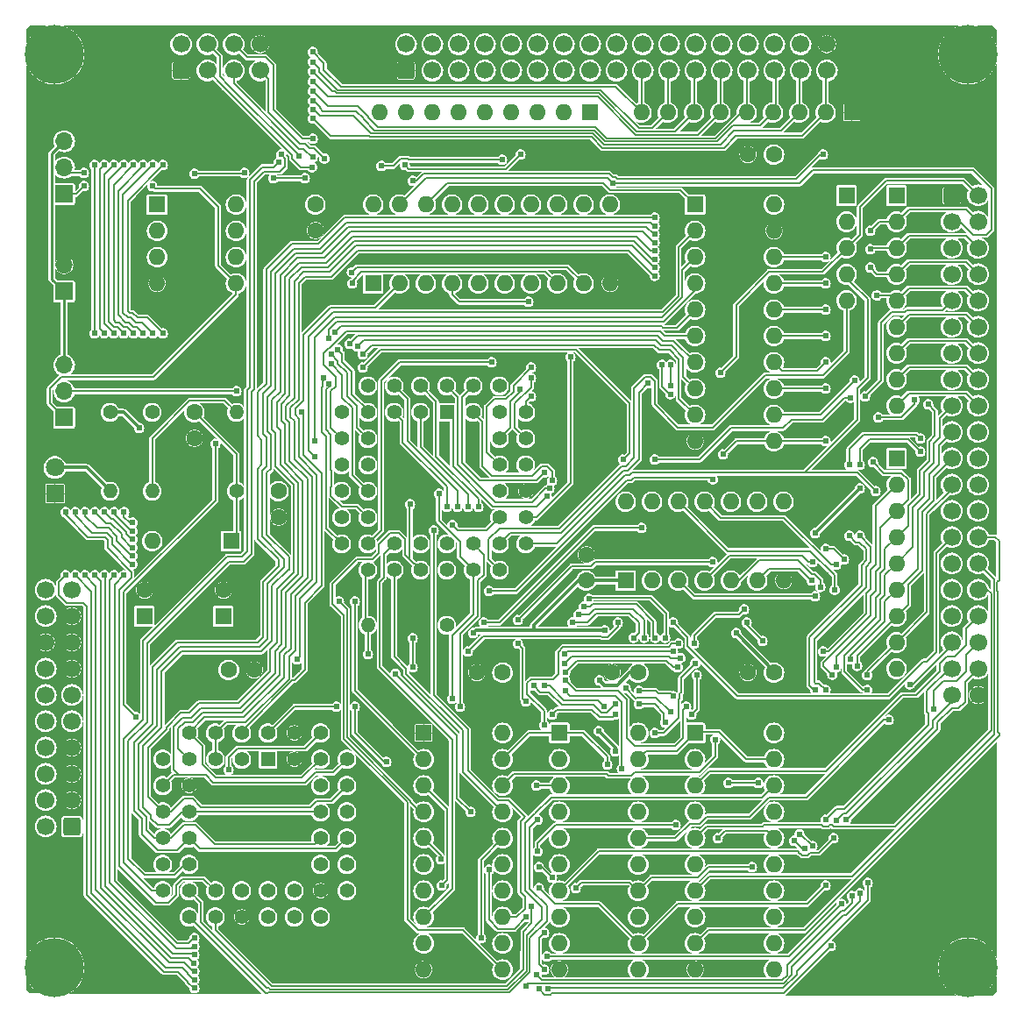
<source format=gbr>
G04 #@! TF.GenerationSoftware,KiCad,Pcbnew,8.0.3*
G04 #@! TF.CreationDate,2024-06-07T18:20:04+02:00*
G04 #@! TF.ProjectId,cpu_board_ext_bus_v2,6370755f-626f-4617-9264-5f6578745f62,2.3*
G04 #@! TF.SameCoordinates,PX18392c0PY730f910*
G04 #@! TF.FileFunction,Copper,L1,Top*
G04 #@! TF.FilePolarity,Positive*
%FSLAX46Y46*%
G04 Gerber Fmt 4.6, Leading zero omitted, Abs format (unit mm)*
G04 Created by KiCad (PCBNEW 8.0.3) date 2024-06-07 18:20:04*
%MOMM*%
%LPD*%
G01*
G04 APERTURE LIST*
G04 Aperture macros list*
%AMRoundRect*
0 Rectangle with rounded corners*
0 $1 Rounding radius*
0 $2 $3 $4 $5 $6 $7 $8 $9 X,Y pos of 4 corners*
0 Add a 4 corners polygon primitive as box body*
4,1,4,$2,$3,$4,$5,$6,$7,$8,$9,$2,$3,0*
0 Add four circle primitives for the rounded corners*
1,1,$1+$1,$2,$3*
1,1,$1+$1,$4,$5*
1,1,$1+$1,$6,$7*
1,1,$1+$1,$8,$9*
0 Add four rect primitives between the rounded corners*
20,1,$1+$1,$2,$3,$4,$5,0*
20,1,$1+$1,$4,$5,$6,$7,0*
20,1,$1+$1,$6,$7,$8,$9,0*
20,1,$1+$1,$8,$9,$2,$3,0*%
G04 Aperture macros list end*
G04 #@! TA.AperFunction,ComponentPad*
%ADD10C,5.700000*%
G04 #@! TD*
G04 #@! TA.AperFunction,ComponentPad*
%ADD11R,1.600000X1.600000*%
G04 #@! TD*
G04 #@! TA.AperFunction,ComponentPad*
%ADD12O,1.600000X1.600000*%
G04 #@! TD*
G04 #@! TA.AperFunction,ComponentPad*
%ADD13C,1.600000*%
G04 #@! TD*
G04 #@! TA.AperFunction,ComponentPad*
%ADD14R,1.422400X1.422400*%
G04 #@! TD*
G04 #@! TA.AperFunction,ComponentPad*
%ADD15C,1.422400*%
G04 #@! TD*
G04 #@! TA.AperFunction,ComponentPad*
%ADD16R,1.700000X1.700000*%
G04 #@! TD*
G04 #@! TA.AperFunction,ComponentPad*
%ADD17O,1.700000X1.700000*%
G04 #@! TD*
G04 #@! TA.AperFunction,ComponentPad*
%ADD18RoundRect,0.250000X-0.600000X-0.600000X0.600000X-0.600000X0.600000X0.600000X-0.600000X0.600000X0*%
G04 #@! TD*
G04 #@! TA.AperFunction,ComponentPad*
%ADD19C,1.700000*%
G04 #@! TD*
G04 #@! TA.AperFunction,ComponentPad*
%ADD20C,1.400000*%
G04 #@! TD*
G04 #@! TA.AperFunction,ComponentPad*
%ADD21O,1.400000X1.400000*%
G04 #@! TD*
G04 #@! TA.AperFunction,ComponentPad*
%ADD22RoundRect,0.250000X0.600000X-0.600000X0.600000X0.600000X-0.600000X0.600000X-0.600000X-0.600000X0*%
G04 #@! TD*
G04 #@! TA.AperFunction,ComponentPad*
%ADD23R,1.800000X1.800000*%
G04 #@! TD*
G04 #@! TA.AperFunction,ComponentPad*
%ADD24C,1.800000*%
G04 #@! TD*
G04 #@! TA.AperFunction,ComponentPad*
%ADD25RoundRect,0.250000X0.600000X0.600000X-0.600000X0.600000X-0.600000X-0.600000X0.600000X-0.600000X0*%
G04 #@! TD*
G04 #@! TA.AperFunction,ViaPad*
%ADD26C,0.610000*%
G04 #@! TD*
G04 #@! TA.AperFunction,Conductor*
%ADD27C,0.304800*%
G04 #@! TD*
G04 #@! TA.AperFunction,Conductor*
%ADD28C,0.152400*%
G04 #@! TD*
G04 #@! TA.AperFunction,Conductor*
%ADD29C,0.250000*%
G04 #@! TD*
G04 APERTURE END LIST*
D10*
G04 #@! TO.P,H1,1,1*
G04 #@! TO.N,/GND*
X3525000Y91725000D03*
G04 #@! TD*
D11*
G04 #@! TO.P,U2,1,I1/CLK*
G04 #@! TO.N,unconnected-(U2-I1{slash}CLK-Pad1)*
X34290000Y69596000D03*
D12*
G04 #@! TO.P,U2,2,I2*
G04 #@! TO.N,/MCU/BUSACK*
X36830000Y69596000D03*
G04 #@! TO.P,U2,3,I3*
G04 #@! TO.N,/MCU/~{IORQ}*
X39370000Y69596000D03*
G04 #@! TO.P,U2,4,I4*
G04 #@! TO.N,/MCU/~{M1}*
X41910000Y69596000D03*
G04 #@! TO.P,U2,5,I5*
G04 #@! TO.N,/MCU/~{MREQ}*
X44450000Y69596000D03*
G04 #@! TO.P,U2,6,I6*
G04 #@! TO.N,/MCU/~{RD}*
X46990000Y69596000D03*
G04 #@! TO.P,U2,7,I7*
G04 #@! TO.N,/MCU/~{WR}*
X49530000Y69596000D03*
G04 #@! TO.P,U2,8,I8*
G04 #@! TO.N,/PWR_OK*
X52070000Y69596000D03*
G04 #@! TO.P,U2,9,I9*
G04 #@! TO.N,/~{RESET0}*
X54610000Y69596000D03*
G04 #@! TO.P,U2,10,GND*
G04 #@! TO.N,/GND*
X57150000Y69596000D03*
G04 #@! TO.P,U2,11,I10/~{OE}*
G04 #@! TO.N,unconnected-(U2-I10{slash}~{OE}-Pad11)*
X57150000Y77216000D03*
G04 #@! TO.P,U2,12,IO8*
G04 #@! TO.N,/~{INTA}*
X54610000Y77216000D03*
G04 #@! TO.P,U2,13,IO7*
G04 #@! TO.N,/~{IOR}*
X52070000Y77216000D03*
G04 #@! TO.P,U2,14,IO6*
G04 #@! TO.N,/~{IOW}*
X49530000Y77216000D03*
G04 #@! TO.P,U2,15,IO5*
G04 #@! TO.N,/~{MEMW}*
X46990000Y77216000D03*
G04 #@! TO.P,U2,16,IO4*
G04 #@! TO.N,/~{MEMR}*
X44450000Y77216000D03*
G04 #@! TO.P,U2,17,I03*
G04 #@! TO.N,/MCU/BUSACK*
X41910000Y77216000D03*
G04 #@! TO.P,U2,18,IO2*
G04 #@! TO.N,/MCU/~{DBUS_DIR}*
X39370000Y77216000D03*
G04 #@! TO.P,U2,19,IO1*
G04 #@! TO.N,/~{RESET}*
X36830000Y77216000D03*
G04 #@! TO.P,U2,20,VCC*
G04 #@! TO.N,/+5V*
X34290000Y77216000D03*
G04 #@! TD*
D11*
G04 #@! TO.P,CP1,1*
G04 #@! TO.N,/+5V*
X12192000Y37465000D03*
D13*
G04 #@! TO.P,CP1,2*
G04 #@! TO.N,/GND*
X12192000Y39965000D03*
G04 #@! TD*
G04 #@! TO.P,C9,1*
G04 #@! TO.N,/~{RESET0}*
X17018000Y57150000D03*
G04 #@! TO.P,C9,2*
G04 #@! TO.N,/GND*
X17018000Y54650000D03*
G04 #@! TD*
G04 #@! TO.P,C3,1*
G04 #@! TO.N,/+5V*
X72990000Y32004000D03*
G04 #@! TO.P,C3,2*
G04 #@! TO.N,/GND*
X70490000Y32004000D03*
G04 #@! TD*
D14*
G04 #@! TO.P,U8,1,GCLR/I*
G04 #@! TO.N,/B_A1*
X24130000Y23638000D03*
D15*
G04 #@! TO.P,U8,2,GCLK2/OE2/I*
G04 #@! TO.N,/CPU_CLK*
X21590000Y26178000D03*
G04 #@! TO.P,U8,3,VCC*
G04 #@! TO.N,/+5V*
X21590000Y23638000D03*
G04 #@! TO.P,U8,4,I/O*
G04 #@! TO.N,/B_D0*
X19050000Y26178000D03*
G04 #@! TO.P,U8,5,I/O*
X19050000Y23638000D03*
G04 #@! TO.P,U8,6,I/O*
G04 #@! TO.N,/B_D1*
X16510000Y26178000D03*
G04 #@! TO.P,U8,7,TDI/I/O*
G04 #@! TO.N,unconnected-(U8-TDI{slash}I{slash}O-Pad7)*
X13970000Y23638000D03*
G04 #@! TO.P,U8,8,I/O*
G04 #@! TO.N,/B_D2*
X16510000Y23638000D03*
G04 #@! TO.P,U8,9,I/O*
G04 #@! TO.N,/B_D3*
X13970000Y21098000D03*
G04 #@! TO.P,U8,10,GND*
G04 #@! TO.N,/GND*
X16510000Y21098000D03*
G04 #@! TO.P,U8,11,PD1/I/O*
G04 #@! TO.N,/B_D4*
X13970000Y18558000D03*
G04 #@! TO.P,U8,12,I/O*
G04 #@! TO.N,/B_D5*
X16510000Y18558000D03*
G04 #@! TO.P,U8,13,I/O/TMS*
G04 #@! TO.N,/B_D6*
X13970000Y16018000D03*
G04 #@! TO.P,U8,14,I/O*
G04 #@! TO.N,/B_D7*
X16510000Y16018000D03*
G04 #@! TO.P,U8,15,VCC*
G04 #@! TO.N,/+5V*
X13970000Y13478000D03*
G04 #@! TO.P,U8,16,I/O*
G04 #@! TO.N,/~{IOW}*
X16510000Y13478000D03*
G04 #@! TO.P,U8,17,I/O*
G04 #@! TO.N,/~{IOR}*
X13970000Y10938000D03*
G04 #@! TO.P,U8,18,I/O*
G04 #@! TO.N,/Memory Mapper/~{MMU_CS}*
X16510000Y8398000D03*
G04 #@! TO.P,U8,19,I/O*
G04 #@! TO.N,/B_A15*
X16510000Y10938000D03*
G04 #@! TO.P,U8,20,I/O*
G04 #@! TO.N,/B_A14*
X19050000Y8398000D03*
G04 #@! TO.P,U8,21,I/O*
G04 #@! TO.N,/M_A21*
X19050000Y10938000D03*
G04 #@! TO.P,U8,22,GND*
G04 #@! TO.N,/GND*
X21590000Y8398000D03*
G04 #@! TO.P,U8,23,VCC*
G04 #@! TO.N,/+5V*
X21590000Y10938000D03*
G04 #@! TO.P,U8,24,I/O*
G04 #@! TO.N,/M_A20*
X24130000Y8398000D03*
G04 #@! TO.P,U8,25,PD2/I/O*
G04 #@! TO.N,/M_A19*
X24130000Y10938000D03*
G04 #@! TO.P,U8,26,I/O*
G04 #@! TO.N,/M_A18*
X26670000Y8398000D03*
G04 #@! TO.P,U8,27,I/O*
G04 #@! TO.N,/M_A17*
X26670000Y10938000D03*
G04 #@! TO.P,U8,28,I/O*
G04 #@! TO.N,/M_A16*
X29210000Y8398000D03*
G04 #@! TO.P,U8,29,I/O*
G04 #@! TO.N,/M_A15*
X31750000Y10938000D03*
G04 #@! TO.P,U8,30,GND*
G04 #@! TO.N,/GND*
X29210000Y10938000D03*
G04 #@! TO.P,U8,31,I/O*
G04 #@! TO.N,/M_A14*
X31750000Y13478000D03*
G04 #@! TO.P,U8,32,I/O/TCK*
G04 #@! TO.N,unconnected-(U8-I{slash}O{slash}TCK-Pad32)*
X29210000Y13478000D03*
G04 #@! TO.P,U8,33,I/O*
G04 #@! TO.N,/B_D7*
X31750000Y16018000D03*
G04 #@! TO.P,U8,34,I/O*
G04 #@! TO.N,/B_D6*
X29210000Y16018000D03*
G04 #@! TO.P,U8,35,VCC*
G04 #@! TO.N,/+5V*
X31750000Y18558000D03*
G04 #@! TO.P,U8,36,I/O*
G04 #@! TO.N,/B_D5*
X29210000Y18558000D03*
G04 #@! TO.P,U8,37,I/O*
G04 #@! TO.N,/B_D4*
X31750000Y21098000D03*
G04 #@! TO.P,U8,38,I/O/TDO*
G04 #@! TO.N,unconnected-(U8-I{slash}O{slash}TDO-Pad38)*
X29210000Y21098000D03*
G04 #@! TO.P,U8,39,I/O*
G04 #@! TO.N,/B_D3*
X31750000Y23638000D03*
G04 #@! TO.P,U8,40,I/O*
G04 #@! TO.N,/B_D2*
X29210000Y26178000D03*
G04 #@! TO.P,U8,41,GCLK3/I/O*
G04 #@! TO.N,/B_D1*
X29210000Y23638000D03*
G04 #@! TO.P,U8,42,GND*
G04 #@! TO.N,/GND*
X26670000Y26178000D03*
G04 #@! TO.P,U8,43,GCLK1/I*
X26670000Y23638000D03*
G04 #@! TO.P,U8,44,OE1/I*
G04 #@! TO.N,/B_A0*
X24130000Y26178000D03*
G04 #@! TD*
D11*
G04 #@! TO.P,U6,1,OEa*
G04 #@! TO.N,/GND*
X39162000Y26178000D03*
D12*
G04 #@! TO.P,U6,2,I0a*
G04 #@! TO.N,/MCU/~{M1}*
X39162000Y23638000D03*
G04 #@! TO.P,U6,3,O3b*
G04 #@! TO.N,/~{B_HALT}*
X39162000Y21098000D03*
G04 #@! TO.P,U6,4,I1a*
G04 #@! TO.N,/MCU/~{RD}*
X39162000Y18558000D03*
G04 #@! TO.P,U6,5,O2b*
G04 #@! TO.N,/~{B_BUSACK}*
X39162000Y16018000D03*
G04 #@! TO.P,U6,6,I2a*
G04 #@! TO.N,/MCU/~{WR}*
X39162000Y13478000D03*
G04 #@! TO.P,U6,7,O1b*
G04 #@! TO.N,/~{B_RFSH}*
X39162000Y10938000D03*
G04 #@! TO.P,U6,8,I3a*
G04 #@! TO.N,/MCU/~{MREQ}*
X39162000Y8398000D03*
G04 #@! TO.P,U6,9,O0b*
G04 #@! TO.N,/~{B_IORQ}*
X39162000Y5858000D03*
G04 #@! TO.P,U6,10,GND*
G04 #@! TO.N,/GND*
X39162000Y3318000D03*
G04 #@! TO.P,U6,11,I0b*
G04 #@! TO.N,/MCU/~{IORQ}*
X46782000Y3318000D03*
G04 #@! TO.P,U6,12,O3a*
G04 #@! TO.N,/~{B_MREQ}*
X46782000Y5858000D03*
G04 #@! TO.P,U6,13,I1b*
G04 #@! TO.N,/MCU/~{RFSH}*
X46782000Y8398000D03*
G04 #@! TO.P,U6,14,O2a*
G04 #@! TO.N,/~{B_WR}*
X46782000Y10938000D03*
G04 #@! TO.P,U6,15,I2b*
G04 #@! TO.N,/MCU/~{BUSACK}*
X46782000Y13478000D03*
G04 #@! TO.P,U6,16,O1a*
G04 #@! TO.N,/~{B_RD}*
X46782000Y16018000D03*
G04 #@! TO.P,U6,17,I3b*
G04 #@! TO.N,/MCU/~{HALT}*
X46782000Y18558000D03*
G04 #@! TO.P,U6,18,O0a*
G04 #@! TO.N,/~{B_M1}*
X46782000Y21098000D03*
G04 #@! TO.P,U6,19,OEb*
G04 #@! TO.N,/MCU/BUSACK*
X46782000Y23638000D03*
G04 #@! TO.P,U6,20,VCC*
G04 #@! TO.N,/+5V*
X46782000Y26178000D03*
G04 #@! TD*
D13*
G04 #@! TO.P,C4,1*
G04 #@! TO.N,/+5V*
X59886000Y32004000D03*
G04 #@! TO.P,C4,2*
G04 #@! TO.N,/GND*
X57386000Y32004000D03*
G04 #@! TD*
D14*
G04 #@! TO.P,U1,1,A11*
G04 #@! TO.N,/MCU/A11*
X41402000Y57150000D03*
D15*
G04 #@! TO.P,U1,2,A12*
G04 #@! TO.N,/MCU/A12*
X38862000Y59690000D03*
G04 #@! TO.P,U1,3,A13*
G04 #@! TO.N,/MCU/A13*
X38862000Y57150000D03*
G04 #@! TO.P,U1,4,A14*
G04 #@! TO.N,/MCU/A14*
X36322000Y59690000D03*
G04 #@! TO.P,U1,5,A15*
G04 #@! TO.N,/MCU/A15*
X36322000Y57150000D03*
G04 #@! TO.P,U1,6,NC*
G04 #@! TO.N,unconnected-(U1-NC-Pad6)*
X33782000Y59690000D03*
G04 #@! TO.P,U1,7,~{CLK}*
G04 #@! TO.N,/CPU_CLK*
X31242000Y57150000D03*
G04 #@! TO.P,U1,8,D4*
G04 #@! TO.N,/MCU/D4*
X33782000Y57150000D03*
G04 #@! TO.P,U1,9,D3*
G04 #@! TO.N,/MCU/D3*
X31242000Y54610000D03*
G04 #@! TO.P,U1,10,D5*
G04 #@! TO.N,/MCU/D5*
X33782000Y54610000D03*
G04 #@! TO.P,U1,11,D6*
G04 #@! TO.N,/MCU/D6*
X31242000Y52070000D03*
G04 #@! TO.P,U1,12,NC*
G04 #@! TO.N,unconnected-(U1-NC-Pad12)*
X33782000Y52070000D03*
G04 #@! TO.P,U1,13,VCC*
G04 #@! TO.N,/+5V*
X31242000Y49530000D03*
G04 #@! TO.P,U1,14,D2*
G04 #@! TO.N,/MCU/D2*
X33782000Y49530000D03*
G04 #@! TO.P,U1,15,D7*
G04 #@! TO.N,/MCU/D7*
X31242000Y46990000D03*
G04 #@! TO.P,U1,16,D0*
G04 #@! TO.N,/MCU/D0*
X33782000Y46990000D03*
G04 #@! TO.P,U1,17,D1*
G04 #@! TO.N,/MCU/D1*
X31242000Y44450000D03*
G04 #@! TO.P,U1,18,~{INT}*
G04 #@! TO.N,/~{CPU_INT}*
X33782000Y41910000D03*
G04 #@! TO.P,U1,19,~{NMI}*
G04 #@! TO.N,/~{NMI}*
X33782000Y44450000D03*
G04 #@! TO.P,U1,20,~{HALT}*
G04 #@! TO.N,/MCU/~{HALT}*
X36322000Y41910000D03*
G04 #@! TO.P,U1,21,~{MREQ}*
G04 #@! TO.N,/MCU/~{MREQ}*
X36322000Y44450000D03*
G04 #@! TO.P,U1,22,~{IORQ}*
G04 #@! TO.N,/MCU/~{IORQ}*
X38862000Y41910000D03*
G04 #@! TO.P,U1,23,~{RD}*
G04 #@! TO.N,/MCU/~{RD}*
X38862000Y44450000D03*
G04 #@! TO.P,U1,24,NC*
G04 #@! TO.N,unconnected-(U1-NC-Pad24)*
X41402000Y41910000D03*
G04 #@! TO.P,U1,25,NC*
G04 #@! TO.N,unconnected-(U1-NC-Pad25)*
X41402000Y44450000D03*
G04 #@! TO.P,U1,26,~{WR}*
G04 #@! TO.N,/MCU/~{WR}*
X43942000Y41910000D03*
G04 #@! TO.P,U1,27,~{BUSACK}*
G04 #@! TO.N,/MCU/~{BUSACK}*
X43942000Y44450000D03*
G04 #@! TO.P,U1,28,~{WAIT}*
G04 #@! TO.N,/~{WAIT}*
X46482000Y41910000D03*
G04 #@! TO.P,U1,29,~{BUSRQ}*
G04 #@! TO.N,/~{BUSREQ}*
X49022000Y44450000D03*
G04 #@! TO.P,U1,30,~{RESET}*
G04 #@! TO.N,/~{RESET}*
X46482000Y44450000D03*
G04 #@! TO.P,U1,31,~{M1}*
G04 #@! TO.N,/MCU/~{M1}*
X49022000Y46990000D03*
G04 #@! TO.P,U1,32,~{RFSH}*
G04 #@! TO.N,/MCU/~{RFSH}*
X46482000Y46990000D03*
G04 #@! TO.P,U1,33,GND*
G04 #@! TO.N,/GND*
X49022000Y49530000D03*
G04 #@! TO.P,U1,34,A0*
G04 #@! TO.N,/MCU/A0*
X46482000Y49530000D03*
G04 #@! TO.P,U1,35,A1*
G04 #@! TO.N,/MCU/A1*
X49022000Y52070000D03*
G04 #@! TO.P,U1,36,A2*
G04 #@! TO.N,/MCU/A2*
X46482000Y52070000D03*
G04 #@! TO.P,U1,37,A3*
G04 #@! TO.N,/MCU/A3*
X49022000Y54610000D03*
G04 #@! TO.P,U1,38,A4*
G04 #@! TO.N,/MCU/A4*
X46482000Y54610000D03*
G04 #@! TO.P,U1,39,A5*
G04 #@! TO.N,/MCU/A5*
X49022000Y57150000D03*
G04 #@! TO.P,U1,40,A6*
G04 #@! TO.N,/MCU/A6*
X46482000Y59690000D03*
G04 #@! TO.P,U1,41,A7*
G04 #@! TO.N,/MCU/A7*
X46482000Y57150000D03*
G04 #@! TO.P,U1,42,A8*
G04 #@! TO.N,/MCU/A8*
X43942000Y59690000D03*
G04 #@! TO.P,U1,43,A9*
G04 #@! TO.N,/MCU/A9*
X43942000Y57150000D03*
G04 #@! TO.P,U1,44,A10*
G04 #@! TO.N,/MCU/A10*
X41402000Y59690000D03*
G04 #@! TD*
D16*
G04 #@! TO.P,J6,1,Pin_1*
G04 #@! TO.N,/Clock & Reset circuit/INT_CLK*
X4445000Y56642000D03*
D17*
G04 #@! TO.P,J6,2,Pin_2*
G04 #@! TO.N,/CPU_CLK*
X4445000Y59182000D03*
G04 #@! TO.P,J6,3,Pin_3*
G04 #@! TO.N,/Clock & Reset circuit/EXT_CLK*
X4445000Y61722000D03*
G04 #@! TD*
D10*
G04 #@! TO.P,H2,1,1*
G04 #@! TO.N,/GND*
X91725000Y91725000D03*
G04 #@! TD*
D16*
G04 #@! TO.P,J7,1,Pin_1*
G04 #@! TO.N,/Clock & Reset circuit/INT_CLK*
X4445000Y78247000D03*
D17*
G04 #@! TO.P,J7,2,Pin_2*
G04 #@! TO.N,/BUS_CLK*
X4445000Y80787000D03*
G04 #@! TO.P,J7,3,Pin_3*
G04 #@! TO.N,/Clock & Reset circuit/EXT_CLK*
X4445000Y83327000D03*
G04 #@! TD*
D13*
G04 #@! TO.P,C5,1*
G04 #@! TO.N,/+5V*
X72990000Y82042000D03*
G04 #@! TO.P,C5,2*
G04 #@! TO.N,/GND*
X70490000Y82042000D03*
G04 #@! TD*
D11*
G04 #@! TO.P,RN1,1,common*
G04 #@! TO.N,/+5V*
X84836000Y52705000D03*
D12*
G04 #@! TO.P,RN1,2,R1*
G04 #@! TO.N,/~{B_M1}*
X84836000Y50165000D03*
G04 #@! TO.P,RN1,3,R2*
G04 #@! TO.N,/~{B_IORQ}*
X84836000Y47625000D03*
G04 #@! TO.P,RN1,4,R3*
G04 #@! TO.N,/~{B_MREQ}*
X84836000Y45085000D03*
G04 #@! TO.P,RN1,5,R4*
G04 #@! TO.N,/~{B_WR}*
X84836000Y42545000D03*
G04 #@! TO.P,RN1,6,R5*
G04 #@! TO.N,/~{B_RD}*
X84836000Y40005000D03*
G04 #@! TO.P,RN1,7,R6*
G04 #@! TO.N,/~{B_BUSACK}*
X84836000Y37465000D03*
G04 #@! TO.P,RN1,8,R7*
G04 #@! TO.N,/~{B_RFSH}*
X84836000Y34925000D03*
G04 #@! TO.P,RN1,9,R8*
G04 #@! TO.N,/~{B_HALT}*
X84836000Y32385000D03*
G04 #@! TD*
D11*
G04 #@! TO.P,D2,1,K*
G04 #@! TO.N,/~{RESET0}*
X20574000Y44704000D03*
D12*
G04 #@! TO.P,D2,2,A*
G04 #@! TO.N,/~{RESET_SW}*
X12954000Y44704000D03*
G04 #@! TD*
D18*
G04 #@! TO.P,J1,1,Pin_1*
G04 #@! TO.N,/GND*
X90170000Y78105000D03*
D19*
G04 #@! TO.P,J1,2,Pin_2*
G04 #@! TO.N,/~{NMI}*
X92710000Y78105000D03*
G04 #@! TO.P,J1,3,Pin_3*
G04 #@! TO.N,/~{RESET}*
X90170000Y75565000D03*
G04 #@! TO.P,J1,4,Pin_4*
G04 #@! TO.N,/B_D7*
X92710000Y75565000D03*
G04 #@! TO.P,J1,5,Pin_5*
G04 #@! TO.N,/BUS_CLK*
X90170000Y73025000D03*
G04 #@! TO.P,J1,6,Pin_6*
G04 #@! TO.N,/B_D6*
X92710000Y73025000D03*
G04 #@! TO.P,J1,7,Pin_7*
G04 #@! TO.N,/~{WAIT}*
X90170000Y70485000D03*
G04 #@! TO.P,J1,8,Pin_8*
G04 #@! TO.N,/B_D5*
X92710000Y70485000D03*
G04 #@! TO.P,J1,9,Pin_9*
G04 #@! TO.N,/CPU_CLK*
X90170000Y67945000D03*
G04 #@! TO.P,J1,10,Pin_10*
G04 #@! TO.N,/B_D4*
X92710000Y67945000D03*
G04 #@! TO.P,J1,11,Pin_11*
G04 #@! TO.N,/~{B_M1}*
X90170000Y65405000D03*
G04 #@! TO.P,J1,12,Pin_12*
G04 #@! TO.N,/B_D3*
X92710000Y65405000D03*
G04 #@! TO.P,J1,13,Pin_13*
G04 #@! TO.N,/~{B_IORQ}*
X90170000Y62865000D03*
G04 #@! TO.P,J1,14,Pin_14*
G04 #@! TO.N,/B_D2*
X92710000Y62865000D03*
G04 #@! TO.P,J1,15,Pin_15*
G04 #@! TO.N,/~{B_MREQ}*
X90170000Y60325000D03*
G04 #@! TO.P,J1,16,Pin_16*
G04 #@! TO.N,/B_D1*
X92710000Y60325000D03*
G04 #@! TO.P,J1,17,Pin_17*
G04 #@! TO.N,/~{B_WR}*
X90170000Y57785000D03*
G04 #@! TO.P,J1,18,Pin_18*
G04 #@! TO.N,/B_D0*
X92710000Y57785000D03*
G04 #@! TO.P,J1,19,Pin_19*
G04 #@! TO.N,/~{B_RD}*
X90170000Y55245000D03*
G04 #@! TO.P,J1,20,Pin_20*
G04 #@! TO.N,unconnected-(J1-Pin_20-Pad20)*
X92710000Y55245000D03*
G04 #@! TO.P,J1,21,Pin_21*
G04 #@! TO.N,/~{B_BUSACK}*
X90170000Y52705000D03*
G04 #@! TO.P,J1,22,Pin_22*
G04 #@! TO.N,unconnected-(J1-Pin_22-Pad22)*
X92710000Y52705000D03*
G04 #@! TO.P,J1,23,Pin_23*
G04 #@! TO.N,/~{B_RFSH}*
X90170000Y50165000D03*
G04 #@! TO.P,J1,24,Pin_24*
G04 #@! TO.N,/B_A13*
X92710000Y50165000D03*
G04 #@! TO.P,J1,25,Pin_25*
G04 #@! TO.N,/~{BUSREQ}*
X90170000Y47625000D03*
G04 #@! TO.P,J1,26,Pin_26*
G04 #@! TO.N,/B_A12*
X92710000Y47625000D03*
G04 #@! TO.P,J1,27,Pin_27*
G04 #@! TO.N,/~{CPU_INT}*
X90170000Y45085000D03*
G04 #@! TO.P,J1,28,Pin_28*
G04 #@! TO.N,/B_A11*
X92710000Y45085000D03*
G04 #@! TO.P,J1,29,Pin_29*
G04 #@! TO.N,/B_A5*
X90170000Y42545000D03*
G04 #@! TO.P,J1,30,Pin_30*
G04 #@! TO.N,/B_A10*
X92710000Y42545000D03*
G04 #@! TO.P,J1,31,Pin_31*
G04 #@! TO.N,/B_A4*
X90170000Y40005000D03*
G04 #@! TO.P,J1,32,Pin_32*
G04 #@! TO.N,/B_A9*
X92710000Y40005000D03*
G04 #@! TO.P,J1,33,Pin_33*
G04 #@! TO.N,/B_A3*
X90170000Y37465000D03*
G04 #@! TO.P,J1,34,Pin_34*
G04 #@! TO.N,/B_A8*
X92710000Y37465000D03*
G04 #@! TO.P,J1,35,Pin_35*
G04 #@! TO.N,/B_A2*
X90170000Y34925000D03*
G04 #@! TO.P,J1,36,Pin_36*
G04 #@! TO.N,/B_A7*
X92710000Y34925000D03*
G04 #@! TO.P,J1,37,Pin_37*
G04 #@! TO.N,/B_A1*
X90170000Y32385000D03*
G04 #@! TO.P,J1,38,Pin_38*
G04 #@! TO.N,/B_A6*
X92710000Y32385000D03*
G04 #@! TO.P,J1,39,Pin_39*
G04 #@! TO.N,/B_A0*
X90170000Y29845000D03*
G04 #@! TO.P,J1,40,Pin_40*
G04 #@! TO.N,/GND*
X92710000Y29845000D03*
G04 #@! TD*
D13*
G04 #@! TO.P,C6,1*
G04 #@! TO.N,/+5V*
X46782000Y32004000D03*
G04 #@! TO.P,C6,2*
G04 #@! TO.N,/GND*
X44282000Y32004000D03*
G04 #@! TD*
D11*
G04 #@! TO.P,RN5,1,common*
G04 #@! TO.N,/+5V*
X80010000Y78105000D03*
D12*
G04 #@! TO.P,RN5,2,R1*
G04 #@! TO.N,unconnected-(RN5-R1-Pad2)*
X80010000Y75565000D03*
G04 #@! TO.P,RN5,3,R2*
G04 #@! TO.N,/~{NMI}*
X80010000Y73025000D03*
G04 #@! TO.P,RN5,4,R3*
G04 #@! TO.N,/~{BUSREQ}*
X80010000Y70485000D03*
G04 #@! TO.P,RN5,5,R4*
G04 #@! TO.N,/~{WAIT}*
X80010000Y67945000D03*
G04 #@! TD*
D11*
G04 #@! TO.P,RN2,1,common*
G04 #@! TO.N,/+5V*
X55245000Y86106000D03*
D12*
G04 #@! TO.P,RN2,2,R1*
G04 #@! TO.N,/~{INT0}*
X52705000Y86106000D03*
G04 #@! TO.P,RN2,3,R2*
G04 #@! TO.N,/~{INT1}*
X50165000Y86106000D03*
G04 #@! TO.P,RN2,4,R3*
G04 #@! TO.N,/~{INT2}*
X47625000Y86106000D03*
G04 #@! TO.P,RN2,5,R4*
G04 #@! TO.N,/~{INT3}*
X45085000Y86106000D03*
G04 #@! TO.P,RN2,6,R5*
G04 #@! TO.N,/~{INT4}*
X42545000Y86106000D03*
G04 #@! TO.P,RN2,7,R6*
G04 #@! TO.N,/~{INT5}*
X40005000Y86106000D03*
G04 #@! TO.P,RN2,8,R7*
G04 #@! TO.N,/~{INT6}*
X37465000Y86106000D03*
G04 #@! TO.P,RN2,9,R8*
G04 #@! TO.N,/~{INT7}*
X34925000Y86106000D03*
G04 #@! TD*
D11*
G04 #@! TO.P,U3,1,OEa*
G04 #@! TO.N,/MCU/BUSACK*
X52266000Y26178000D03*
D12*
G04 #@! TO.P,U3,2,I0a*
G04 #@! TO.N,/MCU/A3*
X52266000Y23638000D03*
G04 #@! TO.P,U3,3,O3b*
G04 #@! TO.N,/B_A4*
X52266000Y21098000D03*
G04 #@! TO.P,U3,4,I1a*
G04 #@! TO.N,/MCU/A2*
X52266000Y18558000D03*
G04 #@! TO.P,U3,5,O2b*
G04 #@! TO.N,/B_A5*
X52266000Y16018000D03*
G04 #@! TO.P,U3,6,I2a*
G04 #@! TO.N,/MCU/A1*
X52266000Y13478000D03*
G04 #@! TO.P,U3,7,O1b*
G04 #@! TO.N,/B_A6*
X52266000Y10938000D03*
G04 #@! TO.P,U3,8,I3a*
G04 #@! TO.N,/MCU/A0*
X52266000Y8398000D03*
G04 #@! TO.P,U3,9,O0b*
G04 #@! TO.N,/B_A7*
X52266000Y5858000D03*
G04 #@! TO.P,U3,10,GND*
G04 #@! TO.N,/GND*
X52266000Y3318000D03*
G04 #@! TO.P,U3,11,I0b*
G04 #@! TO.N,/MCU/A7*
X59886000Y3318000D03*
G04 #@! TO.P,U3,12,O3a*
G04 #@! TO.N,/B_A0*
X59886000Y5858000D03*
G04 #@! TO.P,U3,13,I1b*
G04 #@! TO.N,/MCU/A6*
X59886000Y8398000D03*
G04 #@! TO.P,U3,14,O2a*
G04 #@! TO.N,/B_A1*
X59886000Y10938000D03*
G04 #@! TO.P,U3,15,I2b*
G04 #@! TO.N,/MCU/A5*
X59886000Y13478000D03*
G04 #@! TO.P,U3,16,O1a*
G04 #@! TO.N,/B_A2*
X59886000Y16018000D03*
G04 #@! TO.P,U3,17,I3b*
G04 #@! TO.N,/MCU/A4*
X59886000Y18558000D03*
G04 #@! TO.P,U3,18,O0a*
G04 #@! TO.N,/B_A3*
X59886000Y21098000D03*
G04 #@! TO.P,U3,19,OEb*
G04 #@! TO.N,/MCU/BUSACK*
X59886000Y23638000D03*
G04 #@! TO.P,U3,20,VCC*
G04 #@! TO.N,/+5V*
X59886000Y26178000D03*
G04 #@! TD*
D20*
G04 #@! TO.P,R1,1*
G04 #@! TO.N,/+5V*
X8890000Y57150000D03*
D21*
G04 #@! TO.P,R1,2*
G04 #@! TO.N,/LED+*
X8890000Y49530000D03*
G04 #@! TD*
D13*
G04 #@! TO.P,C7,1*
G04 #@! TO.N,/+5V*
X54864000Y40894000D03*
G04 #@! TO.P,C7,2*
G04 #@! TO.N,/GND*
X54864000Y43394000D03*
G04 #@! TD*
D11*
G04 #@! TO.P,RN4,1,common*
G04 #@! TO.N,/+5V*
X84836000Y78105000D03*
D12*
G04 #@! TO.P,RN4,2,R1*
G04 #@! TO.N,/B_D7*
X84836000Y75565000D03*
G04 #@! TO.P,RN4,3,R2*
G04 #@! TO.N,/B_D6*
X84836000Y73025000D03*
G04 #@! TO.P,RN4,4,R3*
G04 #@! TO.N,/B_D5*
X84836000Y70485000D03*
G04 #@! TO.P,RN4,5,R4*
G04 #@! TO.N,/B_D4*
X84836000Y67945000D03*
G04 #@! TO.P,RN4,6,R5*
G04 #@! TO.N,/B_D3*
X84836000Y65405000D03*
G04 #@! TO.P,RN4,7,R6*
G04 #@! TO.N,/B_D2*
X84836000Y62865000D03*
G04 #@! TO.P,RN4,8,R7*
G04 #@! TO.N,/B_D1*
X84836000Y60325000D03*
G04 #@! TO.P,RN4,9,R8*
G04 #@! TO.N,/B_D0*
X84836000Y57785000D03*
G04 #@! TD*
D13*
G04 #@! TO.P,C8,1*
G04 #@! TO.N,/+5V*
X20340000Y32258000D03*
G04 #@! TO.P,C8,2*
G04 #@! TO.N,/GND*
X22840000Y32258000D03*
G04 #@! TD*
D22*
G04 #@! TO.P,J4,1,Pin_1*
G04 #@! TO.N,/GND*
X15748000Y90170000D03*
D19*
G04 #@! TO.P,J4,2,Pin_2*
G04 #@! TO.N,unconnected-(J4-Pin_2-Pad2)*
X15748000Y92710000D03*
G04 #@! TO.P,J4,3,Pin_3*
G04 #@! TO.N,/~{MEMR}*
X18288000Y90170000D03*
G04 #@! TO.P,J4,4,Pin_4*
G04 #@! TO.N,/~{MEMW}*
X18288000Y92710000D03*
G04 #@! TO.P,J4,5,Pin_5*
G04 #@! TO.N,/~{IOR}*
X20828000Y90170000D03*
G04 #@! TO.P,J4,6,Pin_6*
G04 #@! TO.N,/~{IOW}*
X20828000Y92710000D03*
G04 #@! TO.P,J4,7,Pin_7*
G04 #@! TO.N,/~{INTA}*
X23368000Y90170000D03*
G04 #@! TO.P,J4,8,Pin_8*
G04 #@! TO.N,/GND*
X23368000Y92710000D03*
G04 #@! TD*
D20*
G04 #@! TO.P,R4,1*
G04 #@! TO.N,/+5V*
X41402000Y36576000D03*
D21*
G04 #@! TO.P,R4,2*
G04 #@! TO.N,/~{CPU_INT}*
X33782000Y36576000D03*
G04 #@! TD*
D13*
G04 #@! TO.P,C1,1*
G04 #@! TO.N,/+5V*
X25146000Y49530000D03*
G04 #@! TO.P,C1,2*
G04 #@! TO.N,/GND*
X25146000Y47030000D03*
G04 #@! TD*
D20*
G04 #@! TO.P,R3,1*
G04 #@! TO.N,/~{RESET0}*
X21082000Y49530000D03*
D21*
G04 #@! TO.P,R3,2*
G04 #@! TO.N,/~{RESET_SW}*
X21082000Y57150000D03*
G04 #@! TD*
D11*
G04 #@! TO.P,RN3,1,common*
G04 #@! TO.N,/GND*
X80518000Y86106000D03*
D12*
G04 #@! TO.P,RN3,2,R1*
G04 #@! TO.N,/M_A14*
X77978000Y86106000D03*
G04 #@! TO.P,RN3,3,R2*
G04 #@! TO.N,/M_A15*
X75438000Y86106000D03*
G04 #@! TO.P,RN3,4,R3*
G04 #@! TO.N,/M_A16*
X72898000Y86106000D03*
G04 #@! TO.P,RN3,5,R4*
G04 #@! TO.N,/M_A17*
X70358000Y86106000D03*
G04 #@! TO.P,RN3,6,R5*
G04 #@! TO.N,/M_A18*
X67818000Y86106000D03*
G04 #@! TO.P,RN3,7,R6*
G04 #@! TO.N,/M_A19*
X65278000Y86106000D03*
G04 #@! TO.P,RN3,8,R7*
G04 #@! TO.N,/M_A20*
X62738000Y86106000D03*
G04 #@! TO.P,RN3,9,R8*
G04 #@! TO.N,/M_A21*
X60198000Y86106000D03*
G04 #@! TD*
D23*
G04 #@! TO.P,D1,1,K*
G04 #@! TO.N,/GND*
X3556000Y49276000D03*
D24*
G04 #@! TO.P,D1,2,A*
G04 #@! TO.N,/LED+*
X3556000Y51816000D03*
G04 #@! TD*
D13*
G04 #@! TO.P,C2,1*
G04 #@! TO.N,/+5V*
X28702000Y77216000D03*
G04 #@! TO.P,C2,2*
G04 #@! TO.N,/GND*
X28702000Y74716000D03*
G04 #@! TD*
D16*
G04 #@! TO.P,J5,1,Pin_1*
G04 #@! TO.N,/Clock & Reset circuit/EXT_CLK*
X4445000Y68834000D03*
D17*
G04 #@! TO.P,J5,2,Pin_2*
G04 #@! TO.N,/GND*
X4445000Y71374000D03*
G04 #@! TD*
D11*
G04 #@! TO.P,CP2,1*
G04 #@! TO.N,/+5V*
X19812000Y37465000D03*
D13*
G04 #@! TO.P,CP2,2*
G04 #@! TO.N,/GND*
X19812000Y39965000D03*
G04 #@! TD*
D11*
G04 #@! TO.P,X1,1,EN*
G04 #@! TO.N,unconnected-(X1-EN-Pad1)*
X13422000Y77216000D03*
D12*
G04 #@! TO.P,X1,2*
G04 #@! TO.N,N/C*
X13422000Y74676000D03*
G04 #@! TO.P,X1,3*
X13422000Y72136000D03*
G04 #@! TO.P,X1,4,GND*
G04 #@! TO.N,/GND*
X13422000Y69596000D03*
G04 #@! TO.P,X1,5,OUT*
G04 #@! TO.N,/Clock & Reset circuit/INT_CLK*
X21042000Y69596000D03*
G04 #@! TO.P,X1,6*
G04 #@! TO.N,N/C*
X21042000Y72136000D03*
G04 #@! TO.P,X1,7*
X21042000Y74676000D03*
G04 #@! TO.P,X1,8,Vcc*
G04 #@! TO.N,/+5V*
X21042000Y77216000D03*
G04 #@! TD*
D25*
G04 #@! TO.P,J3,1,Pin_1*
G04 #@! TO.N,/+3.3V*
X5207000Y17145000D03*
D19*
G04 #@! TO.P,J3,2,Pin_2*
G04 #@! TO.N,/+3.3V2*
X2667000Y17145000D03*
G04 #@! TO.P,J3,3,Pin_3*
G04 #@! TO.N,/GND*
X5207000Y19685000D03*
G04 #@! TO.P,J3,4,Pin_4*
G04 #@! TO.N,/+5V*
X2667000Y19685000D03*
G04 #@! TO.P,J3,5,Pin_5*
G04 #@! TO.N,/GND*
X5207000Y22225000D03*
G04 #@! TO.P,J3,6,Pin_6*
G04 #@! TO.N,/+5V2*
X2667000Y22225000D03*
G04 #@! TO.P,J3,7,Pin_7*
G04 #@! TO.N,/GND*
X5207000Y24765000D03*
G04 #@! TO.P,J3,8,Pin_8*
G04 #@! TO.N,/PWR_OK*
X2667000Y24765000D03*
G04 #@! TO.P,J3,9,Pin_9*
G04 #@! TO.N,/+5VSB*
X5207000Y27305000D03*
G04 #@! TO.P,J3,10,Pin_10*
G04 #@! TO.N,/+12V*
X2667000Y27305000D03*
G04 #@! TO.P,J3,11,Pin_11*
G04 #@! TO.N,/+3.3V3*
X5207000Y29845000D03*
G04 #@! TO.P,J3,12,Pin_12*
G04 #@! TO.N,/-12V*
X2667000Y29845000D03*
G04 #@! TO.P,J3,13,Pin_13*
G04 #@! TO.N,/GND*
X5207000Y32385000D03*
G04 #@! TO.P,J3,14,Pin_14*
G04 #@! TO.N,/~{PS_ON}*
X2667000Y32385000D03*
G04 #@! TO.P,J3,15,Pin_15*
G04 #@! TO.N,/GND*
X5207000Y34925000D03*
G04 #@! TO.P,J3,16,Pin_16*
X2667000Y34925000D03*
G04 #@! TO.P,J3,17,Pin_17*
X5207000Y37465000D03*
G04 #@! TO.P,J3,18,Pin_18*
G04 #@! TO.N,/~{RESET_SW}*
X2667000Y37465000D03*
G04 #@! TO.P,J3,19,Pin_19*
G04 #@! TO.N,/+5V4*
X5207000Y40005000D03*
G04 #@! TO.P,J3,20,Pin_20*
G04 #@! TO.N,/+5V3*
X2667000Y40005000D03*
G04 #@! TD*
D10*
G04 #@! TO.P,H4,1,1*
G04 #@! TO.N,/GND*
X3525000Y3525000D03*
G04 #@! TD*
D22*
G04 #@! TO.P,J2,1,Pin_1*
G04 #@! TO.N,/GND*
X37465000Y90170000D03*
D19*
G04 #@! TO.P,J2,2,Pin_2*
G04 #@! TO.N,/USER15*
X37465000Y92710000D03*
G04 #@! TO.P,J2,3,Pin_3*
G04 #@! TO.N,/~{INT7}*
X40005000Y90170000D03*
G04 #@! TO.P,J2,4,Pin_4*
G04 #@! TO.N,/USER14*
X40005000Y92710000D03*
G04 #@! TO.P,J2,5,Pin_5*
G04 #@! TO.N,/~{INT6}*
X42545000Y90170000D03*
G04 #@! TO.P,J2,6,Pin_6*
G04 #@! TO.N,/USER13*
X42545000Y92710000D03*
G04 #@! TO.P,J2,7,Pin_7*
G04 #@! TO.N,/~{INT5}*
X45085000Y90170000D03*
G04 #@! TO.P,J2,8,Pin_8*
G04 #@! TO.N,/USER12*
X45085000Y92710000D03*
G04 #@! TO.P,J2,9,Pin_9*
G04 #@! TO.N,/~{INT4}*
X47625000Y90170000D03*
G04 #@! TO.P,J2,10,Pin_10*
G04 #@! TO.N,/USER11*
X47625000Y92710000D03*
G04 #@! TO.P,J2,11,Pin_11*
G04 #@! TO.N,/~{INT3}*
X50165000Y90170000D03*
G04 #@! TO.P,J2,12,Pin_12*
G04 #@! TO.N,/USER10*
X50165000Y92710000D03*
G04 #@! TO.P,J2,13,Pin_13*
G04 #@! TO.N,/~{INT2}*
X52705000Y90170000D03*
G04 #@! TO.P,J2,14,Pin_14*
G04 #@! TO.N,/USER9*
X52705000Y92710000D03*
G04 #@! TO.P,J2,15,Pin_15*
G04 #@! TO.N,/~{INT1}*
X55245000Y90170000D03*
G04 #@! TO.P,J2,16,Pin_16*
G04 #@! TO.N,/USER8*
X55245000Y92710000D03*
G04 #@! TO.P,J2,17,Pin_17*
G04 #@! TO.N,/~{INT0}*
X57785000Y90170000D03*
G04 #@! TO.P,J2,18,Pin_18*
G04 #@! TO.N,/USER7*
X57785000Y92710000D03*
G04 #@! TO.P,J2,19,Pin_19*
G04 #@! TO.N,/M_A21*
X60325000Y90170000D03*
G04 #@! TO.P,J2,20,Pin_20*
G04 #@! TO.N,/USER6*
X60325000Y92710000D03*
G04 #@! TO.P,J2,21,Pin_21*
G04 #@! TO.N,/M_A20*
X62865000Y90170000D03*
G04 #@! TO.P,J2,22,Pin_22*
G04 #@! TO.N,/USER5*
X62865000Y92710000D03*
G04 #@! TO.P,J2,23,Pin_23*
G04 #@! TO.N,/M_A19*
X65405000Y90170000D03*
G04 #@! TO.P,J2,24,Pin_24*
G04 #@! TO.N,/USER4*
X65405000Y92710000D03*
G04 #@! TO.P,J2,25,Pin_25*
G04 #@! TO.N,/M_A18*
X67945000Y90170000D03*
G04 #@! TO.P,J2,26,Pin_26*
G04 #@! TO.N,/USER3*
X67945000Y92710000D03*
G04 #@! TO.P,J2,27,Pin_27*
G04 #@! TO.N,/M_A17*
X70485000Y90170000D03*
G04 #@! TO.P,J2,28,Pin_28*
G04 #@! TO.N,/USER2*
X70485000Y92710000D03*
G04 #@! TO.P,J2,29,Pin_29*
G04 #@! TO.N,/M_A16*
X73025000Y90170000D03*
G04 #@! TO.P,J2,30,Pin_30*
G04 #@! TO.N,/USER1*
X73025000Y92710000D03*
G04 #@! TO.P,J2,31,Pin_31*
G04 #@! TO.N,/M_A15*
X75565000Y90170000D03*
G04 #@! TO.P,J2,32,Pin_32*
G04 #@! TO.N,/USER0*
X75565000Y92710000D03*
G04 #@! TO.P,J2,33,Pin_33*
G04 #@! TO.N,/M_A14*
X78105000Y90170000D03*
G04 #@! TO.P,J2,34,Pin_34*
G04 #@! TO.N,/GND*
X78105000Y92710000D03*
G04 #@! TD*
D20*
G04 #@! TO.P,R2,1*
G04 #@! TO.N,/+5V*
X12954000Y57150000D03*
D21*
G04 #@! TO.P,R2,2*
G04 #@! TO.N,/~{RESET_SW}*
X12954000Y49530000D03*
G04 #@! TD*
D11*
G04 #@! TO.P,U4,1,OEa*
G04 #@! TO.N,/MCU/BUSACK*
X65370000Y26178000D03*
D12*
G04 #@! TO.P,U4,2,I0a*
G04 #@! TO.N,/MCU/A15*
X65370000Y23638000D03*
G04 #@! TO.P,U4,3,O3b*
G04 #@! TO.N,/B_A8*
X65370000Y21098000D03*
G04 #@! TO.P,U4,4,I1a*
G04 #@! TO.N,/MCU/A14*
X65370000Y18558000D03*
G04 #@! TO.P,U4,5,O2b*
G04 #@! TO.N,/B_A9*
X65370000Y16018000D03*
G04 #@! TO.P,U4,6,I2a*
G04 #@! TO.N,/MCU/A13*
X65370000Y13478000D03*
G04 #@! TO.P,U4,7,O1b*
G04 #@! TO.N,/B_A10*
X65370000Y10938000D03*
G04 #@! TO.P,U4,8,I3a*
G04 #@! TO.N,/MCU/A12*
X65370000Y8398000D03*
G04 #@! TO.P,U4,9,O0b*
G04 #@! TO.N,/B_A11*
X65370000Y5858000D03*
G04 #@! TO.P,U4,10,GND*
G04 #@! TO.N,/GND*
X65370000Y3318000D03*
G04 #@! TO.P,U4,11,I0b*
G04 #@! TO.N,/MCU/A11*
X72990000Y3318000D03*
G04 #@! TO.P,U4,12,O3a*
G04 #@! TO.N,/B_A12*
X72990000Y5858000D03*
G04 #@! TO.P,U4,13,I1b*
G04 #@! TO.N,/MCU/A10*
X72990000Y8398000D03*
G04 #@! TO.P,U4,14,O2a*
G04 #@! TO.N,/B_A13*
X72990000Y10938000D03*
G04 #@! TO.P,U4,15,I2b*
G04 #@! TO.N,/MCU/A9*
X72990000Y13478000D03*
G04 #@! TO.P,U4,16,O1a*
G04 #@! TO.N,/B_A14*
X72990000Y16018000D03*
G04 #@! TO.P,U4,17,I3b*
G04 #@! TO.N,/MCU/A8*
X72990000Y18558000D03*
G04 #@! TO.P,U4,18,O0a*
G04 #@! TO.N,/B_A15*
X72990000Y21098000D03*
G04 #@! TO.P,U4,19,OEb*
G04 #@! TO.N,/MCU/BUSACK*
X72990000Y23638000D03*
G04 #@! TO.P,U4,20,VCC*
G04 #@! TO.N,/+5V*
X72990000Y26178000D03*
G04 #@! TD*
D11*
G04 #@! TO.P,U7,1*
G04 #@! TO.N,/+5V*
X58674000Y40894000D03*
D12*
G04 #@! TO.P,U7,2*
X61214000Y40894000D03*
G04 #@! TO.P,U7,3*
G04 #@! TO.N,/B_A2*
X63754000Y40894000D03*
G04 #@! TO.P,U7,4*
G04 #@! TO.N,/B_A3*
X66294000Y40894000D03*
G04 #@! TO.P,U7,5*
G04 #@! TO.N,/B_A4*
X68834000Y40894000D03*
G04 #@! TO.P,U7,6*
G04 #@! TO.N,/B_A5*
X71374000Y40894000D03*
G04 #@! TO.P,U7,7,GND*
G04 #@! TO.N,/GND*
X73914000Y40894000D03*
G04 #@! TO.P,U7,8*
G04 #@! TO.N,/Memory Mapper/~{MMU_CS}*
X73914000Y48514000D03*
G04 #@! TO.P,U7,9*
G04 #@! TO.N,N/C*
X71374000Y48514000D03*
G04 #@! TO.P,U7,10*
X68834000Y48514000D03*
G04 #@! TO.P,U7,11*
G04 #@! TO.N,/B_A7*
X66294000Y48514000D03*
G04 #@! TO.P,U7,12*
G04 #@! TO.N,/B_A6*
X63754000Y48514000D03*
G04 #@! TO.P,U7,13*
G04 #@! TO.N,N/C*
X61214000Y48514000D03*
G04 #@! TO.P,U7,14,VCC*
G04 #@! TO.N,/+5V*
X58674000Y48514000D03*
G04 #@! TD*
D11*
G04 #@! TO.P,U5,1,A->B*
G04 #@! TO.N,/MCU/~{DBUS_DIR}*
X65370000Y77216000D03*
D12*
G04 #@! TO.P,U5,2,A0*
G04 #@! TO.N,/MCU/D7*
X65370000Y74676000D03*
G04 #@! TO.P,U5,3,A1*
G04 #@! TO.N,/MCU/D6*
X65370000Y72136000D03*
G04 #@! TO.P,U5,4,A2*
G04 #@! TO.N,/MCU/D5*
X65370000Y69596000D03*
G04 #@! TO.P,U5,5,A3*
G04 #@! TO.N,/MCU/D4*
X65370000Y67056000D03*
G04 #@! TO.P,U5,6,A4*
G04 #@! TO.N,/MCU/D3*
X65370000Y64516000D03*
G04 #@! TO.P,U5,7,A5*
G04 #@! TO.N,/MCU/D2*
X65370000Y61976000D03*
G04 #@! TO.P,U5,8,A6*
G04 #@! TO.N,/MCU/D1*
X65370000Y59436000D03*
G04 #@! TO.P,U5,9,A7*
G04 #@! TO.N,/MCU/D0*
X65370000Y56896000D03*
G04 #@! TO.P,U5,10,GND*
G04 #@! TO.N,/GND*
X65370000Y54356000D03*
G04 #@! TO.P,U5,11,B7*
G04 #@! TO.N,/B_D0*
X72990000Y54356000D03*
G04 #@! TO.P,U5,12,B6*
G04 #@! TO.N,/B_D1*
X72990000Y56896000D03*
G04 #@! TO.P,U5,13,B5*
G04 #@! TO.N,/B_D2*
X72990000Y59436000D03*
G04 #@! TO.P,U5,14,B4*
G04 #@! TO.N,/B_D3*
X72990000Y61976000D03*
G04 #@! TO.P,U5,15,B3*
G04 #@! TO.N,/B_D4*
X72990000Y64516000D03*
G04 #@! TO.P,U5,16,B2*
G04 #@! TO.N,/B_D5*
X72990000Y67056000D03*
G04 #@! TO.P,U5,17,B1*
G04 #@! TO.N,/B_D6*
X72990000Y69596000D03*
G04 #@! TO.P,U5,18,B0*
G04 #@! TO.N,/B_D7*
X72990000Y72136000D03*
G04 #@! TO.P,U5,19,CE*
G04 #@! TO.N,/GND*
X72990000Y74676000D03*
G04 #@! TO.P,U5,20,VCC*
G04 #@! TO.N,/+5V*
X72990000Y77216000D03*
G04 #@! TD*
D10*
G04 #@! TO.P,H3,1,1*
G04 #@! TO.N,/GND*
X91725000Y3525000D03*
G04 #@! TD*
D26*
G04 #@! TO.N,/+5V*
X56134000Y31242000D03*
X57658000Y24384000D03*
X43942000Y35814000D03*
X56642000Y36068000D03*
X76962000Y45466000D03*
X11684000Y55626000D03*
X56076667Y26358667D03*
X69342000Y35814000D03*
X81280000Y49784000D03*
G04 #@! TO.N,/GND*
X57912000Y16510000D03*
X43688000Y53848000D03*
X19050000Y63246000D03*
X58166000Y35306000D03*
X58928000Y36830000D03*
X39370000Y67818000D03*
X67056000Y35052000D03*
X43434000Y14478000D03*
X68326000Y19050000D03*
X87376000Y68072000D03*
X53848000Y13716000D03*
X26670000Y80518000D03*
X55880000Y8382000D03*
X43434000Y46482000D03*
X15494000Y79502000D03*
X41148000Y55372000D03*
X78232000Y26162000D03*
X61214000Y26924000D03*
X79756000Y41910000D03*
X52324000Y37592000D03*
X41402000Y61214000D03*
X71628000Y17780000D03*
X56642000Y26924000D03*
X57150000Y18542000D03*
X48260000Y9906000D03*
X40894000Y7874000D03*
X8636000Y54610000D03*
X77978000Y41402000D03*
X77978000Y55880000D03*
X47498000Y62230000D03*
X3810000Y15748000D03*
X24465410Y82562000D03*
X36576000Y67818000D03*
X86614000Y34798000D03*
X35560000Y34036000D03*
X75692000Y13208000D03*
X71501000Y16002000D03*
X74930000Y6096000D03*
X47752000Y49276000D03*
X54102000Y57404000D03*
X68326000Y23876000D03*
X78740000Y36068000D03*
X34290000Y39878000D03*
X68072000Y5588000D03*
X61722000Y18542000D03*
X82550000Y34036000D03*
X60706000Y38608000D03*
X87376000Y36322000D03*
X56896000Y21082000D03*
X62738000Y72644000D03*
X50292000Y12192000D03*
X67183000Y10922000D03*
X86614000Y37846000D03*
X43434000Y10668000D03*
X74422000Y18796000D03*
X35560000Y40640000D03*
X86868000Y39624000D03*
X50800000Y46736000D03*
X41148000Y30226000D03*
X34036000Y26162000D03*
X44196000Y52070000D03*
X49276000Y43180000D03*
X83312000Y67056000D03*
X53594000Y3048000D03*
X79248000Y21082000D03*
X67056000Y13970000D03*
X56134000Y15494000D03*
X58928000Y62484000D03*
X42672000Y38100000D03*
X41148000Y32766000D03*
X61468000Y21336000D03*
X17780000Y76962000D03*
X55880000Y10668000D03*
X52070000Y54610000D03*
X48260000Y5334000D03*
X49276000Y24130000D03*
X57404000Y3556000D03*
X26924000Y32258000D03*
X19812000Y2540000D03*
X79756000Y30480000D03*
X21844000Y82550000D03*
X63246000Y30734000D03*
X52070000Y57404000D03*
X64516000Y29718000D03*
X20574000Y55372000D03*
X85852000Y26670000D03*
X54102000Y7620000D03*
X66548000Y24638000D03*
X87122000Y60452000D03*
X81280000Y38354000D03*
X62103000Y15367000D03*
X50546000Y29464000D03*
X41148000Y53340000D03*
X20066000Y75946000D03*
X12192000Y43434000D03*
X45212000Y47244000D03*
X80772000Y28448000D03*
X9144000Y58420000D03*
X55880000Y5842000D03*
X67310000Y20828000D03*
X61976000Y36830000D03*
X49022000Y20574000D03*
X76962000Y38354000D03*
X67310000Y30734000D03*
X47752000Y28702000D03*
X68453000Y8001000D03*
G04 #@! TO.N,/~{NMI}*
X45720000Y61976000D03*
X67818000Y60960000D03*
G04 #@! TO.N,/~{RESET}*
X57404000Y79248000D03*
X60826208Y59943031D03*
G04 #@! TO.N,/BUS_CLK*
X38100000Y79502000D03*
X21844000Y80264000D03*
X6350000Y80264000D03*
X27686000Y79756000D03*
X17018000Y80206000D03*
X77724000Y82042000D03*
X24638000Y79756000D03*
G04 #@! TO.N,/CPU_CLK*
X81788000Y58674000D03*
X58420000Y52578000D03*
X27394000Y57150000D03*
X80391000Y58547000D03*
X21082000Y59182000D03*
X33274000Y61468000D03*
X61468000Y52578000D03*
G04 #@! TO.N,/~{B_M1}*
X65532000Y31750000D03*
X67310000Y25553500D03*
X77724000Y34036000D03*
X65024000Y27940000D03*
G04 #@! TO.N,/~{B_IORQ}*
X82550000Y52324000D03*
X50292000Y1447600D03*
X78636451Y31796904D03*
X78486000Y5588000D03*
X86585500Y58335500D03*
X83058000Y56642000D03*
G04 #@! TO.N,/~{B_MREQ}*
X78994000Y32512000D03*
X87884000Y57912000D03*
X51054000Y4572000D03*
X79502000Y9652000D03*
G04 #@! TO.N,/~{B_WR}*
X82042000Y11684000D03*
X82004497Y30342500D03*
X50800000Y6858000D03*
X51181000Y1447600D03*
X50800000Y3302000D03*
G04 #@! TO.N,/~{B_RD}*
X80401500Y33274000D03*
X44704000Y6350000D03*
X80518000Y10414000D03*
X50038000Y2794000D03*
G04 #@! TO.N,/~{B_RFSH}*
X82004497Y31750000D03*
X81280000Y10668000D03*
X49022000Y1755800D03*
G04 #@! TO.N,/M_A21*
X7366008Y81026000D03*
X7366008Y64770000D03*
X4572000Y47498000D03*
X28448000Y91948000D03*
G04 #@! TO.N,/M_A20*
X5515427Y47498000D03*
X17018000Y6350000D03*
X10232562Y41402000D03*
X28466751Y91004573D03*
X8309435Y64788751D03*
X8309435Y81044751D03*
X11059500Y42482000D03*
G04 #@! TO.N,/M_A19*
X9252862Y81026000D03*
X6458854Y47498000D03*
X28448000Y90061146D03*
X9252862Y64770000D03*
X17018000Y5550497D03*
X9289135Y41402000D03*
X11059500Y43282000D03*
G04 #@! TO.N,/M_A18*
X17018000Y4750994D03*
X8345708Y41402000D03*
X11059500Y44082000D03*
X28448000Y89117719D03*
X10196289Y64770000D03*
X7402281Y47498000D03*
X10196289Y81026000D03*
G04 #@! TO.N,/M_A17*
X11059500Y44882000D03*
X11139716Y64770000D03*
X7402281Y41402000D03*
X11139716Y81026000D03*
X8345708Y47498000D03*
X28448000Y88174292D03*
X16988307Y3952043D03*
G04 #@! TO.N,/M_A16*
X11059500Y45682000D03*
X17022864Y3153288D03*
X9289135Y47498000D03*
X28448000Y87230865D03*
X6458854Y41402000D03*
X12083143Y64770000D03*
X12083143Y81026000D03*
G04 #@! TO.N,/Clock & Reset circuit/INT_CLK*
X6350000Y78994000D03*
X12954000Y78994000D03*
G04 #@! TO.N,/B_D7*
X61468000Y75946000D03*
X82296000Y74676000D03*
X77978000Y72136000D03*
G04 #@! TO.N,/PWR_OK*
X11414911Y27701089D03*
X32258000Y69596000D03*
X19050000Y54102000D03*
G04 #@! TO.N,/MCU/~{IORQ}*
X37846000Y48260000D03*
G04 #@! TO.N,/MCU/~{RD}*
X30988000Y38862000D03*
G04 #@! TO.N,/MCU/~{WR}*
X41910000Y29464000D03*
X40640000Y49276000D03*
G04 #@! TO.N,/MCU/~{M1}*
X53340000Y62484000D03*
X32512000Y38862000D03*
X49276000Y67818000D03*
G04 #@! TO.N,/MCU/~{RFSH}*
X40132000Y45720000D03*
X41941293Y46259293D03*
G04 #@! TO.N,/~{INTA}*
X48514000Y82042000D03*
X37338000Y81026000D03*
X29589140Y81659140D03*
G04 #@! TO.N,/MCU/~{BUSACK}*
X42672000Y28702000D03*
G04 #@! TO.N,/MCU/BUSACK*
X26924000Y33274000D03*
X56896000Y23114000D03*
G04 #@! TO.N,/B_D6*
X77978000Y69596000D03*
X82296000Y72898000D03*
X61468000Y75146000D03*
G04 #@! TO.N,/B_D5*
X82296000Y71120000D03*
X77978000Y67056000D03*
X61468000Y74346000D03*
G04 #@! TO.N,/B_D4*
X77978000Y64516000D03*
X61468000Y73546000D03*
X82932175Y68445500D03*
G04 #@! TO.N,/B_D3*
X77978000Y61976000D03*
X61468000Y72746000D03*
G04 #@! TO.N,/B_D2*
X77978000Y59436000D03*
X61468000Y71946000D03*
X20320000Y22606000D03*
G04 #@! TO.N,/B_D1*
X62992000Y59690000D03*
X38100000Y32528000D03*
X45466000Y39878000D03*
X61468000Y71146000D03*
X62992000Y61722000D03*
X80772000Y60198000D03*
X38100000Y35306000D03*
X67102000Y50683500D03*
G04 #@! TO.N,/B_D0*
X62992000Y58890000D03*
X62192000Y61722000D03*
X77978000Y54356000D03*
X68072000Y53086000D03*
X61468000Y70346000D03*
G04 #@! TO.N,/B_A14*
X63500000Y17272000D03*
X49598271Y9466271D03*
X67564000Y16002000D03*
X50154500Y14732000D03*
G04 #@! TO.N,/B_A13*
X80264000Y45212000D03*
X75946000Y14986000D03*
X76962000Y30342500D03*
X74930000Y15748000D03*
X80264000Y52070000D03*
X87122000Y54610000D03*
G04 #@! TO.N,/B_A12*
X81280000Y52070000D03*
X75438000Y16393500D03*
X81280000Y45212000D03*
X76708000Y15240000D03*
X77978000Y30342500D03*
X87122000Y53340000D03*
G04 #@! TO.N,/B_A7*
X88392000Y28448000D03*
X78994000Y42418000D03*
G04 #@! TO.N,/B_A6*
X78864327Y40007673D03*
X79968551Y17780500D03*
X78740000Y16002000D03*
G04 #@! TO.N,/B_A5*
X65278000Y34798000D03*
X50800000Y26924000D03*
X70104000Y38100000D03*
X76645500Y40894000D03*
X63754000Y34798000D03*
G04 #@! TO.N,/B_A4*
X50038000Y21082000D03*
X77470000Y40269500D03*
X48260000Y34798000D03*
X67056000Y42672000D03*
X48260000Y37084000D03*
X49022000Y29210000D03*
G04 #@! TO.N,/B_A3*
X76708000Y42672000D03*
X70358000Y36830000D03*
X71882000Y35052000D03*
X79756000Y42926000D03*
X61468000Y26162000D03*
X65410469Y32898469D03*
X77978000Y43942000D03*
G04 #@! TO.N,/B_A2*
X76962000Y39370000D03*
X84074000Y27432000D03*
X86106000Y30866822D03*
G04 #@! TO.N,/B_A1*
X70866000Y13208000D03*
X50292000Y13208000D03*
X36452589Y31880589D03*
X51562000Y12192000D03*
X77978000Y17780000D03*
X43688000Y18542000D03*
X53848000Y11176000D03*
G04 #@! TO.N,/B_A0*
X30734000Y28702000D03*
X35560000Y23368000D03*
X79031405Y17767480D03*
X50292000Y11176000D03*
X32512000Y28702000D03*
X77978000Y11430000D03*
G04 #@! TO.N,/MCU/D4*
X30596500Y64851010D03*
X30848958Y63239781D03*
G04 #@! TO.N,/MCU/D5*
X30226000Y62738000D03*
X29972000Y64322589D03*
G04 #@! TO.N,/MCU/D6*
X28643500Y54356000D03*
G04 #@! TO.N,/MCU/D2*
X30217839Y61851339D03*
X32004000Y63754000D03*
G04 #@! TO.N,/MCU/D7*
X28643500Y52832000D03*
G04 #@! TO.N,/MCU/D0*
X33274000Y62738000D03*
X30029333Y59886667D03*
G04 #@! TO.N,/MCU/D1*
X32766000Y63500000D03*
X29464000Y60452000D03*
G04 #@! TO.N,/MCU/A11*
X51054000Y49022000D03*
X52832000Y31242000D03*
X64516000Y28702000D03*
G04 #@! TO.N,/MCU/A12*
X52832000Y30226000D03*
X44450000Y48006000D03*
X58311000Y22715000D03*
G04 #@! TO.N,/MCU/A13*
X62484000Y27178000D03*
X59944000Y28956000D03*
X51562000Y27940000D03*
X43434000Y48006000D03*
X57658000Y27940000D03*
G04 #@! TO.N,/MCU/A14*
X58674000Y30480000D03*
X50800000Y30734000D03*
X62992000Y28194000D03*
X42418000Y48006000D03*
X56582769Y28761233D03*
G04 #@! TO.N,/MCU/A15*
X63246000Y29718000D03*
X57660213Y28955500D03*
X59944000Y30226000D03*
X49784000Y30734000D03*
X41402000Y48006000D03*
G04 #@! TO.N,/MCU/A2*
X49530000Y61468000D03*
G04 #@! TO.N,/MCU/A3*
X49530000Y60452000D03*
G04 #@! TO.N,/MCU/A4*
X62484000Y35368500D03*
X48456000Y59378000D03*
X55118000Y39116000D03*
G04 #@! TO.N,/MCU/A5*
X49530000Y58674000D03*
X54610000Y38354000D03*
X61534411Y35368500D03*
G04 #@! TO.N,/MCU/A6*
X54102000Y37592000D03*
X60452000Y35368500D03*
G04 #@! TO.N,/MCU/A7*
X59436000Y35368500D03*
X53536667Y36830000D03*
G04 #@! TO.N,/MCU/A8*
X50800000Y51308000D03*
X52819071Y33794929D03*
X63246000Y34036000D03*
G04 #@! TO.N,/MCU/A9*
X51562000Y50546000D03*
X52790163Y32882843D03*
X63947411Y33411500D03*
G04 #@! TO.N,/MCU/A10*
X63695500Y32512000D03*
X51308000Y49784000D03*
X52832000Y32041503D03*
G04 #@! TO.N,/~{B_BUSACK}*
X81026000Y32649500D03*
X40835500Y13970000D03*
X71490500Y21336000D03*
X68580000Y21336000D03*
X45466000Y12954000D03*
X49022000Y8382000D03*
G04 #@! TO.N,/~{MEMR}*
X28381589Y80838411D03*
G04 #@! TO.N,/~{MEMW}*
X27130481Y81919430D03*
G04 #@! TO.N,/M_A15*
X13026570Y81026000D03*
X13026570Y64770000D03*
X5515427Y41402000D03*
X10232562Y47498000D03*
X28443802Y86360607D03*
X17016523Y2353811D03*
X11059500Y46482000D03*
G04 #@! TO.N,/~{IOR}*
X25146000Y81280000D03*
X35087356Y80958000D03*
X46736000Y81534000D03*
X28448000Y81788000D03*
G04 #@! TO.N,/M_A14*
X28492488Y85512000D03*
X17018000Y1524000D03*
X13970000Y81026000D03*
X4572000Y41402000D03*
X13970000Y64770000D03*
G04 #@! TO.N,/~{IOW}*
X28448000Y83566000D03*
X25400000Y82042000D03*
G04 #@! TO.N,/~{CPU_INT}*
X43434000Y34036000D03*
X63246000Y36830000D03*
X33782000Y33782000D03*
X57912000Y36830000D03*
G04 #@! TO.N,/~{B_HALT}*
X40894000Y11430000D03*
G04 #@! TO.N,/~{BUSREQ}*
X82804000Y49530000D03*
G04 #@! TO.N,/~{RESET0}*
X32243731Y70682908D03*
G04 #@! TO.N,/Memory Mapper/~{MMU_CS}*
X50175500Y17796843D03*
X60198000Y45974000D03*
X44958000Y36830000D03*
G04 #@! TD*
D27*
G04 #@! TO.N,/+5V*
X72990000Y32004000D02*
X72990000Y32166000D01*
X76962000Y45466000D02*
X81280000Y49784000D01*
X54102000Y40894000D02*
X49784000Y36576000D01*
X59886000Y32004000D02*
X59083057Y32004000D01*
X49784000Y36576000D02*
X49784000Y36068000D01*
X10160000Y57150000D02*
X8890000Y57150000D01*
X56572000Y30804000D02*
X56134000Y31242000D01*
X49784000Y36068000D02*
X56642000Y36068000D01*
X72990000Y32166000D02*
X69342000Y35814000D01*
X54864000Y40894000D02*
X54102000Y40894000D01*
X54864000Y40894000D02*
X58674000Y40894000D01*
X57883057Y30804000D02*
X56572000Y30804000D01*
X43942000Y35814000D02*
X44196000Y36068000D01*
X44196000Y36068000D02*
X49784000Y36068000D01*
X56076667Y26358667D02*
X57658000Y24777334D01*
X59083057Y32004000D02*
X57883057Y30804000D01*
X11684000Y55626000D02*
X10160000Y57150000D01*
X57658000Y24777334D02*
X57658000Y24384000D01*
D28*
G04 #@! TO.N,/~{RESET_SW}*
X16552009Y58275000D02*
X19957000Y58275000D01*
X12954000Y49530000D02*
X12954000Y54676991D01*
X12954000Y54676991D02*
X16552009Y58275000D01*
X19957000Y58275000D02*
X21082000Y57150000D01*
G04 #@! TO.N,/~{NMI}*
X83820000Y79502000D02*
X81280000Y76962000D01*
X45720000Y61976000D02*
X36830000Y61976000D01*
X81280000Y76962000D02*
X81280000Y74295000D01*
X77706000Y70721000D02*
X72524009Y70721000D01*
X35052000Y45720000D02*
X33782000Y44450000D01*
X69342000Y67538991D02*
X69342000Y62484000D01*
X36830000Y61976000D02*
X35052000Y60198000D01*
X35052000Y60198000D02*
X35052000Y45720000D01*
X92710000Y78105000D02*
X91313000Y79502000D01*
X80010000Y73025000D02*
X77706000Y70721000D01*
X81280000Y74295000D02*
X80010000Y73025000D01*
X69342000Y62484000D02*
X67818000Y60960000D01*
X91313000Y79502000D02*
X83820000Y79502000D01*
X72524009Y70721000D02*
X69342000Y67538991D01*
G04 #@! TO.N,/~{RESET}*
X93472000Y74295000D02*
X93980000Y74803000D01*
X58448804Y51503000D02*
X52432004Y45486200D01*
X93980000Y74803000D02*
X93980000Y78740000D01*
X58865280Y51503000D02*
X58448804Y51503000D01*
X90926649Y75565000D02*
X92196649Y74295000D01*
X39370000Y79756000D02*
X36830000Y77216000D01*
X59944000Y59060823D02*
X59944000Y52581720D01*
X75438000Y79248000D02*
X57404000Y79248000D01*
X76708000Y80518000D02*
X75438000Y79248000D01*
X90170000Y75565000D02*
X90926649Y75565000D01*
X59944000Y52581720D02*
X58865280Y51503000D01*
X56896000Y79756000D02*
X39370000Y79756000D01*
X92196649Y74295000D02*
X93472000Y74295000D01*
X47518200Y45486200D02*
X46482000Y44450000D01*
X92202000Y80518000D02*
X76708000Y80518000D01*
X60826208Y59943031D02*
X59944000Y59060823D01*
X52432004Y45486200D02*
X47518200Y45486200D01*
X57404000Y79248000D02*
X56896000Y79756000D01*
X93980000Y78740000D02*
X92202000Y80518000D01*
G04 #@! TO.N,/BUS_CLK*
X57662884Y79873000D02*
X57415396Y79873000D01*
X17018000Y80206000D02*
X21786000Y80206000D01*
X6350000Y80264000D02*
X4826000Y80264000D01*
X77724000Y82042000D02*
X77470000Y82042000D01*
X57082396Y80206000D02*
X39183604Y80206000D01*
X4826000Y80264000D02*
X4445000Y80645000D01*
X38479604Y79502000D02*
X38100000Y79502000D01*
X4445000Y80645000D02*
X4445000Y80787000D01*
X57837884Y79698000D02*
X57662884Y79873000D01*
X24638000Y79756000D02*
X27686000Y79756000D01*
X21902000Y80206000D02*
X21844000Y80264000D01*
X75126000Y79698000D02*
X57837884Y79698000D01*
X77470000Y82042000D02*
X75126000Y79698000D01*
X6408000Y80206000D02*
X6350000Y80264000D01*
X39183604Y80206000D02*
X38479604Y79502000D01*
X57415396Y79873000D02*
X57082396Y80206000D01*
X21786000Y80206000D02*
X21844000Y80264000D01*
G04 #@! TO.N,/CPU_CLK*
X84328000Y66802000D02*
X85596604Y66802000D01*
X27394000Y57150000D02*
X27568500Y56975500D01*
X21590000Y26383344D02*
X21590000Y26178000D01*
X83312000Y60198000D02*
X83312000Y65786000D01*
X79757396Y58547000D02*
X77656396Y56446000D01*
X21082000Y59182000D02*
X4445000Y59182000D01*
X65786000Y52578000D02*
X61468000Y52578000D01*
X74676000Y56446000D02*
X73856000Y55626000D01*
X81788000Y58674000D02*
X83312000Y60198000D01*
X83312000Y65786000D02*
X84328000Y66802000D01*
X80391000Y58547000D02*
X79757396Y58547000D01*
X27686000Y38766200D02*
X27686000Y32265375D01*
X29305800Y40386000D02*
X27686000Y38766200D01*
X59044000Y53202000D02*
X59044000Y58050000D01*
X53892000Y63202000D02*
X35008000Y63202000D01*
X58420000Y52578000D02*
X59044000Y53202000D01*
X27568500Y53023116D02*
X29305800Y51285816D01*
X73856000Y55626000D02*
X68834000Y55626000D01*
X26680769Y31260144D02*
X26466800Y31260144D01*
X26466800Y31260144D02*
X21590000Y26383344D01*
X85824604Y67030000D02*
X89255000Y67030000D01*
X85596604Y66802000D02*
X85824604Y67030000D01*
X77656396Y56446000D02*
X74676000Y56446000D01*
X68834000Y55626000D02*
X68707000Y55499000D01*
X68707000Y55499000D02*
X65786000Y52578000D01*
X59044000Y58050000D02*
X53892000Y63202000D01*
X27568500Y56975500D02*
X27568500Y53023116D01*
X29305800Y51285816D02*
X29305800Y40386000D01*
X27686000Y32265375D02*
X26680769Y31260144D01*
X89255000Y67030000D02*
X90170000Y67945000D01*
X35008000Y63202000D02*
X33274000Y61468000D01*
G04 #@! TO.N,/~{B_M1}*
X47907000Y22223000D02*
X46782000Y21098000D01*
X65532000Y31750000D02*
X65532000Y28448000D01*
X65532000Y28448000D02*
X65024000Y27940000D01*
X65786000Y22352000D02*
X59549009Y22352000D01*
X59238505Y22041496D02*
X56984504Y22041496D01*
X82811000Y42429188D02*
X82811000Y48140000D01*
X81911000Y39625584D02*
X82361000Y40075584D01*
X77724000Y34036000D02*
X78225020Y34036000D01*
X56984504Y22041496D02*
X56803000Y22223000D01*
X81911000Y37721980D02*
X81911000Y39625584D01*
X67310000Y25553500D02*
X67310000Y23876000D01*
X78225020Y34036000D02*
X81911000Y37721980D01*
X82361000Y40075584D02*
X82361000Y41979188D01*
X82361000Y41979188D02*
X82811000Y42429188D01*
X59549009Y22352000D02*
X59238505Y22041496D01*
X67310000Y23876000D02*
X65786000Y22352000D01*
X82811000Y48140000D02*
X84836000Y50165000D01*
X56803000Y22223000D02*
X47907000Y22223000D01*
G04 #@! TO.N,/~{B_IORQ}*
X78636451Y31796904D02*
X77782000Y32651355D01*
X86585500Y58335500D02*
X86585500Y57943509D01*
X83076000Y56660000D02*
X83058000Y56642000D01*
X82361000Y39439188D02*
X82811000Y39889188D01*
X85301991Y56660000D02*
X83076000Y56660000D01*
X85961000Y50630991D02*
X85961000Y48750000D01*
X83261000Y42242792D02*
X83261000Y46050000D01*
X50292000Y1447600D02*
X50825600Y914000D01*
X83261000Y46050000D02*
X84836000Y47625000D01*
X85301991Y51290000D02*
X85961000Y50630991D01*
X73914000Y1016000D02*
X78486000Y5588000D01*
X82550000Y52324000D02*
X83584000Y51290000D01*
X82361000Y37535584D02*
X82361000Y39439188D01*
X51402025Y914000D02*
X51504025Y1016000D01*
X86585500Y57943509D02*
X85301991Y56660000D01*
X50825600Y914000D02*
X51402025Y914000D01*
X77782000Y32651355D02*
X77782000Y32956584D01*
X51504025Y1016000D02*
X73914000Y1016000D01*
X77782000Y32956584D02*
X82361000Y37535584D01*
X83584000Y51290000D02*
X85301991Y51290000D01*
X82811000Y39889188D02*
X82811000Y41792792D01*
X82811000Y41792792D02*
X83261000Y42242792D01*
X85961000Y48750000D02*
X84836000Y47625000D01*
G04 #@! TO.N,/~{B_MREQ}*
X82811000Y39252792D02*
X83261000Y39702792D01*
X87064000Y51508188D02*
X87064000Y49216604D01*
X83261000Y41606396D02*
X83711000Y42056396D01*
X78994000Y32512000D02*
X78994000Y33532188D01*
X87064000Y49216604D02*
X85961000Y48113604D01*
X83711000Y42056396D02*
X83711000Y43960000D01*
X83711000Y43960000D02*
X84836000Y45085000D01*
X51054000Y4572000D02*
X74422000Y4572000D01*
X88000000Y54347792D02*
X88000000Y52444188D01*
X88545000Y57251000D02*
X88545000Y54892792D01*
X85961000Y48113604D02*
X85961000Y46210000D01*
X74422000Y4572000D02*
X79502000Y9652000D01*
X87884000Y57912000D02*
X88545000Y57251000D01*
X83261000Y39702792D02*
X83261000Y41606396D01*
X78994000Y33532188D02*
X82811000Y37349188D01*
X82811000Y37349188D02*
X82811000Y39252792D01*
X85961000Y46210000D02*
X84836000Y45085000D01*
X88545000Y54892792D02*
X88000000Y54347792D01*
X88000000Y52444188D02*
X87064000Y51508188D01*
G04 #@! TO.N,/~{B_WR}*
X79776500Y33678292D02*
X83261000Y37162792D01*
X87514000Y49030208D02*
X86411000Y47927208D01*
X79776500Y32115616D02*
X79776500Y33678292D01*
X83261000Y39066396D02*
X83711000Y39516396D01*
X50293000Y6351000D02*
X50800000Y6858000D01*
X88995000Y54706396D02*
X88450000Y54161396D01*
X82042000Y10035324D02*
X82042000Y11684000D01*
X87514000Y51321792D02*
X87514000Y49030208D01*
X50293000Y3809000D02*
X50293000Y6351000D01*
X90170000Y57785000D02*
X88995000Y56610000D01*
X86411000Y47927208D02*
X86411000Y44120000D01*
X83261000Y37162792D02*
X83261000Y39066396D01*
X83711000Y41420000D02*
X84836000Y42545000D01*
X51181000Y1447600D02*
X51257400Y1524000D01*
X73882916Y1524000D02*
X75184000Y2825084D01*
X88995000Y56610000D02*
X88995000Y54706396D01*
X88450000Y52257792D02*
X87514000Y51321792D01*
X75184000Y2825084D02*
X75184000Y3177324D01*
X51257400Y1524000D02*
X73882916Y1524000D01*
X81549616Y30342500D02*
X79776500Y32115616D01*
X82004497Y30342500D02*
X81549616Y30342500D01*
X83711000Y39516396D02*
X83711000Y41420000D01*
X88450000Y54161396D02*
X88450000Y52257792D01*
X50800000Y3302000D02*
X50293000Y3809000D01*
X86411000Y44120000D02*
X84836000Y42545000D01*
X75184000Y3177324D02*
X82042000Y10035324D01*
G04 #@! TO.N,/~{B_RD}*
X79760884Y9027000D02*
X80518000Y9784116D01*
X87964000Y48843812D02*
X86861000Y47740812D01*
X50038000Y2794000D02*
X50546000Y2286000D01*
X83711000Y38880000D02*
X84836000Y40005000D01*
X90170000Y55245000D02*
X88900000Y53975000D01*
X87964000Y51135396D02*
X87964000Y48843812D01*
X73782812Y2286000D02*
X74284000Y2787188D01*
X80401500Y33644500D02*
X80390302Y33655698D01*
X80390302Y33655698D02*
X83711000Y36976396D01*
X79513396Y9027000D02*
X79760884Y9027000D01*
X74284000Y3797604D02*
X79513396Y9027000D01*
X88900000Y53975000D02*
X88900000Y52071396D01*
X74284000Y2787188D02*
X74284000Y3797604D01*
X88900000Y52071396D02*
X87964000Y51135396D01*
X86861000Y47740812D02*
X86861000Y42030000D01*
X80518000Y9784116D02*
X80518000Y10414000D01*
X83711000Y36976396D02*
X83711000Y38880000D01*
X50546000Y2286000D02*
X73782812Y2286000D01*
X80401500Y33274000D02*
X80401500Y33644500D01*
X44704000Y6350000D02*
X44704000Y13940000D01*
X44704000Y13940000D02*
X46782000Y16018000D01*
X86861000Y42030000D02*
X84836000Y40005000D01*
G04 #@! TO.N,/~{WAIT}*
X45445800Y42946200D02*
X45445800Y44879209D01*
X59494000Y52768116D02*
X59494000Y59494000D01*
X61463116Y60190007D02*
X61463116Y57936884D01*
X58678884Y51953000D02*
X59494000Y52768116D01*
X63709802Y55690198D02*
X67120198Y55690198D01*
X46502791Y45936200D02*
X52245608Y45936200D01*
X58262408Y51953000D02*
X58678884Y51953000D01*
X61463116Y57936884D02*
X63709802Y55690198D01*
X59494000Y59494000D02*
X60568031Y60568031D01*
X45445800Y44879209D02*
X46502791Y45936200D01*
X77724000Y60706000D02*
X80010000Y62992000D01*
X67120198Y55690198D02*
X72136000Y60706000D01*
X60568031Y60568031D02*
X61085092Y60568031D01*
X61085092Y60568031D02*
X61463116Y60190007D01*
X80010000Y62992000D02*
X80010000Y67945000D01*
X46482000Y41910000D02*
X45445800Y42946200D01*
X52245608Y45936200D02*
X58262408Y51953000D01*
X72136000Y60706000D02*
X77724000Y60706000D01*
G04 #@! TO.N,/~{B_RFSH}*
X90170000Y49777020D02*
X87761000Y47368020D01*
X74734000Y2806136D02*
X74734000Y3611208D01*
X87761000Y47368020D02*
X87761000Y37850000D01*
X81280000Y9909720D02*
X81280000Y10668000D01*
X49247400Y1981200D02*
X73909064Y1981200D01*
X82004497Y32093497D02*
X84836000Y34925000D01*
X79947280Y8577000D02*
X81280000Y9909720D01*
X90170000Y50165000D02*
X90170000Y49777020D01*
X73909064Y1981200D02*
X74734000Y2806136D01*
X74734000Y3611208D02*
X79699792Y8577000D01*
X87761000Y37850000D02*
X84836000Y34925000D01*
X49022000Y1755800D02*
X49247400Y1981200D01*
X82004497Y31750000D02*
X82004497Y32093497D01*
X79699792Y8577000D02*
X79947280Y8577000D01*
G04 #@! TO.N,/M_A21*
X8634500Y44023116D02*
X10922000Y41735616D01*
X60198000Y86106000D02*
X60198000Y90043000D01*
X31181596Y88580800D02*
X29523000Y90239396D01*
X14478000Y9779000D02*
X15240000Y10541000D01*
X4572000Y47498000D02*
X4572000Y47244000D01*
X4572000Y47244000D02*
X6743000Y45073000D01*
X6743000Y45073000D02*
X8389812Y45073000D01*
X29523000Y90239396D02*
X29523000Y90873000D01*
X17923000Y12065000D02*
X19050000Y10938000D01*
X8634500Y44828312D02*
X8634500Y44023116D01*
X29523000Y90873000D02*
X28448000Y91948000D01*
X15240000Y10541000D02*
X15240000Y11430000D01*
X10922000Y41735616D02*
X10922000Y41148000D01*
X13335000Y9779000D02*
X14478000Y9779000D01*
X15240000Y11430000D02*
X15875000Y12065000D01*
X60198000Y90043000D02*
X60325000Y90170000D01*
X15875000Y12065000D02*
X17923000Y12065000D01*
X10922000Y41148000D02*
X9754000Y39980000D01*
X57723200Y88580800D02*
X31181596Y88580800D01*
X8389812Y45073000D02*
X8634500Y44828312D01*
X60198000Y86106000D02*
X57723200Y88580800D01*
X9754000Y13360000D02*
X13335000Y9779000D01*
X7366008Y81026000D02*
X7366008Y64770008D01*
X9754000Y39980000D02*
X9754000Y13360000D01*
G04 #@! TO.N,/M_A20*
X7874000Y65224186D02*
X8309435Y64788751D01*
X9304000Y11903604D02*
X15365604Y5842000D01*
X29073000Y90398324D02*
X29073000Y90053000D01*
X7874000Y80609316D02*
X7874000Y65224186D01*
X9304000Y40473438D02*
X9304000Y11903604D01*
X5515427Y47498000D02*
X5515427Y47189573D01*
X62738000Y86106000D02*
X62738000Y90043000D01*
X28466751Y91004573D02*
X29073000Y90398324D01*
X16933619Y6350000D02*
X17018000Y6350000D01*
X59944000Y84582000D02*
X61214000Y84582000D01*
X8576208Y45523000D02*
X9084500Y45014708D01*
X8309435Y81044751D02*
X7874000Y80609316D01*
X5515427Y47189573D02*
X7182000Y45523000D01*
X62738000Y90043000D02*
X62865000Y90170000D01*
X15365604Y5842000D02*
X16425619Y5842000D01*
X9084500Y45014708D02*
X9084500Y44373116D01*
X61214000Y84582000D02*
X62738000Y86106000D01*
X10975616Y42482000D02*
X11059500Y42482000D01*
X16425619Y5842000D02*
X16933619Y6350000D01*
X29073000Y90053000D02*
X30850000Y88276000D01*
X9084500Y44373116D02*
X10975616Y42482000D01*
X30850000Y88276000D02*
X56250000Y88276000D01*
X56250000Y88276000D02*
X59944000Y84582000D01*
X7182000Y45523000D02*
X8576208Y45523000D01*
X10232562Y41402000D02*
X9304000Y40473438D01*
G04 #@! TO.N,/M_A19*
X28448000Y90001603D02*
X28448000Y90061146D01*
X8854000Y11717208D02*
X15237208Y5334000D01*
X15237208Y5334000D02*
X16717122Y5334000D01*
X8324000Y80097138D02*
X8324000Y65698862D01*
X8324000Y65698862D02*
X9252862Y64770000D01*
X63449200Y84277200D02*
X59740800Y84277200D01*
X65278000Y90043000D02*
X65405000Y90170000D01*
X10975616Y43282000D02*
X11059500Y43282000D01*
X7621000Y45973000D02*
X8762604Y45973000D01*
X56046800Y87971200D02*
X30723748Y87971200D01*
X65278000Y86106000D02*
X63449200Y84277200D01*
X9534500Y45201104D02*
X9534500Y44723116D01*
X65278000Y86106000D02*
X65278000Y90043000D01*
X8854000Y40966865D02*
X8854000Y11717208D01*
X16933619Y5550497D02*
X17018000Y5550497D01*
X9252862Y81026000D02*
X8324000Y80097138D01*
X30556948Y88138000D02*
X30311603Y88138000D01*
X30723748Y87971200D02*
X30556948Y88138000D01*
X6458854Y47498000D02*
X6458854Y47135146D01*
X16717122Y5334000D02*
X16933619Y5550497D01*
X30311603Y88138000D02*
X28448000Y90001603D01*
X6458854Y47135146D02*
X7621000Y45973000D01*
X59740800Y84277200D02*
X56046800Y87971200D01*
X9534500Y44723116D02*
X10975616Y43282000D01*
X8762604Y45973000D02*
X9534500Y45201104D01*
X9289135Y41402000D02*
X8854000Y40966865D01*
G04 #@! TO.N,/M_A18*
X16884994Y4884000D02*
X17018000Y4750994D01*
X8404000Y11408000D02*
X14928000Y4884000D01*
X8477281Y46423000D02*
X8949000Y46423000D01*
X9984500Y45073116D02*
X10975616Y44082000D01*
X9571289Y65395000D02*
X10196289Y64770000D01*
X8774000Y65885258D02*
X9264258Y65395000D01*
X7402281Y47498000D02*
X7402281Y47345219D01*
X67818000Y90043000D02*
X67945000Y90170000D01*
X65684400Y83972400D02*
X59614548Y83972400D01*
X67818000Y86106000D02*
X67818000Y90043000D01*
X67818000Y86106000D02*
X65684400Y83972400D01*
X7402281Y47498000D02*
X8477281Y46423000D01*
X29935719Y87630000D02*
X28448000Y89117719D01*
X8345708Y41402000D02*
X8404000Y41343708D01*
X59614548Y83972400D02*
X55956948Y87630000D01*
X10975616Y44082000D02*
X11059500Y44082000D01*
X8404000Y41343708D02*
X8404000Y11408000D01*
X14928000Y4884000D02*
X16884994Y4884000D01*
X8774000Y79603711D02*
X8774000Y65885258D01*
X9264258Y65395000D02*
X9571289Y65395000D01*
X9984500Y45387500D02*
X9984500Y45073116D01*
X10196289Y81026000D02*
X8774000Y79603711D01*
X8949000Y46423000D02*
X9984500Y45387500D01*
X55956948Y87630000D02*
X29935719Y87630000D01*
G04 #@! TO.N,/M_A17*
X55750108Y84683600D02*
X34756409Y84683600D01*
X10207685Y65395000D02*
X10514716Y65395000D01*
X70358000Y86106000D02*
X69850000Y86106000D01*
X34756409Y84683600D02*
X33800000Y85640009D01*
X10434500Y45586720D02*
X10434500Y45423116D01*
X10975616Y44882000D02*
X11059500Y44882000D01*
X16451110Y4434000D02*
X16933067Y3952043D01*
X29928284Y86694008D02*
X28448000Y88174292D01*
X70358000Y90043000D02*
X70485000Y90170000D01*
X8970708Y46873000D02*
X9148220Y46873000D01*
X7954000Y40850281D02*
X7954000Y11221604D01*
X10434500Y45423116D02*
X10975616Y44882000D01*
X10514716Y65395000D02*
X11139716Y64770000D01*
X9450654Y65845000D02*
X9757685Y65845000D01*
X16933067Y3952043D02*
X16988307Y3952043D01*
X9757685Y65845000D02*
X10207685Y65395000D01*
X8345708Y47498000D02*
X8970708Y46873000D01*
X32817180Y86694008D02*
X29928284Y86694008D01*
X69850000Y86106000D02*
X67360800Y83616800D01*
X7402281Y41402000D02*
X7954000Y40850281D01*
X67360800Y83616800D02*
X56816908Y83616800D01*
X56816908Y83616800D02*
X55750108Y84683600D01*
X70358000Y86106000D02*
X70358000Y90043000D01*
X8345708Y47417792D02*
X8345708Y47498000D01*
X7954000Y11221604D02*
X14741604Y4434000D01*
X33800000Y85640009D02*
X33800000Y85711188D01*
X9148220Y46873000D02*
X10434500Y45586720D01*
X33800000Y85711188D02*
X32817180Y86694008D01*
X14741604Y4434000D02*
X16451110Y4434000D01*
X11139716Y81026000D02*
X9224000Y79110284D01*
X9224000Y66071654D02*
X9450654Y65845000D01*
X9224000Y79110284D02*
X9224000Y66071654D01*
G04 #@! TO.N,/M_A16*
X9289135Y47498000D02*
X9289135Y47368481D01*
X29434857Y86244008D02*
X29118802Y86560063D01*
X10394081Y65845000D02*
X10701112Y65845000D01*
X56690656Y83312000D02*
X55623856Y84378800D01*
X28723397Y87035607D02*
X28643258Y87035607D01*
X9674000Y66565081D02*
X10394081Y65845000D01*
X7504000Y40356854D02*
X7504000Y11035208D01*
X55623856Y84378800D02*
X34424813Y84378800D01*
X11458143Y65395000D02*
X12083143Y64770000D01*
X14555208Y3984000D02*
X16072466Y3984000D01*
X7504000Y11035208D02*
X14555208Y3984000D01*
X67487052Y83312000D02*
X56690656Y83312000D01*
X72898000Y86106000D02*
X71628000Y84836000D01*
X69011052Y84836000D02*
X67487052Y83312000D01*
X12083143Y80971572D02*
X9674000Y78562429D01*
X29118802Y86640202D02*
X28723397Y87035607D01*
X9674000Y78562429D02*
X9674000Y66565081D01*
X28643258Y87035607D02*
X28448000Y87230865D01*
X6458854Y41402000D02*
X7504000Y40356854D01*
X72898000Y86106000D02*
X73152000Y86360000D01*
X33350000Y85453613D02*
X33350000Y85524792D01*
X10975616Y45682000D02*
X11059500Y45682000D01*
X9289135Y47368481D02*
X10975616Y45682000D01*
X33350000Y85524792D02*
X32630784Y86244008D01*
X16903178Y3153288D02*
X17022864Y3153288D01*
X34424813Y84378800D02*
X33350000Y85453613D01*
X29118802Y86560063D02*
X29118802Y86640202D01*
X12083143Y81026000D02*
X12083143Y80971572D01*
X32630784Y86244008D02*
X29434857Y86244008D01*
X10701112Y65845000D02*
X11151112Y65395000D01*
X11151112Y65395000D02*
X11458143Y65395000D01*
X73152000Y90043000D02*
X73025000Y90170000D01*
X73152000Y86360000D02*
X73152000Y90043000D01*
X71628000Y84836000D02*
X69011052Y84836000D01*
X16072466Y3984000D02*
X16903178Y3153288D01*
D29*
G04 #@! TO.N,/Clock & Reset circuit/EXT_CLK*
X3270000Y70009000D02*
X4445000Y68834000D01*
X4445000Y83327000D02*
X3270000Y82152000D01*
X4445000Y68834000D02*
X4445000Y61722000D01*
X3270000Y82152000D02*
X3270000Y70009000D01*
D28*
G04 #@! TO.N,/Clock & Reset circuit/INT_CLK*
X13208000Y78740000D02*
X17588500Y78740000D01*
X19304000Y71334000D02*
X21042000Y69596000D01*
X6350000Y78994000D02*
X5603000Y78247000D01*
X3048000Y58039000D02*
X4445000Y56642000D01*
X5603000Y78247000D02*
X4445000Y78247000D01*
X4148299Y60547000D02*
X3048000Y59446701D01*
X13049000Y60547000D02*
X4148299Y60547000D01*
X12954000Y78994000D02*
X13208000Y78740000D01*
X19304000Y77024500D02*
X19304000Y71334000D01*
X21042000Y68540000D02*
X13049000Y60547000D01*
X21042000Y69596000D02*
X21042000Y68540000D01*
X3048000Y59446701D02*
X3048000Y58039000D01*
X17588500Y78740000D02*
X19304000Y77024500D01*
G04 #@! TO.N,/B_D7*
X91535000Y76740000D02*
X86011000Y76740000D01*
X23968500Y59910896D02*
X23968500Y70958500D01*
X23115228Y34936000D02*
X23636000Y35456772D01*
X15378000Y34936000D02*
X23115228Y34936000D01*
X16510000Y16018000D02*
X15351000Y14859000D01*
X11938000Y16383000D02*
X11938000Y17907000D01*
X28982991Y73406000D02*
X31522991Y75946000D01*
X83185000Y75565000D02*
X82296000Y74676000D01*
X23114000Y59053604D02*
X23169000Y59108604D01*
X11938000Y17907000D02*
X11176000Y18669000D01*
X23968500Y70958500D02*
X26416000Y73406000D01*
X77978000Y72136000D02*
X72990000Y72136000D01*
X12954000Y32512000D02*
X15378000Y34936000D01*
X31522991Y75946000D02*
X61468000Y75946000D01*
X11176000Y18669000D02*
X11176000Y25306208D01*
X16510000Y16018000D02*
X17546200Y14981800D01*
X11176000Y25306208D02*
X12954000Y27084208D01*
X15351000Y14859000D02*
X13462000Y14859000D01*
X84836000Y75565000D02*
X83185000Y75565000D01*
X25146000Y42268792D02*
X25146000Y42923208D01*
X23114000Y54864000D02*
X23114000Y59053604D01*
X23636000Y40758792D02*
X25146000Y42268792D01*
X12954000Y27084208D02*
X12954000Y32512000D01*
X23636000Y35456772D02*
X23636000Y40758792D01*
X92710000Y75565000D02*
X91535000Y76740000D01*
X23121000Y51693636D02*
X23518500Y52091136D01*
X17546200Y14981800D02*
X30713800Y14981800D01*
X23518500Y52091136D02*
X23518500Y54459500D01*
X23121000Y44948208D02*
X23121000Y51693636D01*
X86011000Y76740000D02*
X84836000Y75565000D01*
X23518500Y54459500D02*
X23114000Y54864000D01*
X26416000Y73406000D02*
X28982991Y73406000D01*
X23169000Y59111396D02*
X23968500Y59910896D01*
X25146000Y42923208D02*
X23121000Y44948208D01*
X23169000Y59108604D02*
X23169000Y59111396D01*
X30713800Y14981800D02*
X31750000Y16018000D01*
X13462000Y14859000D02*
X11938000Y16383000D01*
G04 #@! TO.N,/PWR_OK*
X10204000Y39793604D02*
X19050000Y48639604D01*
X32258000Y69814000D02*
X33165000Y70721000D01*
X10204000Y28912000D02*
X10204000Y39793604D01*
X50945000Y70721000D02*
X52070000Y69596000D01*
X32258000Y69596000D02*
X32258000Y69814000D01*
X33165000Y70721000D02*
X50945000Y70721000D01*
X11414911Y27701089D02*
X10204000Y28912000D01*
X19050000Y48639604D02*
X19050000Y54102000D01*
G04 #@! TO.N,/MCU/~{HALT}*
X37475000Y31867000D02*
X42926000Y26416000D01*
X36322000Y41910000D02*
X36322000Y33528000D01*
X42926000Y22414000D02*
X46782000Y18558000D01*
X36322000Y33528000D02*
X37475000Y32375000D01*
X42926000Y26416000D02*
X42926000Y22414000D01*
X37475000Y32375000D02*
X37475000Y31867000D01*
G04 #@! TO.N,/MCU/~{MREQ}*
X34925000Y32525000D02*
X41910000Y25540000D01*
X35306000Y43434000D02*
X35306000Y41148000D01*
X35306000Y41148000D02*
X34925000Y40767000D01*
X41910000Y25540000D02*
X41910000Y11146000D01*
X41910000Y11146000D02*
X39162000Y8398000D01*
X34925000Y40767000D02*
X34925000Y32525000D01*
X36322000Y44450000D02*
X35306000Y43434000D01*
G04 #@! TO.N,/MCU/~{IORQ}*
X34211209Y42946200D02*
X32716395Y42946200D01*
X38608000Y7112000D02*
X42988000Y7112000D01*
X37358200Y43413800D02*
X37358200Y44879209D01*
X31437000Y37529116D02*
X31437000Y25646604D01*
X42988000Y7112000D02*
X46782000Y3318000D01*
X34835800Y44429209D02*
X34835800Y43570791D01*
X34835800Y43570791D02*
X34211209Y42946200D01*
X37846000Y48260000D02*
X37825800Y48239800D01*
X35892791Y45486200D02*
X34835800Y44429209D01*
X37825800Y48239800D02*
X37825800Y42946200D01*
X37825800Y42946200D02*
X38862000Y41910000D01*
X30363000Y40592805D02*
X30363000Y38603116D01*
X31437000Y25646604D02*
X37592000Y19491604D01*
X32716395Y42946200D02*
X30363000Y40592805D01*
X37592000Y8128000D02*
X38608000Y7112000D01*
X36751209Y45486200D02*
X35892791Y45486200D01*
X30363000Y38603116D02*
X31437000Y37529116D01*
X37358200Y44879209D02*
X36751209Y45486200D01*
X37592000Y19491604D02*
X37592000Y8128000D01*
X38862000Y41910000D02*
X37358200Y43413800D01*
G04 #@! TO.N,/MCU/~{RD}*
X31750000Y25764656D02*
X37896800Y19617856D01*
X37896800Y19507200D02*
X38846000Y18558000D01*
X38846000Y18558000D02*
X39162000Y18558000D01*
X30988000Y38862000D02*
X31750000Y38100000D01*
X37896800Y19617856D02*
X37896800Y19507200D01*
X31750000Y38100000D02*
X31750000Y25764656D01*
G04 #@! TO.N,/MCU/~{WR}*
X40640000Y49276000D02*
X40640000Y46677409D01*
X42672000Y44645409D02*
X42672000Y43180000D01*
X41910000Y35634431D02*
X43942000Y37666431D01*
X40640000Y46677409D02*
X42672000Y44645409D01*
X42672000Y43180000D02*
X43942000Y41910000D01*
X41910000Y29464000D02*
X41910000Y35634431D01*
X43942000Y37666431D02*
X43942000Y41910000D01*
G04 #@! TO.N,/MCU/~{M1}*
X50027788Y46990000D02*
X49022000Y46990000D01*
X53340000Y62230000D02*
X53340000Y62484000D01*
X32512000Y38862000D02*
X32512000Y30288000D01*
X32512000Y30288000D02*
X39162000Y23638000D01*
X42614000Y67818000D02*
X41910000Y68522000D01*
X53340000Y62484000D02*
X53340000Y50302212D01*
X49276000Y67818000D02*
X42614000Y67818000D01*
X53340000Y50302212D02*
X50027788Y46990000D01*
X41910000Y68522000D02*
X41910000Y69596000D01*
G04 #@! TO.N,/MCU/~{RFSH}*
X48514000Y10797324D02*
X48973271Y10338053D01*
X43434000Y26544396D02*
X43434000Y22565009D01*
X45212000Y45720000D02*
X46482000Y46990000D01*
X40132000Y29846396D02*
X43434000Y26544396D01*
X48957802Y18098198D02*
X48514000Y17654396D01*
X41941293Y46259293D02*
X42480586Y45720000D01*
X42480586Y45720000D02*
X45212000Y45720000D01*
X48514000Y17654396D02*
X48514000Y10797324D01*
X40132000Y45720000D02*
X40132000Y29846396D01*
X43434000Y22565009D02*
X46316009Y19683000D01*
X47373000Y19683000D02*
X48957802Y18098198D01*
X48154116Y8398000D02*
X46782000Y8398000D01*
X48973271Y10338053D02*
X48973271Y9217155D01*
X48973271Y9217155D02*
X48154116Y8398000D01*
X46316009Y19683000D02*
X47373000Y19683000D01*
G04 #@! TO.N,/~{INTA}*
X27245604Y83116000D02*
X24188000Y86173604D01*
X24188000Y89350000D02*
X23368000Y90170000D01*
X24188000Y86173604D02*
X24188000Y89350000D01*
X37338000Y81026000D02*
X37708000Y80656000D01*
X37708000Y80656000D02*
X47128000Y80656000D01*
X47128000Y80656000D02*
X48514000Y82042000D01*
X27701405Y83116000D02*
X27245604Y83116000D01*
X28168405Y82649000D02*
X27701405Y83116000D01*
X29589140Y81659140D02*
X28599280Y82649000D01*
X28599280Y82649000D02*
X28168405Y82649000D01*
G04 #@! TO.N,/MCU/~{BUSACK}*
X42672000Y35760035D02*
X44392000Y37480035D01*
X44978200Y41480791D02*
X44978200Y43413800D01*
X44978200Y43413800D02*
X43942000Y44450000D01*
X44392000Y37480035D02*
X44392000Y40894591D01*
X42672000Y28702000D02*
X42672000Y35760035D01*
X44392000Y40894591D02*
X44978200Y41480791D01*
G04 #@! TO.N,/MCU/BUSACK*
X27178000Y33528000D02*
X27178000Y39116000D01*
X59886000Y23638000D02*
X60632000Y24384000D01*
X27178000Y39116000D02*
X28855800Y40793800D01*
X63576000Y24384000D02*
X65370000Y26178000D01*
X26769000Y56891116D02*
X26769000Y57503000D01*
X34486000Y67252000D02*
X36830000Y69596000D01*
X30204418Y67252000D02*
X34486000Y67252000D01*
X27568500Y58302500D02*
X27568500Y64616082D01*
X28855800Y51099420D02*
X27118500Y52836720D01*
X56896000Y23876000D02*
X54594000Y26178000D01*
X27118500Y52836720D02*
X27118500Y56541616D01*
X56896000Y23114000D02*
X56896000Y23876000D01*
X49322000Y26178000D02*
X46782000Y23638000D01*
X60632000Y24384000D02*
X63576000Y24384000D01*
X52266000Y26178000D02*
X49322000Y26178000D01*
X67691000Y26289000D02*
X70342000Y23638000D01*
X65481000Y26289000D02*
X67691000Y26289000D01*
X28855800Y40793800D02*
X28855800Y51099420D01*
X27568500Y64616082D02*
X30204418Y67252000D01*
X59870000Y23622000D02*
X59886000Y23638000D01*
X26924000Y33274000D02*
X27178000Y33528000D01*
X54594000Y26178000D02*
X52266000Y26178000D01*
X26769000Y57503000D02*
X27568500Y58302500D01*
X70342000Y23638000D02*
X72990000Y23638000D01*
X27118500Y56541616D02*
X26769000Y56891116D01*
X65370000Y26178000D02*
X65481000Y26289000D01*
G04 #@! TO.N,/B_D6*
X14748000Y16018000D02*
X16002000Y17272000D01*
X61034116Y75496000D02*
X31709387Y75496000D01*
X92710000Y73025000D02*
X91535000Y74200000D01*
X26602396Y72956000D02*
X24418500Y70772104D01*
X23619000Y58925000D02*
X23619000Y55052000D01*
X23301624Y34486000D02*
X15574000Y34486000D01*
X84836000Y73025000D02*
X82423000Y73025000D01*
X61468000Y75146000D02*
X61384116Y75146000D01*
X16002000Y17272000D02*
X17145000Y17272000D01*
X11626000Y25119812D02*
X11626000Y18855396D01*
X77978000Y69596000D02*
X72990000Y69596000D01*
X18985200Y15431800D02*
X28623800Y15431800D01*
X29169387Y72956000D02*
X26602396Y72956000D01*
X11626000Y18855396D02*
X12388000Y18093396D01*
X25705800Y42192196D02*
X24086000Y40572396D01*
X23619000Y55052000D02*
X23968500Y54702500D01*
X15574000Y34486000D02*
X13404000Y32316000D01*
X23571000Y45134604D02*
X25705800Y42999804D01*
X24418500Y70772104D02*
X24418500Y59724500D01*
X12388000Y18093396D02*
X12388000Y16770987D01*
X24086000Y35270376D02*
X23301624Y34486000D01*
X31709387Y75496000D02*
X29169387Y72956000D01*
X13140987Y16018000D02*
X13970000Y16018000D01*
X86011000Y74200000D02*
X84836000Y73025000D01*
X23968500Y51904740D02*
X23571000Y51507240D01*
X28623800Y15431800D02*
X29210000Y16018000D01*
X23571000Y51507240D02*
X23571000Y45134604D01*
X24086000Y40572396D02*
X24086000Y35270376D01*
X13970000Y16018000D02*
X14748000Y16018000D01*
X13404000Y32316000D02*
X13404000Y26897812D01*
X82423000Y73025000D02*
X82296000Y72898000D01*
X24418500Y59724500D02*
X23619000Y58925000D01*
X12388000Y16770987D02*
X13140987Y16018000D01*
X61384116Y75146000D02*
X61034116Y75496000D01*
X13404000Y26897812D02*
X11626000Y25119812D01*
X25705800Y42999804D02*
X25705800Y42192196D01*
X23968500Y54702500D02*
X23968500Y51904740D01*
X17145000Y17272000D02*
X18985200Y15431800D01*
X91535000Y74200000D02*
X86011000Y74200000D01*
G04 #@! TO.N,/B_D5*
X29355783Y72506000D02*
X26788792Y72506000D01*
X24536000Y35083980D02*
X24536000Y40386000D01*
X26155800Y43186200D02*
X24021000Y45321000D01*
X12076000Y24933416D02*
X13854000Y26711416D01*
X24418500Y54999208D02*
X24069000Y55348708D01*
X26071780Y41921780D02*
X26155800Y41921780D01*
X24418500Y51718344D02*
X24418500Y54999208D01*
X60684116Y75046000D02*
X31895783Y75046000D01*
X24092500Y58636500D02*
X24868500Y59412500D01*
X24868500Y70585708D02*
X24868500Y69088000D01*
X24536000Y40386000D02*
X26071780Y41921780D01*
X91535000Y71660000D02*
X86011000Y71660000D01*
X82931000Y70485000D02*
X82296000Y71120000D01*
X31895783Y75046000D02*
X29355783Y72506000D01*
X24021000Y51320844D02*
X24418500Y51718344D01*
X12076000Y19041792D02*
X12076000Y24933416D01*
X24069000Y55348708D02*
X24069000Y58636500D01*
X24021000Y45321000D02*
X24021000Y51320844D01*
X14587604Y17272000D02*
X13495992Y17272000D01*
X84836000Y70485000D02*
X82931000Y70485000D01*
X12838000Y17929992D02*
X12838000Y18279792D01*
X13495992Y17272000D02*
X12838000Y17929992D01*
X86011000Y71660000D02*
X84836000Y70485000D01*
X23488020Y34036000D02*
X24536000Y35083980D01*
X15873604Y18558000D02*
X14587604Y17272000D01*
X24069000Y58636500D02*
X24092500Y58636500D01*
X92710000Y70485000D02*
X91535000Y71660000D01*
X24868500Y59412500D02*
X24868500Y69342000D01*
X12838000Y18279792D02*
X12076000Y19041792D01*
X26788792Y72506000D02*
X24868500Y70585708D01*
X16510000Y18558000D02*
X15873604Y18558000D01*
X15770000Y34036000D02*
X23488020Y34036000D01*
X16510000Y18558000D02*
X29210000Y18558000D01*
X13854000Y32120000D02*
X15770000Y34036000D01*
X61384116Y74346000D02*
X60684116Y75046000D01*
X77978000Y67056000D02*
X72990000Y67056000D01*
X61468000Y74346000D02*
X61384116Y74346000D01*
X13854000Y26711416D02*
X13854000Y32120000D01*
X26155800Y41921780D02*
X26155800Y43186200D01*
G04 #@! TO.N,/B_D4*
X24519000Y55535104D02*
X24868500Y55185604D01*
X84335500Y68445500D02*
X84836000Y67945000D01*
X24868500Y55185604D02*
X24868500Y51904740D01*
X14304000Y26710201D02*
X14304000Y26525020D01*
X25318500Y59140364D02*
X24519000Y58340864D01*
X24362000Y32131980D02*
X21266020Y29036000D01*
X21266020Y29036000D02*
X17458812Y29036000D01*
X26605800Y50167440D02*
X26605800Y41735384D01*
X14304000Y26525020D02*
X12526000Y24747020D01*
X32082179Y74596000D02*
X29542179Y72056000D01*
X77978000Y64516000D02*
X72990000Y64516000D01*
X14748000Y18558000D02*
X13970000Y18558000D01*
X17673704Y19008000D02*
X16869704Y19812000D01*
X12526000Y20002000D02*
X13970000Y18558000D01*
X29542179Y72056000D02*
X26975188Y72056000D01*
X86011000Y69120000D02*
X84836000Y67945000D01*
X15707999Y28114200D02*
X14304000Y26710201D01*
X24986000Y40115584D02*
X24986000Y34897584D01*
X28194591Y19008000D02*
X17673704Y19008000D01*
X17458812Y29036000D02*
X16537012Y28114200D01*
X24986000Y34897584D02*
X24362000Y34273584D01*
X60334116Y74596000D02*
X32082179Y74596000D01*
X61468000Y73546000D02*
X61384116Y73546000D01*
X16537012Y28114200D02*
X15707999Y28114200D01*
X82932175Y68445500D02*
X84335500Y68445500D01*
X16002000Y19812000D02*
X14748000Y18558000D01*
X25318500Y70399312D02*
X25318500Y59140364D01*
X16869704Y19812000D02*
X16002000Y19812000D01*
X26605800Y41735384D02*
X24986000Y40115584D01*
X12526000Y24747020D02*
X12526000Y20002000D01*
X92710000Y67945000D02*
X91535000Y69120000D01*
X61384116Y73546000D02*
X60334116Y74596000D01*
X91535000Y69120000D02*
X86011000Y69120000D01*
X28780791Y19594200D02*
X28194591Y19008000D01*
X24362000Y34273584D02*
X24362000Y32131980D01*
X24519000Y58340864D02*
X24519000Y55535104D01*
X26975188Y72056000D02*
X25318500Y70399312D01*
X24868500Y51904740D02*
X26605800Y50167440D01*
X30246200Y19594200D02*
X28780791Y19594200D01*
X31750000Y21098000D02*
X30246200Y19594200D01*
G04 #@! TO.N,/B_D3*
X27744000Y21394000D02*
X28702000Y22352000D01*
X17645208Y28586000D02*
X16723408Y27664200D01*
X61468000Y72746000D02*
X61090000Y72746000D01*
X25436000Y39929188D02*
X25436000Y34711188D01*
X91535000Y66580000D02*
X86011000Y66580000D01*
X15494000Y22134200D02*
X18123404Y22134200D01*
X77978000Y61976000D02*
X77158000Y61156000D01*
X73810000Y61156000D02*
X72990000Y61976000D01*
X13970000Y21098000D02*
X15006200Y22134200D01*
X92710000Y65405000D02*
X91535000Y66580000D01*
X24812000Y34087188D02*
X24812000Y31945584D01*
X86011000Y66580000D02*
X84836000Y65405000D01*
X16723408Y27664200D02*
X15894395Y27664200D01*
X27055800Y41548988D02*
X25436000Y39929188D01*
X15006200Y22134200D02*
X15494000Y22134200D01*
X15894395Y27664200D02*
X15006200Y26776005D01*
X32268575Y74146000D02*
X29728575Y71606000D01*
X25318500Y52091136D02*
X27055800Y50353836D01*
X27161584Y71606000D02*
X25768500Y70212916D01*
X15006200Y22622000D02*
X15494000Y22134200D01*
X18863604Y21394000D02*
X27744000Y21394000D01*
X30464000Y22352000D02*
X31750000Y23638000D01*
X21452416Y28586000D02*
X17645208Y28586000D01*
X24969000Y58154468D02*
X24969000Y55721500D01*
X29728575Y71606000D02*
X27161584Y71606000D01*
X25768500Y58953968D02*
X24969000Y58154468D01*
X28702000Y22352000D02*
X30464000Y22352000D01*
X59690000Y74146000D02*
X32268575Y74146000D01*
X24969000Y55721500D02*
X25318500Y55372000D01*
X15006200Y26776005D02*
X15006200Y22622000D01*
X61090000Y72746000D02*
X59690000Y74146000D01*
X25436000Y34711188D02*
X24812000Y34087188D01*
X77158000Y61156000D02*
X73810000Y61156000D01*
X24812000Y31945584D02*
X21452416Y28586000D01*
X27055800Y50353836D02*
X27055800Y41548988D01*
X25318500Y55372000D02*
X25318500Y52091136D01*
X25768500Y70212916D02*
X25768500Y58953968D01*
X18123404Y22134200D02*
X18863604Y21394000D01*
G04 #@! TO.N,/B_D2*
X21638812Y28136000D02*
X17831604Y28136000D01*
X27706200Y24674200D02*
X21160791Y24674200D01*
X15473800Y24674200D02*
X16510000Y23638000D01*
X25768500Y55982428D02*
X25768500Y52277532D01*
X21160791Y24674200D02*
X20320000Y23833409D01*
X86011000Y64040000D02*
X84836000Y62865000D01*
X61253604Y71946000D02*
X59503604Y73696000D01*
X16909804Y27214200D02*
X16080791Y27214200D01*
X27347980Y71156000D02*
X26218500Y70026520D01*
X27505800Y50540232D02*
X27505800Y41362592D01*
X17831604Y28136000D02*
X16909804Y27214200D01*
X16080791Y27214200D02*
X15473800Y26607209D01*
X91535000Y64040000D02*
X86011000Y64040000D01*
X27505800Y41362592D02*
X25886000Y39742792D01*
X29210000Y26178000D02*
X27706200Y24674200D01*
X25262000Y31759188D02*
X21638812Y28136000D01*
X29914971Y71156000D02*
X27347980Y71156000D01*
X59503604Y73696000D02*
X32454971Y73696000D01*
X15473800Y26607209D02*
X15473800Y24674200D01*
X26218500Y70026520D02*
X26218500Y58767572D01*
X25419000Y57968072D02*
X25419000Y56331928D01*
X26218500Y58767572D02*
X25419000Y57968072D01*
X25419000Y56331928D02*
X25768500Y55982428D01*
X20320000Y23833409D02*
X20320000Y22606000D01*
X25886000Y39742792D02*
X25886000Y34524792D01*
X77978000Y59436000D02*
X72990000Y59436000D01*
X25768500Y52277532D02*
X27505800Y50540232D01*
X25886000Y34524792D02*
X25262000Y33900792D01*
X25262000Y33900792D02*
X25262000Y31759188D01*
X61468000Y71946000D02*
X61253604Y71946000D01*
X32454971Y73696000D02*
X29914971Y71156000D01*
X92710000Y62865000D02*
X91535000Y64040000D01*
G04 #@! TO.N,/B_D1*
X26668500Y69840124D02*
X26668500Y58581176D01*
X25869000Y57781676D02*
X25869000Y56518324D01*
X58821596Y50603000D02*
X48096596Y39878000D01*
X26336000Y39556396D02*
X26336000Y34338396D01*
X26336000Y34338396D02*
X25712000Y33714396D01*
X66927500Y50858000D02*
X59493072Y50858000D01*
X38100000Y32528000D02*
X38100000Y35306000D01*
X61468000Y71146000D02*
X61384116Y71146000D01*
X92710000Y60325000D02*
X91535000Y61500000D01*
X17780000Y24908000D02*
X16510000Y26178000D01*
X19050000Y21844000D02*
X17780000Y23114000D01*
X27955800Y41176196D02*
X26336000Y39556396D01*
X26668500Y58581176D02*
X25869000Y57781676D01*
X25712000Y31572792D02*
X21825208Y27686000D01*
X25712000Y33714396D02*
X25712000Y31572792D01*
X80772000Y60198000D02*
X77470000Y56896000D01*
X67102000Y50683500D02*
X66927500Y50858000D01*
X17780000Y23114000D02*
X17780000Y24908000D01*
X21825208Y27686000D02*
X18018000Y27686000D01*
X29210000Y23638000D02*
X27416000Y21844000D01*
X59238072Y50603000D02*
X58821596Y50603000D01*
X32641367Y73246000D02*
X30101367Y70706000D01*
X25869000Y56518324D02*
X26218500Y56168824D01*
X18018000Y27686000D02*
X16510000Y26178000D01*
X77470000Y56896000D02*
X72990000Y56896000D01*
X91535000Y61500000D02*
X86011000Y61500000D01*
X61384116Y71146000D02*
X59284116Y73246000D01*
X59493072Y50858000D02*
X59238072Y50603000D01*
X48096596Y39878000D02*
X45466000Y39878000D01*
X26218500Y52463928D02*
X27955800Y50726628D01*
X30101367Y70706000D02*
X27534376Y70706000D01*
X86011000Y61500000D02*
X84836000Y60325000D01*
X27955800Y50726628D02*
X27955800Y41176196D01*
X27416000Y21844000D02*
X19050000Y21844000D01*
X62992000Y61722000D02*
X62992000Y59690000D01*
X26218500Y56168824D02*
X26218500Y52463928D01*
X27534376Y70706000D02*
X26668500Y69840124D01*
X59284116Y73246000D02*
X32641367Y73246000D01*
G04 #@! TO.N,/B_D0*
X62192000Y59606116D02*
X62192000Y61722000D01*
X26786000Y39370000D02*
X28405800Y40989800D01*
X28405800Y40989800D02*
X28405800Y50913024D01*
X86011000Y58960000D02*
X84836000Y57785000D01*
X61468000Y70346000D02*
X61384116Y70346000D01*
X20086200Y27214200D02*
X21989804Y27214200D01*
X19050000Y23638000D02*
X19050000Y26178000D01*
X19050000Y26178000D02*
X20086200Y27214200D01*
X58934116Y72796000D02*
X32827763Y72796000D01*
X28405800Y50913024D02*
X26668500Y52650324D01*
X62908116Y58890000D02*
X62192000Y59606116D01*
X77978000Y54356000D02*
X72990000Y54356000D01*
X26668500Y52650324D02*
X26668500Y56355220D01*
X26668500Y56355220D02*
X26319000Y56704720D01*
X26319000Y57595280D02*
X27118500Y58394780D01*
X61384116Y70346000D02*
X58934116Y72796000D01*
X21989804Y27214200D02*
X26162000Y31386396D01*
X26162000Y31386396D02*
X26162000Y33528000D01*
X26319000Y56704720D02*
X26319000Y57595280D01*
X26162000Y33528000D02*
X26786000Y34152000D01*
X92710000Y57785000D02*
X91535000Y58960000D01*
X62992000Y58890000D02*
X62908116Y58890000D01*
X91535000Y58960000D02*
X86011000Y58960000D01*
X26786000Y34152000D02*
X26786000Y39370000D01*
X27118500Y58394780D02*
X27118500Y69342000D01*
X32827763Y72796000D02*
X30287763Y70256000D01*
X27720772Y70256000D02*
X27118500Y69653728D01*
X30287763Y70256000D02*
X27720772Y70256000D01*
X27118500Y69653728D02*
X27118500Y68647604D01*
X69342000Y54356000D02*
X68072000Y53086000D01*
X72990000Y54356000D02*
X69342000Y54356000D01*
G04 #@! TO.N,/B_A15*
X51469000Y19973000D02*
X49917843Y18421843D01*
X17653000Y9795000D02*
X16510000Y10938000D01*
X17653000Y7891396D02*
X17653000Y9795000D01*
X49916616Y18421843D02*
X49550500Y18055727D01*
X50604000Y9343720D02*
X50604000Y8182280D01*
X49098400Y6676680D02*
X49098400Y3201348D01*
X49098400Y3201348D02*
X47312252Y1415200D01*
X49550500Y18054500D02*
X48964000Y17468000D01*
X24020396Y1524000D02*
X17653000Y7891396D01*
X24334540Y1415200D02*
X24225740Y1524000D01*
X48964000Y17468000D02*
X48964000Y10983720D01*
X72990000Y21098000D02*
X71865000Y19973000D01*
X50604000Y8182280D02*
X49098400Y6676680D01*
X49550500Y18055727D02*
X49550500Y18054500D01*
X24225740Y1524000D02*
X24020396Y1524000D01*
X71865000Y19973000D02*
X51469000Y19973000D01*
X48964000Y10983720D02*
X50604000Y9343720D01*
X47312252Y1415200D02*
X24334540Y1415200D01*
X49917843Y18421843D02*
X49916616Y18421843D01*
G04 #@! TO.N,/B_A14*
X24460792Y1720000D02*
X47186000Y1720000D01*
X48793600Y5112975D02*
X48793600Y7008276D01*
X48768000Y3302000D02*
X48768000Y5087375D01*
X50154500Y14732000D02*
X50154500Y15497491D01*
X72303000Y16705000D02*
X68267000Y16705000D01*
X48793600Y7008276D02*
X49598271Y7812947D01*
X48768000Y5087375D02*
X48793600Y5112975D01*
X47186000Y1720000D02*
X48768000Y3302000D01*
X68267000Y16705000D02*
X67564000Y16002000D01*
X19050000Y7130792D02*
X24460792Y1720000D01*
X51929009Y17272000D02*
X63500000Y17272000D01*
X49598271Y7812947D02*
X49598271Y9466271D01*
X19050000Y8398000D02*
X19050000Y7130792D01*
X72990000Y16018000D02*
X72303000Y16705000D01*
X50154500Y15497491D02*
X51929009Y17272000D01*
G04 #@! TO.N,/B_A13*
X74930000Y15748000D02*
X75692000Y14986000D01*
X81461000Y40448376D02*
X76432000Y35419376D01*
X81652792Y54980000D02*
X80264000Y53591208D01*
X87122000Y54610000D02*
X86752000Y54980000D01*
X75692000Y14986000D02*
X75946000Y14986000D01*
X76432000Y30756000D02*
X76845500Y30342500D01*
X76432000Y35419376D02*
X76432000Y30756000D01*
X76845500Y30342500D02*
X76962000Y30342500D01*
X86752000Y54980000D02*
X81652792Y54980000D01*
X81268604Y44587000D02*
X81911000Y43944604D01*
X80264000Y45212000D02*
X80889000Y44587000D01*
X80889000Y44587000D02*
X81268604Y44587000D01*
X80264000Y53591208D02*
X80264000Y52070000D01*
X81911000Y42858396D02*
X81461000Y42408396D01*
X81911000Y43944604D02*
X81911000Y42858396D01*
X81461000Y42408396D02*
X81461000Y40448376D01*
G04 #@! TO.N,/B_A12*
X85932000Y54530000D02*
X87122000Y53340000D01*
X76882000Y35232980D02*
X81911000Y40261980D01*
X77353000Y30967500D02*
X76982500Y30967500D01*
X82361000Y44131000D02*
X81280000Y45212000D01*
X81911000Y42222000D02*
X82361000Y42672000D01*
X82361000Y42672000D02*
X82361000Y44131000D01*
X77978000Y30342500D02*
X77353000Y30967500D01*
X75554500Y16393500D02*
X76708000Y15240000D01*
X81911000Y40261980D02*
X81911000Y42222000D01*
X75438000Y16393500D02*
X75554500Y16393500D01*
X81280000Y52070000D02*
X81280000Y53594000D01*
X81280000Y53594000D02*
X82216000Y54530000D01*
X82216000Y54530000D02*
X85932000Y54530000D01*
X76982500Y30967500D02*
X76882000Y31068000D01*
X76882000Y31068000D02*
X76882000Y35232980D01*
G04 #@! TO.N,/B_A11*
X94589600Y26265744D02*
X94742000Y26113344D01*
X92710000Y45085000D02*
X94361000Y45085000D01*
X94589600Y39876504D02*
X94589600Y26265744D01*
X94742000Y26113344D02*
X94742000Y25908000D01*
X94742000Y40944052D02*
X94538800Y40740852D01*
X94361000Y45085000D02*
X94742000Y44704000D01*
X66624000Y7112000D02*
X65370000Y5858000D01*
X94742000Y44704000D02*
X94742000Y40944052D01*
X94538800Y40740852D02*
X94538800Y39927304D01*
X94538800Y39927304D02*
X94589600Y39876504D01*
X94742000Y25908000D02*
X75946000Y7112000D01*
X75946000Y7112000D02*
X66624000Y7112000D01*
G04 #@! TO.N,/B_A10*
X94234000Y26241740D02*
X94234000Y26036396D01*
X94234000Y39801052D02*
X94284800Y39750252D01*
X80550604Y12353000D02*
X66785000Y12353000D01*
X94284800Y26292540D02*
X94234000Y26241740D01*
X94234000Y26036396D02*
X80550604Y12353000D01*
X66785000Y12353000D02*
X65370000Y10938000D01*
X94234000Y41021000D02*
X94234000Y39801052D01*
X94284800Y39750252D02*
X94284800Y26292540D01*
X92710000Y42545000D02*
X94234000Y41021000D01*
G04 #@! TO.N,/B_A9*
X78353884Y17272000D02*
X78236884Y17155000D01*
X78643001Y17272000D02*
X78353884Y17272000D01*
X78772521Y17142480D02*
X78643001Y17272000D01*
X79290289Y17142480D02*
X78772521Y17142480D01*
X93980000Y26418792D02*
X84706208Y17145000D01*
X77602116Y17272000D02*
X72003884Y17272000D01*
X71886884Y17155000D02*
X66507000Y17155000D01*
X93980000Y39624000D02*
X93980000Y26418792D01*
X66507000Y17155000D02*
X65370000Y16018000D01*
X72003884Y17272000D02*
X71886884Y17155000D01*
X84706208Y17145000D02*
X79292809Y17145000D01*
X93599000Y40005000D02*
X93980000Y39624000D01*
X78236884Y17155000D02*
X77719116Y17155000D01*
X92710000Y40005000D02*
X93599000Y40005000D01*
X77719116Y17155000D02*
X77602116Y17272000D01*
X79292809Y17145000D02*
X79290289Y17142480D01*
G04 #@! TO.N,/B_A8*
X91535000Y34628299D02*
X90466701Y33560000D01*
X66785000Y22513000D02*
X65370000Y21098000D01*
X78013396Y22513000D02*
X66785000Y22513000D01*
X91535000Y36290000D02*
X91535000Y34628299D01*
X89683299Y33560000D02*
X88995000Y32871701D01*
X92710000Y37465000D02*
X91535000Y36290000D01*
X86728604Y29835396D02*
X85335792Y29835396D01*
X85335792Y29835396D02*
X78013396Y22513000D01*
X88995000Y32871701D02*
X88995000Y32101792D01*
X88995000Y32101792D02*
X86728604Y29835396D01*
X90466701Y33560000D02*
X89683299Y33560000D01*
G04 #@! TO.N,/B_A7*
X67876000Y46932000D02*
X66294000Y48514000D01*
X92710000Y34925000D02*
X91535000Y33750000D01*
X78994000Y42418000D02*
X78482280Y42418000D01*
X91535000Y32088299D02*
X90656701Y31210000D01*
X91535000Y33750000D02*
X91535000Y32088299D01*
X88392000Y30226000D02*
X88392000Y28448000D01*
X89376000Y31210000D02*
X88392000Y30226000D01*
X90656701Y31210000D02*
X89376000Y31210000D01*
X73968280Y46932000D02*
X67876000Y46932000D01*
X78482280Y42418000D02*
X73968280Y46932000D01*
G04 #@! TO.N,/B_A6*
X77341000Y14603000D02*
X76446884Y14603000D01*
X76516884Y43747000D02*
X68521000Y43747000D01*
X80185000Y17955000D02*
X79968551Y17955000D01*
X76446884Y14603000D02*
X76204884Y14361000D01*
X78864327Y40007673D02*
X78864327Y41399557D01*
X90807676Y28572324D02*
X90168720Y28572324D01*
X91440000Y29204649D02*
X90807676Y28572324D01*
X75512116Y14536000D02*
X75505604Y14536000D01*
X79968551Y17955000D02*
X79968551Y17780500D01*
X75505604Y14536000D02*
X75309604Y14732000D01*
X88784000Y26554000D02*
X80185000Y17955000D01*
X78740000Y16002000D02*
X77341000Y14603000D01*
X78864327Y41399557D02*
X76516884Y43747000D01*
X56060000Y14732000D02*
X52266000Y10938000D01*
X76204884Y14361000D02*
X75687116Y14361000D01*
X75309604Y14732000D02*
X56060000Y14732000D01*
X68521000Y43747000D02*
X63754000Y48514000D01*
X88784000Y27187604D02*
X88784000Y26554000D01*
X90168720Y28572324D02*
X88784000Y27187604D01*
X92710000Y32385000D02*
X91440000Y31115000D01*
X91440000Y31115000D02*
X91440000Y29204649D01*
X75687116Y14361000D02*
X75512116Y14536000D01*
G04 #@! TO.N,/B_A5*
X52165163Y34024905D02*
X52165163Y31845163D01*
X49525116Y31359000D02*
X49159000Y30992884D01*
X76386616Y41088500D02*
X75428116Y42047000D01*
X75428116Y42047000D02*
X72527000Y42047000D01*
X76645500Y40894000D02*
X76451000Y41088500D01*
X72527000Y42047000D02*
X71374000Y40894000D01*
X50800000Y28315884D02*
X50800000Y26924000D01*
X65278000Y35560000D02*
X67310000Y37592000D01*
X67310000Y37592000D02*
X69596000Y37592000D01*
X49159000Y29956884D02*
X50800000Y28315884D01*
X52165163Y31845163D02*
X51679000Y31359000D01*
X62812116Y34486000D02*
X52626258Y34486000D01*
X63754000Y34798000D02*
X63124116Y34798000D01*
X52626258Y34486000D02*
X52165163Y34024905D01*
X51679000Y31359000D02*
X49525116Y31359000D01*
X69596000Y37592000D02*
X70104000Y38100000D01*
X49159000Y30992884D02*
X49159000Y29956884D01*
X65278000Y34798000D02*
X65278000Y35560000D01*
X63124116Y34798000D02*
X62812116Y34486000D01*
X76451000Y41088500D02*
X76386616Y41088500D01*
G04 #@! TO.N,/B_A4*
X48709000Y34349000D02*
X48260000Y34798000D01*
X71549000Y42847000D02*
X69596000Y40894000D01*
X77470000Y40269500D02*
X77470000Y40953384D01*
X67056000Y42672000D02*
X55732991Y42672000D01*
X75328896Y42847000D02*
X71549000Y42847000D01*
X50038000Y21082000D02*
X50022000Y21098000D01*
X77470000Y40953384D02*
X76904384Y41519000D01*
X76904384Y41519000D02*
X76656896Y41519000D01*
X53445000Y42269000D02*
X48260000Y37084000D01*
X55732991Y42672000D02*
X55329991Y42269000D01*
X69596000Y40894000D02*
X68834000Y40894000D01*
X76656896Y41519000D02*
X75328896Y42847000D01*
X55329991Y42269000D02*
X53445000Y42269000D01*
X49022000Y29210000D02*
X48709000Y29523000D01*
X52266000Y21098000D02*
X50038000Y21082000D01*
X48709000Y29523000D02*
X48709000Y34349000D01*
G04 #@! TO.N,/B_A3*
X76708000Y42672000D02*
X76323396Y42672000D01*
X76323396Y42672000D02*
X75698396Y43297000D01*
X63795000Y29383116D02*
X63891000Y29479116D01*
X68697000Y43297000D02*
X66294000Y40894000D01*
X64008000Y31496000D02*
X65278000Y32766000D01*
X70358000Y36830000D02*
X70358000Y36576000D01*
X61468000Y26162000D02*
X62351884Y26162000D01*
X77978000Y43942000D02*
X78740000Y43942000D01*
X63795000Y27605116D02*
X63795000Y29383116D01*
X64008000Y30093884D02*
X64008000Y31496000D01*
X70358000Y36576000D02*
X71882000Y35052000D01*
X62351884Y26162000D02*
X63795000Y27605116D01*
X78740000Y43942000D02*
X79756000Y42926000D01*
X63891000Y29479116D02*
X63891000Y29976884D01*
X75698396Y43297000D02*
X68697000Y43297000D01*
X63891000Y29976884D02*
X64008000Y30093884D01*
G04 #@! TO.N,/B_A2*
X86353725Y30866822D02*
X90170000Y34683097D01*
X70643018Y18092009D02*
X66495000Y18092009D01*
X63754000Y40894000D02*
X65278000Y39370000D01*
X66495000Y18092009D02*
X65835991Y17433000D01*
X76109792Y19973000D02*
X72524009Y19973000D01*
X65278000Y39370000D02*
X76962000Y39370000D01*
X90170000Y34683097D02*
X90170000Y34925000D01*
X72524009Y19973000D02*
X70643018Y18092009D01*
X86106000Y30866822D02*
X86353725Y30866822D01*
X84074000Y27432000D02*
X83568792Y27432000D01*
X83568792Y27432000D02*
X76109792Y19973000D01*
X64904009Y17433000D02*
X63489009Y16018000D01*
X63489009Y16018000D02*
X59886000Y16018000D01*
X65835991Y17433000D02*
X64904009Y17433000D01*
G04 #@! TO.N,/B_A1*
X87767000Y28189116D02*
X87767000Y30237396D01*
X50546000Y13208000D02*
X50292000Y13208000D01*
X54409999Y11737999D02*
X53848000Y11176000D01*
X79812208Y18855000D02*
X87884000Y26926792D01*
X36452589Y31880589D02*
X36452589Y31873411D01*
X87884000Y28072116D02*
X87767000Y28189116D01*
X87884000Y26926792D02*
X87884000Y28072116D01*
X66690991Y13208000D02*
X65674991Y12192000D01*
X36452589Y31873411D02*
X42360000Y25966000D01*
X89914604Y32385000D02*
X90170000Y32385000D01*
X59086001Y11737999D02*
X54409999Y11737999D01*
X87767000Y30237396D02*
X89914604Y32385000D01*
X61140000Y12192000D02*
X59886000Y10938000D01*
X42360000Y25966000D02*
X42360000Y19870000D01*
X59886000Y10938000D02*
X59086001Y11737999D01*
X77978000Y17780000D02*
X79053000Y18855000D01*
X51562000Y12192000D02*
X50546000Y13208000D01*
X79053000Y18855000D02*
X79812208Y18855000D01*
X70866000Y13208000D02*
X66690991Y13208000D01*
X65674991Y12192000D02*
X61140000Y12192000D01*
X42360000Y19870000D02*
X43688000Y18542000D01*
G04 #@! TO.N,/B_A0*
X35306000Y23368000D02*
X32512000Y26162000D01*
X51816000Y9652000D02*
X56092000Y9652000D01*
X79031405Y17767480D02*
X79668925Y18405000D01*
X56092000Y9652000D02*
X59886000Y5858000D01*
X88334000Y27374000D02*
X90170000Y29210000D01*
X26670000Y28718000D02*
X24130000Y26178000D01*
X63680000Y9652000D02*
X59886000Y5858000D01*
X35560000Y23368000D02*
X35306000Y23368000D01*
X90170000Y29210000D02*
X90170000Y29845000D01*
X32512000Y26162000D02*
X32512000Y28702000D01*
X79668925Y18405000D02*
X79998604Y18405000D01*
X88334000Y26740396D02*
X88334000Y27374000D01*
X77978000Y11430000D02*
X76200000Y9652000D01*
X76200000Y9652000D02*
X63680000Y9652000D01*
X30734000Y28702000D02*
X26686000Y28702000D01*
X26686000Y28702000D02*
X26670000Y28718000D01*
X79998604Y18405000D02*
X88334000Y26740396D01*
X50292000Y11176000D02*
X51816000Y9652000D01*
G04 #@! TO.N,/MCU/D4*
X30596500Y64851010D02*
X31197490Y65452000D01*
X31292839Y62795900D02*
X31292839Y62049131D01*
X31292839Y62049131D02*
X32234903Y61107067D01*
X62156812Y65452000D02*
X62294812Y65314000D01*
X32234903Y61107067D02*
X32234903Y58895298D01*
X31197490Y65452000D02*
X62156812Y65452000D01*
X32234903Y58895298D02*
X33782000Y57348201D01*
X33782000Y57348201D02*
X33782000Y57150000D01*
X62294812Y65314000D02*
X63628000Y65314000D01*
X30848958Y63239781D02*
X31292839Y62795900D01*
X63628000Y65314000D02*
X65370000Y67056000D01*
G04 #@! TO.N,/MCU/D3*
X29464000Y61722000D02*
X30654333Y60531667D01*
X62456416Y64516000D02*
X61970416Y65002000D01*
X61970416Y65002000D02*
X31728000Y65002000D01*
X30654333Y60531667D02*
X30654333Y59627783D01*
X30089000Y63363000D02*
X29967116Y63363000D01*
X29464000Y62859884D02*
X29464000Y61722000D01*
X65370000Y64516000D02*
X62456416Y64516000D01*
X30205800Y59179250D02*
X30205800Y55646200D01*
X30654333Y59627783D02*
X30205800Y59179250D01*
X29967116Y63363000D02*
X29464000Y62859884D01*
X31728000Y65002000D02*
X30089000Y63363000D01*
X30205800Y55646200D02*
X31242000Y54610000D01*
G04 #@! TO.N,/MCU/D5*
X65370000Y68926000D02*
X65370000Y69596000D01*
X32728200Y57765605D02*
X32728200Y55663800D01*
X31750000Y60955574D02*
X31750000Y58743805D01*
X30842839Y61862735D02*
X31750000Y60955574D01*
X30763606Y65902000D02*
X62346000Y65902000D01*
X30226000Y62738000D02*
X30842839Y62121161D01*
X62346000Y65902000D02*
X65370000Y68926000D01*
X30842839Y62121161D02*
X30842839Y61862735D01*
X31750000Y58743805D02*
X32728200Y57765605D01*
X32728200Y55663800D02*
X33782000Y54610000D01*
X29972000Y64322589D02*
X29972000Y65110394D01*
X29972000Y65110394D02*
X30763606Y65902000D01*
G04 #@! TO.N,/MCU/D6*
X28643500Y54356000D02*
X28643500Y64418290D01*
X64099800Y68240748D02*
X64099800Y70865800D01*
X64099800Y70865800D02*
X65370000Y72136000D01*
X28643500Y64418290D02*
X30577210Y66352000D01*
X62211052Y66352000D02*
X64099800Y68240748D01*
X30577210Y66352000D02*
X62211052Y66352000D01*
G04 #@! TO.N,/MCU/D2*
X32004000Y63754000D02*
X32141000Y63758884D01*
X32278200Y54180791D02*
X32258000Y54160591D01*
X32278200Y55039209D02*
X32278200Y54180791D01*
X32258000Y56700591D02*
X32258000Y55059409D01*
X65370000Y61976000D02*
X63280000Y64066000D01*
X32278200Y51640791D02*
X32258000Y51620591D01*
X32258000Y52519409D02*
X32278200Y52499209D01*
X32258000Y55059409D02*
X32278200Y55039209D01*
X31300000Y58557409D02*
X32278200Y57579209D01*
X32278200Y57579209D02*
X32278200Y56720791D01*
X31300000Y60769178D02*
X31300000Y58557409D01*
X32258000Y54160591D02*
X32258000Y52519409D01*
X32278200Y52499209D02*
X32278200Y51640791D01*
X32278200Y56720791D02*
X32258000Y56700591D01*
X32258000Y51620591D02*
X32258000Y51054000D01*
X32802000Y64552000D02*
X32004000Y63754000D01*
X63280000Y64066000D02*
X62270020Y64066000D01*
X61784020Y64552000D02*
X32802000Y64552000D01*
X32258000Y51054000D02*
X33782000Y49530000D01*
X30217839Y61851339D02*
X31300000Y60769178D01*
X62270020Y64066000D02*
X61784020Y64552000D01*
G04 #@! TO.N,/MCU/D7*
X63795000Y73101000D02*
X65370000Y74676000D01*
X62230000Y66802000D02*
X63795000Y68367000D01*
X28018500Y64429686D02*
X30390814Y66802000D01*
X28643500Y52832000D02*
X28018500Y53457000D01*
X30390814Y66802000D02*
X62230000Y66802000D01*
X63795000Y68367000D02*
X63795000Y73101000D01*
X28018500Y53457000D02*
X28018500Y64429686D01*
X28448000Y52832000D02*
X28448000Y52832000D01*
G04 #@! TO.N,/MCU/D0*
X31280391Y48026200D02*
X32745800Y48026200D01*
X30205800Y49100791D02*
X31280391Y48026200D01*
X61897228Y63166000D02*
X61411228Y63652000D01*
X30205800Y51640791D02*
X30226000Y51620591D01*
X30153077Y59762923D02*
X29755800Y59365646D01*
X34188000Y63652000D02*
X33274000Y62738000D01*
X30029333Y59886667D02*
X30153077Y59762923D01*
X65370000Y56896000D02*
X63795000Y58471000D01*
X32745800Y48026200D02*
X33782000Y46990000D01*
X61411228Y63652000D02*
X34188000Y63652000D01*
X30226000Y49979409D02*
X30205800Y49959209D01*
X30205800Y49959209D02*
X30205800Y49100791D01*
X63795000Y58471000D02*
X63795000Y62278208D01*
X29755800Y55459804D02*
X30205800Y55009804D01*
X62907208Y63166000D02*
X61897228Y63166000D01*
X63795000Y62278208D02*
X62907208Y63166000D01*
X30226000Y51620591D02*
X30226000Y49979409D01*
X30205800Y55009804D02*
X30205800Y51640791D01*
X29755800Y59365646D02*
X29755800Y55459804D01*
G04 #@! TO.N,/MCU/D1*
X29404333Y59650575D02*
X29305800Y59552042D01*
X62083624Y63616000D02*
X63093604Y63616000D01*
X29587391Y60328609D02*
X29404333Y60145551D01*
X32766000Y63500000D02*
X32860000Y63594000D01*
X61597624Y64102000D02*
X62083624Y63616000D01*
X29464000Y60452000D02*
X29587391Y60328609D01*
X32860000Y63594000D02*
X33368000Y64102000D01*
X64245000Y60561000D02*
X65370000Y59436000D01*
X29776000Y50165805D02*
X29755800Y50145605D01*
X29755800Y54823408D02*
X29755800Y51454395D01*
X32860000Y63594000D02*
X32985604Y63594000D01*
X29755800Y51454395D02*
X29776000Y51434195D01*
X29305800Y55273408D02*
X29755800Y54823408D01*
X29776000Y51434195D02*
X29776000Y50165805D01*
X64245000Y62464604D02*
X64245000Y60561000D01*
X29404333Y60145551D02*
X29404333Y59650575D01*
X63093604Y63616000D02*
X64245000Y62464604D01*
X29755800Y50145605D02*
X29755800Y45936200D01*
X29755800Y45936200D02*
X31242000Y44450000D01*
X29305800Y59552042D02*
X29305800Y55273408D01*
X33368000Y64102000D02*
X61597624Y64102000D01*
G04 #@! TO.N,/MCU/A11*
X64516000Y28702000D02*
X64245000Y28431000D01*
X59581009Y24892000D02*
X58761000Y25712009D01*
X64245000Y25689396D02*
X63447604Y24892000D01*
X42005800Y56546200D02*
X42005800Y51904395D01*
X41402000Y57150000D02*
X42005800Y56546200D01*
X57912000Y30226000D02*
X53848000Y30226000D01*
X53848000Y30226000D02*
X52832000Y31242000D01*
X42005800Y51904395D02*
X45866395Y48043800D01*
X64245000Y28431000D02*
X64245000Y25689396D01*
X50075800Y48043800D02*
X51054000Y49022000D01*
X45866395Y48043800D02*
X50075800Y48043800D01*
X58761000Y29377000D02*
X57912000Y30226000D01*
X63447604Y24892000D02*
X59581009Y24892000D01*
X58761000Y25712009D02*
X58761000Y29377000D01*
G04 #@! TO.N,/MCU/A12*
X52832000Y30226000D02*
X53282000Y29776000D01*
X38862000Y59690000D02*
X40365800Y58186200D01*
X40365800Y52907999D02*
X44450000Y48823799D01*
X40365800Y58186200D02*
X40365800Y52907999D01*
X53282000Y29776000D02*
X57725604Y29776000D01*
X57725604Y29776000D02*
X58311000Y29190604D01*
X58311000Y29190604D02*
X58311000Y22715000D01*
X44450000Y48823799D02*
X44450000Y48006000D01*
G04 #@! TO.N,/MCU/A13*
X43434000Y49203403D02*
X38862000Y53775403D01*
X43434000Y48006000D02*
X43434000Y49203403D01*
X59944000Y28956000D02*
X61468000Y28956000D01*
X38862000Y53775403D02*
X38862000Y57150000D01*
X61468000Y28956000D02*
X62367000Y28057000D01*
X51562000Y27940000D02*
X52048000Y28426000D01*
X57404233Y27686233D02*
X57658000Y27940000D01*
X56137489Y27686233D02*
X57404233Y27686233D01*
X55397722Y28426000D02*
X56137489Y27686233D01*
X62367000Y28057000D02*
X62367000Y27295000D01*
X62367000Y27295000D02*
X62484000Y27178000D01*
X52048000Y28426000D02*
X55397722Y28426000D01*
G04 #@! TO.N,/MCU/A14*
X59629058Y29524942D02*
X59685116Y29581000D01*
X52716000Y29326000D02*
X51308000Y30734000D01*
X56582769Y28761233D02*
X56018002Y29326000D01*
X36322000Y59690000D02*
X37592000Y58420000D01*
X37592000Y54409007D02*
X42418000Y49583007D01*
X58674000Y30480000D02*
X59629058Y29524942D01*
X56018002Y29326000D02*
X52716000Y29326000D01*
X51308000Y30734000D02*
X50800000Y30734000D01*
X37592000Y58420000D02*
X37592000Y54409007D01*
X42418000Y49583007D02*
X42418000Y48006000D01*
X61605000Y29581000D02*
X62992000Y28194000D01*
X59685116Y29581000D02*
X61605000Y29581000D01*
G04 #@! TO.N,/MCU/A15*
X56323885Y28136233D02*
X55584118Y28876000D01*
X52529604Y28876000D02*
X51296604Y30109000D01*
X50409000Y30109000D02*
X49784000Y30734000D01*
X41402000Y49962611D02*
X41402000Y48006000D01*
X37142000Y54222611D02*
X41402000Y49962611D01*
X59944000Y30226000D02*
X61596396Y30226000D01*
X62992000Y29972000D02*
X63246000Y29718000D01*
X56840946Y28136233D02*
X56323885Y28136233D01*
X37142000Y56330000D02*
X37142000Y54222611D01*
X51296604Y30109000D02*
X50409000Y30109000D01*
X55584118Y28876000D02*
X52529604Y28876000D01*
X57660213Y28955500D02*
X56840946Y28136233D01*
X61596396Y30226000D02*
X61850396Y29972000D01*
X61850396Y29972000D02*
X62992000Y29972000D01*
X36322000Y57150000D02*
X37142000Y56330000D01*
G04 #@! TO.N,/MCU/A2*
X47831000Y59769000D02*
X49530000Y61468000D01*
X47831000Y59135396D02*
X47831000Y59769000D01*
X45974000Y58420000D02*
X47115604Y58420000D01*
X45281000Y57727000D02*
X45974000Y58420000D01*
X47115604Y58420000D02*
X47831000Y59135396D01*
X46482000Y52070000D02*
X45281000Y53271000D01*
X45281000Y53271000D02*
X45281000Y57727000D01*
G04 #@! TO.N,/MCU/A3*
X47985800Y58017404D02*
X49530000Y59561604D01*
X49530000Y59561604D02*
X49530000Y60452000D01*
X49022000Y54610000D02*
X47985800Y55646200D01*
X47985800Y55646200D02*
X47985800Y58017404D01*
G04 #@! TO.N,/MCU/A4*
X47535800Y55663800D02*
X46482000Y54610000D01*
X62601000Y35485500D02*
X62601000Y37729000D01*
X62601000Y37729000D02*
X61097000Y39233000D01*
X48456000Y59378000D02*
X48456000Y59124000D01*
X48456000Y59124000D02*
X47535800Y58203800D01*
X61097000Y39233000D02*
X55235000Y39233000D01*
X62484000Y35368500D02*
X62601000Y35485500D01*
X47535800Y58203800D02*
X47535800Y55663800D01*
X55235000Y39233000D02*
X55118000Y39116000D01*
G04 #@! TO.N,/MCU/A5*
X49530000Y58674000D02*
X49022000Y58166000D01*
X61534411Y35368500D02*
X61351000Y35551911D01*
X59690000Y38608000D02*
X55493884Y38608000D01*
X49022000Y58166000D02*
X49022000Y57150000D01*
X55493884Y38608000D02*
X55239884Y38354000D01*
X61351000Y35551911D02*
X61351000Y36947000D01*
X55239884Y38354000D02*
X54610000Y38354000D01*
X61351000Y36947000D02*
X59690000Y38608000D01*
G04 #@! TO.N,/MCU/A6*
X55680280Y38158000D02*
X55114280Y37592000D01*
X59378000Y38158000D02*
X55680280Y38158000D01*
X60452000Y35368500D02*
X60452000Y37084000D01*
X60452000Y37084000D02*
X59378000Y38158000D01*
X55114280Y37592000D02*
X54102000Y37592000D01*
G04 #@! TO.N,/MCU/A7*
X55866676Y37708000D02*
X54988676Y36830000D01*
X54988676Y36830000D02*
X53536667Y36830000D01*
X59944000Y35876500D02*
X59944000Y36830000D01*
X59944000Y36830000D02*
X59066000Y37708000D01*
X59066000Y37708000D02*
X55866676Y37708000D01*
X59436000Y35368500D02*
X59944000Y35876500D01*
G04 #@! TO.N,/MCU/A8*
X42905800Y52277187D02*
X42905800Y58653800D01*
X50075800Y50583800D02*
X44599187Y50583800D01*
X42905800Y58653800D02*
X43942000Y59690000D01*
X52819071Y33794929D02*
X53060142Y34036000D01*
X44599187Y50583800D02*
X42905800Y52277187D01*
X53060142Y34036000D02*
X63246000Y34036000D01*
X50800000Y51308000D02*
X50075800Y50583800D01*
G04 #@! TO.N,/MCU/A9*
X51562000Y51429884D02*
X51562000Y50546000D01*
X50541116Y51933000D02*
X51058884Y51933000D01*
X51058884Y51933000D02*
X51562000Y51429884D01*
X53493320Y33586000D02*
X62812116Y33586000D01*
X43942000Y57150000D02*
X44831000Y56261000D01*
X44831000Y56261000D02*
X44831000Y51943000D01*
X49641916Y51033800D02*
X50541116Y51933000D01*
X45740200Y51033800D02*
X49641916Y51033800D01*
X62986616Y33411500D02*
X63947411Y33411500D01*
X62812116Y33586000D02*
X62986616Y33411500D01*
X44831000Y51943000D02*
X45740200Y51033800D01*
X52790163Y32882843D02*
X53493320Y33586000D01*
G04 #@! TO.N,/MCU/A10*
X52832000Y32041503D02*
X53926497Y33136000D01*
X62625720Y33136000D02*
X63249720Y32512000D01*
X41402000Y59690000D02*
X42455800Y58636200D01*
X42455800Y52090791D02*
X46052791Y48493800D01*
X50932116Y49784000D02*
X51308000Y49784000D01*
X42455800Y58636200D02*
X42455800Y52090791D01*
X53926497Y33136000D02*
X62625720Y33136000D01*
X63249720Y32512000D02*
X63695500Y32512000D01*
X49641916Y48493800D02*
X50932116Y49784000D01*
X46052791Y48493800D02*
X49641916Y48493800D01*
G04 #@! TO.N,/~{B_BUSACK}*
X81026000Y33655000D02*
X84836000Y37465000D01*
X85961000Y40470991D02*
X85961000Y38590000D01*
X87311000Y47554416D02*
X87311000Y41843604D01*
X87311000Y41843604D02*
X85949693Y40482297D01*
X88414000Y50949000D02*
X88414000Y48657416D01*
X49022000Y8382000D02*
X47913000Y7273000D01*
X81026000Y32649500D02*
X81026000Y33655000D01*
X85949693Y40482297D02*
X85961000Y40470991D01*
X71490500Y21336000D02*
X68580000Y21336000D01*
X88414000Y48657416D02*
X87311000Y47554416D01*
X47913000Y7273000D02*
X46316009Y7273000D01*
X90170000Y52705000D02*
X88414000Y50949000D01*
X85961000Y38590000D02*
X84836000Y37465000D01*
X40835500Y13970000D02*
X40835500Y14344500D01*
X45466000Y8123009D02*
X45466000Y12954000D01*
X46316009Y7273000D02*
X45466000Y8123009D01*
X40835500Y14344500D02*
X39162000Y16018000D01*
G04 #@! TO.N,/~{MEMR}*
X19928000Y88524416D02*
X19928000Y88530000D01*
X26455481Y81639835D02*
X26455481Y81996935D01*
X28381589Y80838411D02*
X27256905Y80838411D01*
X19928000Y88530000D02*
X18288000Y90170000D01*
X27256905Y80838411D02*
X26455481Y81639835D01*
X26455481Y81996935D02*
X19928000Y88524416D01*
G04 #@! TO.N,/~{MEMW}*
X20378000Y88716396D02*
X20378000Y88710812D01*
X20378000Y88710812D02*
X27130481Y81958331D01*
X18288000Y92710000D02*
X19463000Y91535000D01*
X19463000Y91535000D02*
X19463000Y89631396D01*
X27130481Y81958331D02*
X27130481Y81919430D01*
X19463000Y89631396D02*
X20378000Y88716396D01*
G04 #@! TO.N,/M_A15*
X7054000Y10726000D02*
X14246000Y3534000D01*
X7054000Y39863427D02*
X7054000Y10726000D01*
X29165075Y85794008D02*
X28772083Y86187000D01*
X10232562Y47061450D02*
X10812012Y46482000D01*
X34093217Y84074000D02*
X32373209Y85794008D01*
X11951570Y65845000D02*
X13026570Y64770000D01*
X73660000Y84328000D02*
X69139448Y84328000D01*
X75438000Y90043000D02*
X75565000Y90170000D01*
X28772083Y86187000D02*
X28617409Y86187000D01*
X13026570Y81026000D02*
X12954000Y81026000D01*
X75438000Y86106000D02*
X73660000Y84328000D01*
X14246000Y3534000D02*
X15836334Y3534000D01*
X10812012Y46482000D02*
X11059500Y46482000D01*
X10887508Y66295000D02*
X11337508Y65845000D01*
X10580477Y66295000D02*
X10887508Y66295000D01*
X16397864Y2972470D02*
X16397864Y2894404D01*
X28617409Y86187000D02*
X28443802Y86360607D01*
X16938457Y2353811D02*
X17016523Y2353811D01*
X10124000Y66751477D02*
X10580477Y66295000D01*
X10124000Y78196000D02*
X10124000Y66751477D01*
X56564404Y83007200D02*
X55497604Y84074000D01*
X67818648Y83007200D02*
X56564404Y83007200D01*
X5515427Y41402000D02*
X7054000Y39863427D01*
X32373209Y85794008D02*
X29165075Y85794008D01*
X55497604Y84074000D02*
X34093217Y84074000D01*
X10232562Y47498000D02*
X10232562Y47061450D01*
X69139448Y84328000D02*
X67818648Y83007200D01*
X75438000Y86106000D02*
X75438000Y90043000D01*
X12954000Y81026000D02*
X10124000Y78196000D01*
X16397864Y2894404D02*
X16938457Y2353811D01*
X15836334Y3534000D02*
X16397864Y2972470D01*
X11337508Y65845000D02*
X11951570Y65845000D01*
G04 #@! TO.N,/~{IOR}*
X28448000Y81788000D02*
X28393009Y81788000D01*
X28393009Y81788000D02*
X27586604Y82594405D01*
X10204000Y13672000D02*
X12938000Y10938000D01*
X12039911Y35062911D02*
X12039911Y27442911D01*
X37596884Y81651000D02*
X36962616Y81651000D01*
X10204000Y25607000D02*
X10204000Y13672000D01*
X36962616Y81651000D02*
X36269616Y80958000D01*
X22107000Y49105431D02*
X22098000Y49096431D01*
X22107000Y57574569D02*
X22107000Y56725431D01*
X22098000Y43688000D02*
X21590000Y43180000D01*
X36269616Y80958000D02*
X35087356Y80958000D01*
X12938000Y10938000D02*
X13970000Y10938000D01*
X22098000Y49963569D02*
X22107000Y49954569D01*
X20157000Y43180000D02*
X12039911Y35062911D01*
X22098000Y59310396D02*
X22098000Y57583569D01*
X22352000Y79623884D02*
X22352000Y59564396D01*
X20828000Y88897208D02*
X20828000Y90170000D01*
X23559116Y80831000D02*
X22352000Y79623884D01*
X27586604Y82594405D02*
X27130803Y82594405D01*
X24697000Y80831000D02*
X23559116Y80831000D01*
X22098000Y57583569D02*
X22107000Y57574569D01*
X22352000Y59564396D02*
X22098000Y59310396D01*
X22107000Y49954569D02*
X22107000Y49105431D01*
X25146000Y81280000D02*
X24697000Y80831000D01*
X22098000Y56716431D02*
X22098000Y49963569D01*
X46736000Y81534000D02*
X37713884Y81534000D01*
X37713884Y81534000D02*
X37596884Y81651000D01*
X21590000Y43180000D02*
X20157000Y43180000D01*
X22098000Y49096431D02*
X22098000Y43688000D01*
X12039911Y27442911D02*
X10204000Y25607000D01*
X22107000Y56725431D02*
X22098000Y56716431D01*
X27130803Y82594405D02*
X20828000Y88897208D01*
G04 #@! TO.N,/M_A14*
X12445000Y66295000D02*
X13970000Y64770000D01*
X30184488Y83820000D02*
X28492488Y85512000D01*
X6287000Y38735000D02*
X6604000Y38418000D01*
X10574000Y77630000D02*
X10574000Y66937873D01*
X13970000Y81026000D02*
X10574000Y77630000D01*
X15458000Y3084000D02*
X16391523Y2150477D01*
X56438152Y82702400D02*
X55371352Y83769200D01*
X55371352Y83769200D02*
X33966965Y83769200D01*
X69325844Y83878000D02*
X68150244Y82702400D01*
X77978000Y86106000D02*
X77978000Y90043000D01*
X3937000Y39491649D02*
X4693649Y38735000D01*
X16962450Y1524000D02*
X17018000Y1524000D01*
X6604000Y10539604D02*
X14059604Y3084000D01*
X4693649Y38735000D02*
X6287000Y38735000D01*
X4572000Y41402000D02*
X3937000Y40767000D01*
X10574000Y66937873D02*
X10766873Y66745000D01*
X16391523Y2150477D02*
X16391523Y2094927D01*
X75750000Y83878000D02*
X69325844Y83878000D01*
X33966965Y83769200D02*
X33916165Y83820000D01*
X68150244Y82702400D02*
X56438152Y82702400D01*
X6604000Y38418000D02*
X6604000Y10539604D01*
X77978000Y86106000D02*
X75750000Y83878000D01*
X3937000Y40767000D02*
X3937000Y39491649D01*
X77978000Y90043000D02*
X78105000Y90170000D01*
X11523904Y66295000D02*
X12445000Y66295000D01*
X10766873Y66745000D02*
X11073904Y66745000D01*
X16391523Y2094927D02*
X16962450Y1524000D01*
X11073904Y66745000D02*
X11523904Y66295000D01*
X14059604Y3084000D02*
X15458000Y3084000D01*
X33916165Y83820000D02*
X30184488Y83820000D01*
G04 #@! TO.N,/~{IOW}*
X25771000Y81671000D02*
X25771000Y80889000D01*
X16145000Y13478000D02*
X16510000Y13478000D01*
X24638000Y86360000D02*
X27432000Y83566000D01*
X10654000Y13985396D02*
X12197596Y12441800D01*
X22548000Y58732000D02*
X22557000Y58723000D01*
X25400000Y82042000D02*
X25771000Y81671000D01*
X12489911Y27256515D02*
X10654000Y25420604D01*
X23745512Y80381000D02*
X22802000Y79437488D01*
X12197596Y12441800D02*
X15108800Y12441800D01*
X22802000Y59378000D02*
X22548000Y59124000D01*
X24638000Y90678000D02*
X24638000Y86360000D01*
X25771000Y80889000D02*
X25263000Y80381000D01*
X22548000Y59124000D02*
X22548000Y58732000D01*
X20343396Y42730000D02*
X12489911Y34876515D01*
X25263000Y80381000D02*
X23745512Y80381000D01*
X22557000Y43510604D02*
X21776396Y42730000D01*
X22098000Y91440000D02*
X23876000Y91440000D01*
X22802000Y79437488D02*
X22802000Y59378000D01*
X12489911Y34876515D02*
X12489911Y27256515D01*
X22557000Y58723000D02*
X22557000Y43510604D01*
X10654000Y25420604D02*
X10654000Y13985396D01*
X27432000Y83566000D02*
X28448000Y83566000D01*
X23876000Y91440000D02*
X24638000Y90678000D01*
X21776396Y42730000D02*
X20343396Y42730000D01*
X20828000Y92710000D02*
X22098000Y91440000D01*
X15108800Y12441800D02*
X16145000Y13478000D01*
G04 #@! TO.N,/~{CPU_INT}*
X63246000Y36830000D02*
X64653000Y35423000D01*
X43434000Y34036000D02*
X44941000Y35543000D01*
X87756387Y33078000D02*
X88661000Y33982613D01*
X64653000Y35423000D02*
X64653000Y34539116D01*
X33782000Y41910000D02*
X33528000Y41656000D01*
X44941000Y35543000D02*
X56283116Y35543000D01*
X87434000Y33078000D02*
X87756387Y33078000D01*
X57912000Y36454116D02*
X57912000Y36830000D01*
X56900884Y35443000D02*
X57912000Y36454116D01*
X64653000Y34539116D02*
X69474116Y29718000D01*
X69474116Y29718000D02*
X84074000Y29718000D01*
X56283116Y35543000D02*
X56383116Y35443000D01*
X33528000Y41656000D02*
X33528000Y36830000D01*
X88661000Y33982613D02*
X88661000Y43576000D01*
X33528000Y36830000D02*
X33782000Y36576000D01*
X33782000Y36576000D02*
X33782000Y33782000D01*
X56383116Y35443000D02*
X56900884Y35443000D01*
X84074000Y29718000D02*
X87434000Y33078000D01*
X88661000Y43576000D02*
X90170000Y45085000D01*
G04 #@! TO.N,/~{B_HALT}*
X41460000Y11996000D02*
X41460000Y18800000D01*
X41460000Y18800000D02*
X39162000Y21098000D01*
X40894000Y11430000D02*
X41460000Y11996000D01*
G04 #@! TO.N,/~{BUSREQ}*
X82804000Y49530000D02*
X81026000Y51308000D01*
X58635200Y51053000D02*
X59051676Y51053000D01*
X82042000Y68072000D02*
X82042000Y60452000D01*
X81026000Y59436000D02*
X81026000Y56388000D01*
X81026000Y56388000D02*
X75946000Y51308000D01*
X49022000Y44450000D02*
X52032200Y44450000D01*
X80391000Y69723000D02*
X82042000Y68072000D01*
X80010000Y70485000D02*
X80010000Y70104000D01*
X80010000Y70104000D02*
X80391000Y69723000D01*
X81026000Y51308000D02*
X75946000Y51308000D01*
X82042000Y60452000D02*
X81026000Y59436000D01*
X59051676Y51053000D02*
X59306676Y51308000D01*
X59306676Y51308000D02*
X75946000Y51308000D01*
X52032200Y44450000D02*
X58635200Y51053000D01*
G04 #@! TO.N,/~{RESET0}*
X21082000Y53086000D02*
X17018000Y57150000D01*
X53035000Y71171000D02*
X54610000Y69596000D01*
X21082000Y49530000D02*
X21082000Y45212000D01*
X21082000Y45212000D02*
X20574000Y44704000D01*
X32243731Y70682908D02*
X32731823Y71171000D01*
X21082000Y49530000D02*
X21082000Y53086000D01*
X32731823Y71171000D02*
X53035000Y71171000D01*
G04 #@! TO.N,/MCU/~{DBUS_DIR}*
X63963000Y78623000D02*
X65370000Y77216000D01*
X56462116Y79306000D02*
X57145116Y78623000D01*
X41460000Y79306000D02*
X56462116Y79306000D01*
X39370000Y77216000D02*
X41460000Y79306000D01*
X57145116Y78623000D02*
X63963000Y78623000D01*
G04 #@! TO.N,/Memory Mapper/~{MMU_CS}*
X55626000Y45974000D02*
X46482000Y36830000D01*
X60198000Y45974000D02*
X55626000Y45974000D01*
X46482000Y36830000D02*
X44958000Y36830000D01*
X47438504Y1110400D02*
X24208288Y1110400D01*
X49403200Y6345084D02*
X49403200Y3075096D01*
X23892000Y1016000D02*
X16510000Y8398000D01*
X49403200Y3075096D02*
X47438504Y1110400D01*
X24097344Y1016000D02*
X23892000Y1016000D01*
X49414000Y11170116D02*
X51054000Y9530116D01*
X24208288Y1110400D02*
X24200016Y1118672D01*
X51054000Y7995884D02*
X49403200Y6345084D01*
X24200016Y1118672D02*
X24097344Y1016000D01*
X49414000Y17035343D02*
X49414000Y11170116D01*
X51054000Y9530116D02*
X51054000Y7995884D01*
X50175500Y17796843D02*
X49414000Y17035343D01*
D27*
G04 #@! TO.N,/LED+*
X6604000Y51816000D02*
X8890000Y49530000D01*
X3556000Y51816000D02*
X6604000Y51816000D01*
G04 #@! TD*
G04 #@! TA.AperFunction,Conductor*
G04 #@! TO.N,/GND*
G36*
X94486323Y2623403D02*
G01*
X94488000Y2616759D01*
X94488000Y1167811D01*
X94483899Y1157912D01*
X94483886Y1157898D01*
X94092114Y767187D01*
X94082210Y763101D01*
X92647341Y766990D01*
X92637454Y771116D01*
X92633380Y781027D01*
X92637507Y790915D01*
X92642592Y794145D01*
X92867648Y876059D01*
X93167444Y1026623D01*
X93447728Y1210969D01*
X93704731Y1426620D01*
X93741732Y1465840D01*
X93741732Y1465843D01*
X92835158Y2372417D01*
X92877583Y2414842D01*
X93782923Y1509502D01*
X93782926Y1509502D01*
X93934936Y1670623D01*
X93934945Y1670634D01*
X94135287Y1939738D01*
X94135288Y1939741D01*
X94303024Y2230269D01*
X94435898Y2538310D01*
X94435902Y2538319D01*
X94460588Y2620774D01*
X94467356Y2629082D01*
X94478015Y2630171D01*
X94486323Y2623403D01*
G37*
G04 #@! TD.AperFunction*
G04 #@! TA.AperFunction,Conductor*
G36*
X94483899Y25238789D02*
G01*
X94488000Y25228890D01*
X94488000Y4433243D01*
X94483899Y4423344D01*
X94474000Y4419243D01*
X94464101Y4423344D01*
X94460588Y4429228D01*
X94435904Y4511677D01*
X94435898Y4511692D01*
X94303024Y4819732D01*
X94135288Y5110260D01*
X94135287Y5110263D01*
X93934945Y5379367D01*
X93934936Y5379378D01*
X93782926Y5540500D01*
X93782923Y5540500D01*
X92877582Y4635160D01*
X92835157Y4677585D01*
X93741732Y5584159D01*
X93741732Y5584162D01*
X93704731Y5623381D01*
X93447728Y5839032D01*
X93167444Y6023378D01*
X92867648Y6173942D01*
X92552392Y6288686D01*
X92552388Y6288687D01*
X92225956Y6366053D01*
X92225943Y6366055D01*
X91892755Y6405000D01*
X91557244Y6405000D01*
X91224056Y6366055D01*
X91224043Y6366053D01*
X90897611Y6288687D01*
X90897607Y6288686D01*
X90582351Y6173942D01*
X90282555Y6023378D01*
X90002271Y5839032D01*
X89745268Y5623381D01*
X89708266Y5584162D01*
X89708266Y5584159D01*
X90614841Y4677584D01*
X90572416Y4635159D01*
X89667075Y5540500D01*
X89667072Y5540500D01*
X89515063Y5379378D01*
X89515054Y5379367D01*
X89314712Y5110263D01*
X89314711Y5110260D01*
X89146975Y4819732D01*
X89014101Y4511692D01*
X89014095Y4511677D01*
X88917879Y4190296D01*
X88859625Y3859911D01*
X88840119Y3525006D01*
X88840119Y3524995D01*
X88859625Y3190090D01*
X88917879Y2859705D01*
X89014095Y2538324D01*
X89014101Y2538309D01*
X89146975Y2230269D01*
X89314711Y1939741D01*
X89314712Y1939738D01*
X89515054Y1670634D01*
X89515063Y1670623D01*
X89667072Y1509502D01*
X89667075Y1509502D01*
X90572415Y2414843D01*
X90614840Y2372418D01*
X89708266Y1465843D01*
X89708266Y1465840D01*
X89745268Y1426620D01*
X90002271Y1210969D01*
X90282555Y1026623D01*
X90582351Y876059D01*
X90793567Y799182D01*
X90801467Y791943D01*
X90801935Y781238D01*
X90794696Y773338D01*
X90788741Y772027D01*
X90627422Y772464D01*
X74140216Y817145D01*
X74130328Y821272D01*
X74126254Y831183D01*
X74130353Y841041D01*
X78375360Y5086049D01*
X78385258Y5090149D01*
X78389202Y5089582D01*
X78413316Y5082501D01*
X78413317Y5082501D01*
X78413320Y5082500D01*
X78413323Y5082500D01*
X78558677Y5082500D01*
X78558680Y5082500D01*
X78698152Y5123453D01*
X78820436Y5202040D01*
X78915626Y5311896D01*
X78976011Y5444120D01*
X78980203Y5473273D01*
X78996698Y5587997D01*
X78996698Y5588004D01*
X78976012Y5731877D01*
X78976011Y5731879D01*
X78930972Y5830500D01*
X78915626Y5864104D01*
X78820436Y5973960D01*
X78741848Y6024466D01*
X78698151Y6052548D01*
X78558683Y6093500D01*
X78558680Y6093500D01*
X78525287Y6093500D01*
X78515388Y6097601D01*
X78511287Y6107500D01*
X78515388Y6117399D01*
X82263408Y9865419D01*
X82263415Y9865426D01*
X82299844Y9928521D01*
X82318700Y9998896D01*
X82318700Y10071752D01*
X82318700Y11253291D01*
X82322801Y11263190D01*
X82325131Y11265069D01*
X82327221Y11266412D01*
X82376436Y11298040D01*
X82471626Y11407896D01*
X82532011Y11540120D01*
X82535151Y11561957D01*
X82552698Y11683997D01*
X82552698Y11684004D01*
X82532012Y11827877D01*
X82532011Y11827879D01*
X82501564Y11894548D01*
X82479281Y11943341D01*
X82471627Y11960102D01*
X82471626Y11960103D01*
X82471626Y11960104D01*
X82376436Y12069960D01*
X82297848Y12120466D01*
X82254151Y12148548D01*
X82114683Y12189500D01*
X82114680Y12189500D01*
X81969320Y12189500D01*
X81969316Y12189500D01*
X81829848Y12148548D01*
X81707564Y12069960D01*
X81707561Y12069957D01*
X81612372Y11960102D01*
X81551988Y11827879D01*
X81551987Y11827877D01*
X81531302Y11684004D01*
X81531302Y11683997D01*
X81551987Y11540124D01*
X81551988Y11540122D01*
X81612372Y11407899D01*
X81612373Y11407898D01*
X81612374Y11407896D01*
X81707564Y11298040D01*
X81756779Y11266412D01*
X81758869Y11265069D01*
X81764980Y11256267D01*
X81765300Y11253291D01*
X81765300Y10886554D01*
X81761199Y10876655D01*
X81751300Y10872554D01*
X81741401Y10876655D01*
X81738565Y10880738D01*
X81709627Y10944102D01*
X81709626Y10944103D01*
X81709626Y10944104D01*
X81614436Y11053960D01*
X81498300Y11128596D01*
X81492151Y11132548D01*
X81352683Y11173500D01*
X81352680Y11173500D01*
X81207320Y11173500D01*
X81207316Y11173500D01*
X81067848Y11132548D01*
X80945564Y11053960D01*
X80945561Y11053957D01*
X80850372Y10944102D01*
X80806661Y10848389D01*
X80798818Y10841088D01*
X80788110Y10841470D01*
X80786357Y10842427D01*
X80730151Y10878548D01*
X80590683Y10919500D01*
X80590680Y10919500D01*
X80445320Y10919500D01*
X80445316Y10919500D01*
X80305848Y10878548D01*
X80183564Y10799960D01*
X80183561Y10799957D01*
X80088372Y10690102D01*
X80027988Y10557879D01*
X80027987Y10557877D01*
X80007302Y10414004D01*
X80007302Y10413997D01*
X80027987Y10270124D01*
X80027988Y10270122D01*
X80088372Y10137899D01*
X80088373Y10137898D01*
X80088374Y10137896D01*
X80183564Y10028040D01*
X80228908Y9998900D01*
X80234869Y9995069D01*
X80240980Y9986267D01*
X80241300Y9983291D01*
X80241300Y9904529D01*
X80237199Y9894630D01*
X80237199Y9894629D01*
X80030195Y9687626D01*
X80020296Y9683526D01*
X80010396Y9687627D01*
X80006438Y9695533D01*
X79992011Y9795880D01*
X79931626Y9928104D01*
X79836436Y10037960D01*
X79725150Y10109479D01*
X79714151Y10116548D01*
X79574683Y10157500D01*
X79574680Y10157500D01*
X79429320Y10157500D01*
X79416107Y10153621D01*
X79405453Y10154767D01*
X79398730Y10163110D01*
X79399876Y10173764D01*
X79402261Y10176950D01*
X94464102Y25238790D01*
X94474000Y25242890D01*
X94483899Y25238789D01*
G37*
G04 #@! TD.AperFunction*
G04 #@! TA.AperFunction,Conductor*
G36*
X90826223Y94483899D02*
G01*
X90830324Y94474000D01*
X90826223Y94464101D01*
X90821112Y94460844D01*
X90582351Y94373942D01*
X90282555Y94223378D01*
X90002271Y94039032D01*
X89745268Y93823381D01*
X89708266Y93784162D01*
X89708266Y93784159D01*
X90614841Y92877584D01*
X90572416Y92835159D01*
X89667075Y93740500D01*
X89667072Y93740500D01*
X89515063Y93579378D01*
X89515054Y93579367D01*
X89314712Y93310263D01*
X89314711Y93310260D01*
X89146975Y93019732D01*
X89014101Y92711692D01*
X89014095Y92711677D01*
X88917879Y92390296D01*
X88859625Y92059911D01*
X88840119Y91725006D01*
X88840119Y91724995D01*
X88859625Y91390090D01*
X88917879Y91059708D01*
X88917878Y91059708D01*
X89014095Y90738324D01*
X89014101Y90738309D01*
X89146975Y90430269D01*
X89314711Y90139741D01*
X89314712Y90139738D01*
X89515054Y89870634D01*
X89515063Y89870623D01*
X89667072Y89709502D01*
X89667075Y89709502D01*
X90572415Y90614843D01*
X90614840Y90572418D01*
X89708266Y89665843D01*
X89708266Y89665840D01*
X89745268Y89626620D01*
X90002271Y89410969D01*
X90282555Y89226623D01*
X90582351Y89076059D01*
X90897607Y88961315D01*
X90897611Y88961314D01*
X91224043Y88883948D01*
X91224056Y88883946D01*
X91557244Y88845001D01*
X91557261Y88845000D01*
X91892739Y88845000D01*
X91892755Y88845001D01*
X92225943Y88883946D01*
X92225956Y88883948D01*
X92552388Y88961314D01*
X92552392Y88961315D01*
X92867648Y89076059D01*
X93167444Y89226623D01*
X93447728Y89410969D01*
X93704731Y89626620D01*
X93741732Y89665840D01*
X93741732Y89665843D01*
X92835158Y90572417D01*
X92877583Y90614842D01*
X93782923Y89709502D01*
X93782926Y89709502D01*
X93934936Y89870623D01*
X93934945Y89870634D01*
X94135287Y90139738D01*
X94135288Y90139741D01*
X94303024Y90430269D01*
X94435898Y90738310D01*
X94435902Y90738319D01*
X94460588Y90820774D01*
X94467356Y90829082D01*
X94478015Y90830171D01*
X94486323Y90823403D01*
X94488000Y90816759D01*
X94488000Y45355431D01*
X94483899Y45345532D01*
X94474000Y45341431D01*
X94468641Y45342497D01*
X94467800Y45342846D01*
X94397428Y45361700D01*
X93734217Y45361700D01*
X93724318Y45365801D01*
X93720820Y45371636D01*
X93692194Y45466004D01*
X93685232Y45488954D01*
X93587685Y45671450D01*
X93583502Y45676547D01*
X93456410Y45831411D01*
X93296452Y45962684D01*
X93296449Y45962686D01*
X93200791Y46013816D01*
X93113954Y46060232D01*
X93113951Y46060233D01*
X93113949Y46060234D01*
X92915940Y46120299D01*
X92915936Y46120300D01*
X92710000Y46140583D01*
X92504063Y46120300D01*
X92504059Y46120299D01*
X92306050Y46060234D01*
X92123550Y45962686D01*
X92123547Y45962684D01*
X91963589Y45831411D01*
X91832316Y45671453D01*
X91832314Y45671450D01*
X91734766Y45488950D01*
X91674701Y45290941D01*
X91674700Y45290937D01*
X91654417Y45085000D01*
X91674700Y44879064D01*
X91674701Y44879060D01*
X91734766Y44681051D01*
X91734768Y44681046D01*
X91786860Y44583589D01*
X91832314Y44498551D01*
X91832316Y44498548D01*
X91963589Y44338590D01*
X92123547Y44207317D01*
X92123550Y44207315D01*
X92306046Y44109768D01*
X92504066Y44049700D01*
X92710000Y44029417D01*
X92915934Y44049700D01*
X93113954Y44109768D01*
X93296450Y44207315D01*
X93456410Y44338590D01*
X93587685Y44498550D01*
X93685232Y44681046D01*
X93720820Y44798364D01*
X93727617Y44806647D01*
X93734217Y44808300D01*
X94240589Y44808300D01*
X94250488Y44804199D01*
X94461199Y44593488D01*
X94465300Y44583589D01*
X94465300Y41214812D01*
X94461199Y41204913D01*
X94451300Y41200812D01*
X94441401Y41204912D01*
X94428258Y41218055D01*
X94403898Y41242415D01*
X93629887Y42016426D01*
X93625786Y42026325D01*
X93627438Y42032924D01*
X93685232Y42141046D01*
X93745300Y42339066D01*
X93765583Y42545000D01*
X93745300Y42750934D01*
X93738366Y42773791D01*
X93709800Y42867964D01*
X93685232Y42948954D01*
X93587685Y43131450D01*
X93583502Y43136547D01*
X93456410Y43291411D01*
X93296452Y43422684D01*
X93296449Y43422686D01*
X93172094Y43489155D01*
X93113954Y43520232D01*
X93113951Y43520233D01*
X93113949Y43520234D01*
X92915940Y43580299D01*
X92915936Y43580300D01*
X92710000Y43600583D01*
X92504063Y43580300D01*
X92504059Y43580299D01*
X92306050Y43520234D01*
X92123550Y43422686D01*
X92123547Y43422684D01*
X91963589Y43291411D01*
X91832316Y43131453D01*
X91832314Y43131450D01*
X91734766Y42948950D01*
X91674701Y42750941D01*
X91674700Y42750937D01*
X91654417Y42545000D01*
X91674700Y42339064D01*
X91674701Y42339060D01*
X91734766Y42141051D01*
X91734768Y42141046D01*
X91785895Y42045395D01*
X91832314Y41958551D01*
X91832316Y41958548D01*
X91963589Y41798590D01*
X92123547Y41667317D01*
X92123550Y41667315D01*
X92306046Y41569768D01*
X92504066Y41509700D01*
X92710000Y41489417D01*
X92915934Y41509700D01*
X93113954Y41569768D01*
X93222076Y41627562D01*
X93232739Y41628611D01*
X93238574Y41625113D01*
X93953199Y40910488D01*
X93957300Y40900589D01*
X93957300Y40071812D01*
X93953199Y40061913D01*
X93943300Y40057812D01*
X93933401Y40061913D01*
X93768905Y40226409D01*
X93768894Y40226418D01*
X93739387Y40243454D01*
X93732990Y40251514D01*
X93724591Y40279201D01*
X93685232Y40408954D01*
X93587685Y40591450D01*
X93581681Y40598766D01*
X93456410Y40751411D01*
X93296452Y40882684D01*
X93296449Y40882686D01*
X93195031Y40936895D01*
X93113954Y40980232D01*
X93113951Y40980233D01*
X93113949Y40980234D01*
X92915940Y41040299D01*
X92915936Y41040300D01*
X92710000Y41060583D01*
X92504063Y41040300D01*
X92504059Y41040299D01*
X92306050Y40980234D01*
X92123550Y40882686D01*
X92123547Y40882684D01*
X91963589Y40751411D01*
X91832316Y40591453D01*
X91832314Y40591450D01*
X91734766Y40408950D01*
X91674701Y40210941D01*
X91674700Y40210937D01*
X91654417Y40005000D01*
X91674700Y39799064D01*
X91674701Y39799060D01*
X91734766Y39601051D01*
X91734768Y39601046D01*
X91767536Y39539742D01*
X91832314Y39418551D01*
X91832316Y39418548D01*
X91963589Y39258590D01*
X92123547Y39127317D01*
X92123550Y39127315D01*
X92306046Y39029768D01*
X92399607Y39001387D01*
X92496081Y38972122D01*
X92504066Y38969700D01*
X92710000Y38949417D01*
X92915934Y38969700D01*
X93113954Y39029768D01*
X93296450Y39127315D01*
X93456410Y39258590D01*
X93587685Y39418550D01*
X93650700Y39536444D01*
X93658982Y39543240D01*
X93669645Y39542190D01*
X93672945Y39539742D01*
X93699199Y39513488D01*
X93703300Y39503589D01*
X93703300Y37891043D01*
X93699199Y37881144D01*
X93689300Y37877043D01*
X93679401Y37881144D01*
X93676953Y37884443D01*
X93587685Y38051450D01*
X93587683Y38051453D01*
X93456410Y38211411D01*
X93296452Y38342684D01*
X93296449Y38342686D01*
X93200791Y38393816D01*
X93113954Y38440232D01*
X93113951Y38440233D01*
X93113949Y38440234D01*
X92915940Y38500299D01*
X92915936Y38500300D01*
X92710000Y38520583D01*
X92504063Y38500300D01*
X92504059Y38500299D01*
X92306050Y38440234D01*
X92306046Y38440233D01*
X92306046Y38440232D01*
X92294886Y38434267D01*
X92123550Y38342686D01*
X92123547Y38342684D01*
X91963589Y38211411D01*
X91832316Y38051453D01*
X91832314Y38051450D01*
X91750772Y37898895D01*
X91742116Y37882700D01*
X91734766Y37868950D01*
X91674701Y37670941D01*
X91674700Y37670937D01*
X91654417Y37465000D01*
X91674700Y37259064D01*
X91674701Y37259060D01*
X91734766Y37061049D01*
X91792559Y36952925D01*
X91793609Y36942262D01*
X91790112Y36936427D01*
X91313588Y36459902D01*
X91313582Y36459895D01*
X91277157Y36396807D01*
X91277157Y36396805D01*
X91277156Y36396802D01*
X91258300Y36326429D01*
X91258300Y34748712D01*
X91254199Y34738813D01*
X91229781Y34714395D01*
X91219882Y34710294D01*
X91209983Y34714395D01*
X91205882Y34724294D01*
X91205947Y34725645D01*
X91225583Y34925000D01*
X91205300Y35130934D01*
X91145232Y35328954D01*
X91047685Y35511450D01*
X91047683Y35511453D01*
X90916410Y35671411D01*
X90756452Y35802684D01*
X90756449Y35802686D01*
X90639873Y35864997D01*
X90573954Y35900232D01*
X90573951Y35900233D01*
X90573949Y35900234D01*
X90375940Y35960299D01*
X90375936Y35960300D01*
X90170000Y35980583D01*
X89964063Y35960300D01*
X89964059Y35960299D01*
X89766050Y35900234D01*
X89583550Y35802686D01*
X89583547Y35802684D01*
X89423589Y35671411D01*
X89292316Y35511453D01*
X89292314Y35511450D01*
X89194766Y35328950D01*
X89134701Y35130941D01*
X89134700Y35130937D01*
X89114417Y34925000D01*
X89134700Y34719064D01*
X89134701Y34719060D01*
X89194509Y34521899D01*
X89194768Y34521046D01*
X89229642Y34455802D01*
X89292314Y34338551D01*
X89292316Y34338548D01*
X89348193Y34270462D01*
X89351304Y34260209D01*
X89347270Y34251682D01*
X88922242Y33826654D01*
X88912343Y33822553D01*
X88902444Y33826654D01*
X88898343Y33836553D01*
X88900218Y33843551D01*
X88918844Y33875810D01*
X88937700Y33946185D01*
X88937700Y34019041D01*
X88937700Y37465000D01*
X89114417Y37465000D01*
X89134700Y37259064D01*
X89134701Y37259060D01*
X89194766Y37061051D01*
X89194768Y37061046D01*
X89236256Y36983429D01*
X89292314Y36878551D01*
X89292316Y36878548D01*
X89423589Y36718590D01*
X89583547Y36587317D01*
X89583550Y36587315D01*
X89766046Y36489768D01*
X89864525Y36459895D01*
X89952481Y36433214D01*
X89964066Y36429700D01*
X90170000Y36409417D01*
X90375934Y36429700D01*
X90573954Y36489768D01*
X90756450Y36587315D01*
X90916410Y36718590D01*
X91047685Y36878550D01*
X91145232Y37061046D01*
X91205300Y37259066D01*
X91225583Y37465000D01*
X91205300Y37670934D01*
X91145232Y37868954D01*
X91047685Y38051450D01*
X91043502Y38056547D01*
X90916410Y38211411D01*
X90756452Y38342684D01*
X90756449Y38342686D01*
X90660791Y38393816D01*
X90573954Y38440232D01*
X90573951Y38440233D01*
X90573949Y38440234D01*
X90375940Y38500299D01*
X90375936Y38500300D01*
X90170000Y38520583D01*
X89964063Y38500300D01*
X89964059Y38500299D01*
X89766050Y38440234D01*
X89766046Y38440233D01*
X89766046Y38440232D01*
X89754886Y38434267D01*
X89583550Y38342686D01*
X89583547Y38342684D01*
X89423589Y38211411D01*
X89292316Y38051453D01*
X89292314Y38051450D01*
X89210772Y37898895D01*
X89202116Y37882700D01*
X89194766Y37868950D01*
X89134701Y37670941D01*
X89134700Y37670937D01*
X89114417Y37465000D01*
X88937700Y37465000D01*
X88937700Y40005000D01*
X89114417Y40005000D01*
X89134700Y39799064D01*
X89134701Y39799060D01*
X89194766Y39601051D01*
X89194768Y39601046D01*
X89227536Y39539742D01*
X89292314Y39418551D01*
X89292316Y39418548D01*
X89423589Y39258590D01*
X89583547Y39127317D01*
X89583550Y39127315D01*
X89766046Y39029768D01*
X89859607Y39001387D01*
X89956081Y38972122D01*
X89964066Y38969700D01*
X90170000Y38949417D01*
X90375934Y38969700D01*
X90573954Y39029768D01*
X90756450Y39127315D01*
X90916410Y39258590D01*
X91047685Y39418550D01*
X91145232Y39601046D01*
X91205300Y39799066D01*
X91225583Y40005000D01*
X91205300Y40210934D01*
X91203734Y40216095D01*
X91152953Y40383500D01*
X91145232Y40408954D01*
X91047685Y40591450D01*
X91041681Y40598766D01*
X90916410Y40751411D01*
X90756452Y40882684D01*
X90756449Y40882686D01*
X90655031Y40936895D01*
X90573954Y40980232D01*
X90573951Y40980233D01*
X90573949Y40980234D01*
X90375940Y41040299D01*
X90375936Y41040300D01*
X90170000Y41060583D01*
X89964063Y41040300D01*
X89964059Y41040299D01*
X89766050Y40980234D01*
X89583550Y40882686D01*
X89583547Y40882684D01*
X89423589Y40751411D01*
X89292316Y40591453D01*
X89292314Y40591450D01*
X89194766Y40408950D01*
X89134701Y40210941D01*
X89134700Y40210937D01*
X89114417Y40005000D01*
X88937700Y40005000D01*
X88937700Y42545000D01*
X89114417Y42545000D01*
X89134700Y42339064D01*
X89134701Y42339060D01*
X89194766Y42141051D01*
X89194768Y42141046D01*
X89245895Y42045395D01*
X89292314Y41958551D01*
X89292316Y41958548D01*
X89423589Y41798590D01*
X89583547Y41667317D01*
X89583550Y41667315D01*
X89766046Y41569768D01*
X89964066Y41509700D01*
X90170000Y41489417D01*
X90375934Y41509700D01*
X90573954Y41569768D01*
X90756450Y41667315D01*
X90916410Y41798590D01*
X91047685Y41958550D01*
X91145232Y42141046D01*
X91205300Y42339066D01*
X91225583Y42545000D01*
X91205300Y42750934D01*
X91198366Y42773791D01*
X91169800Y42867964D01*
X91145232Y42948954D01*
X91047685Y43131450D01*
X91043502Y43136547D01*
X90916410Y43291411D01*
X90756452Y43422684D01*
X90756449Y43422686D01*
X90632094Y43489155D01*
X90573954Y43520232D01*
X90573951Y43520233D01*
X90573949Y43520234D01*
X90375940Y43580299D01*
X90375936Y43580300D01*
X90170000Y43600583D01*
X89964063Y43580300D01*
X89964059Y43580299D01*
X89766050Y43520234D01*
X89583550Y43422686D01*
X89583547Y43422684D01*
X89423589Y43291411D01*
X89292316Y43131453D01*
X89292314Y43131450D01*
X89194766Y42948950D01*
X89134701Y42750941D01*
X89134700Y42750937D01*
X89114417Y42545000D01*
X88937700Y42545000D01*
X88937700Y43455589D01*
X88941799Y43465487D01*
X89641425Y44165114D01*
X89651324Y44169214D01*
X89657922Y44167562D01*
X89766046Y44109768D01*
X89964066Y44049700D01*
X90170000Y44029417D01*
X90375934Y44049700D01*
X90573954Y44109768D01*
X90756450Y44207315D01*
X90916410Y44338590D01*
X91047685Y44498550D01*
X91145232Y44681046D01*
X91205300Y44879066D01*
X91225583Y45085000D01*
X91205300Y45290934D01*
X91196256Y45320747D01*
X91159081Y45443300D01*
X91145232Y45488954D01*
X91047685Y45671450D01*
X91043502Y45676547D01*
X90916410Y45831411D01*
X90756452Y45962684D01*
X90756449Y45962686D01*
X90660791Y46013816D01*
X90573954Y46060232D01*
X90573951Y46060233D01*
X90573949Y46060234D01*
X90375940Y46120299D01*
X90375936Y46120300D01*
X90170000Y46140583D01*
X89964063Y46120300D01*
X89964059Y46120299D01*
X89766050Y46060234D01*
X89583550Y45962686D01*
X89583547Y45962684D01*
X89423589Y45831411D01*
X89292316Y45671453D01*
X89292314Y45671450D01*
X89194766Y45488950D01*
X89134701Y45290941D01*
X89134700Y45290937D01*
X89114417Y45085000D01*
X89134700Y44879064D01*
X89134701Y44879060D01*
X89194766Y44681049D01*
X89252559Y44572925D01*
X89253609Y44562262D01*
X89250112Y44556427D01*
X88439588Y43745902D01*
X88439582Y43745895D01*
X88403158Y43682808D01*
X88403155Y43682800D01*
X88385646Y43617453D01*
X88384300Y43612432D01*
X88384300Y34103024D01*
X88380199Y34093125D01*
X87645875Y33358801D01*
X87635976Y33354700D01*
X87397571Y33354700D01*
X87327200Y33335845D01*
X87327192Y33335842D01*
X87264105Y33299418D01*
X87264094Y33299409D01*
X83963488Y29998801D01*
X83953589Y29994700D01*
X82402655Y29994700D01*
X82392756Y29998801D01*
X82388655Y30008700D01*
X82392074Y30017868D01*
X82401693Y30028969D01*
X82434123Y30066396D01*
X82494508Y30198620D01*
X82495412Y30204905D01*
X82515195Y30342497D01*
X82515195Y30342504D01*
X82494509Y30486377D01*
X82494508Y30486379D01*
X82492657Y30490432D01*
X82434123Y30618604D01*
X82338933Y30728460D01*
X82239397Y30792428D01*
X82216648Y30807048D01*
X82077180Y30848000D01*
X82077177Y30848000D01*
X81931817Y30848000D01*
X81931813Y30848000D01*
X81792345Y30807048D01*
X81670061Y30728460D01*
X81670053Y30728454D01*
X81626476Y30678163D01*
X81616895Y30673367D01*
X81606728Y30676751D01*
X81605997Y30677432D01*
X80057301Y32226128D01*
X80053200Y32236027D01*
X80053200Y32871312D01*
X80057301Y32881211D01*
X80067200Y32885312D01*
X80074767Y32883090D01*
X80141956Y32839910D01*
X80186873Y32811043D01*
X80189348Y32809453D01*
X80287369Y32780671D01*
X80328816Y32768501D01*
X80328817Y32768501D01*
X80328820Y32768500D01*
X80328823Y32768500D01*
X80474177Y32768500D01*
X80474180Y32768500D01*
X80514077Y32780216D01*
X80524728Y32779071D01*
X80531452Y32770728D01*
X80531877Y32764791D01*
X80526788Y32729392D01*
X80516220Y32655880D01*
X80515302Y32649497D01*
X80535987Y32505624D01*
X80535988Y32505622D01*
X80596372Y32373399D01*
X80596373Y32373398D01*
X80596374Y32373396D01*
X80691564Y32263540D01*
X80810250Y32187265D01*
X80813848Y32184953D01*
X80953316Y32144001D01*
X80953317Y32144001D01*
X80953320Y32144000D01*
X80953323Y32144000D01*
X81098677Y32144000D01*
X81098680Y32144000D01*
X81238152Y32184953D01*
X81360436Y32263540D01*
X81455626Y32373396D01*
X81516011Y32505620D01*
X81516928Y32511997D01*
X81536698Y32649497D01*
X81536698Y32649504D01*
X81516012Y32793377D01*
X81516011Y32793379D01*
X81515685Y32794092D01*
X81455626Y32925604D01*
X81360436Y33035460D01*
X81360433Y33035462D01*
X81360431Y33035464D01*
X81309131Y33068433D01*
X81303020Y33077234D01*
X81302700Y33080210D01*
X81302700Y33534590D01*
X81306800Y33544488D01*
X84344372Y36582061D01*
X84354270Y36586161D01*
X84360869Y36584509D01*
X84451273Y36536186D01*
X84503154Y36520448D01*
X84636785Y36479911D01*
X84639868Y36478976D01*
X84836000Y36459659D01*
X85032132Y36478976D01*
X85220727Y36536186D01*
X85394538Y36629090D01*
X85546883Y36754117D01*
X85671910Y36906462D01*
X85764814Y37080273D01*
X85822024Y37268868D01*
X85841341Y37465000D01*
X85822024Y37661132D01*
X85819048Y37670941D01*
X85781892Y37793428D01*
X85764814Y37849727D01*
X85716491Y37940131D01*
X85715442Y37950793D01*
X85718938Y37956627D01*
X86182415Y38420102D01*
X86200268Y38451023D01*
X86201096Y38452458D01*
X86204469Y38458300D01*
X86218844Y38483198D01*
X86237700Y38553572D01*
X86237700Y40373193D01*
X86241801Y40383092D01*
X87460401Y41601692D01*
X87470300Y41605793D01*
X87480199Y41601692D01*
X87484300Y41591793D01*
X87484300Y37970412D01*
X87480199Y37960513D01*
X85327627Y35807942D01*
X85317728Y35803841D01*
X85311129Y35805494D01*
X85220724Y35853816D01*
X85032138Y35911023D01*
X85032134Y35911024D01*
X84836000Y35930341D01*
X84639865Y35911024D01*
X84639861Y35911023D01*
X84451277Y35853816D01*
X84277463Y35760911D01*
X84125117Y35635883D01*
X84000089Y35483537D01*
X83907184Y35309723D01*
X83849977Y35121139D01*
X83849976Y35121135D01*
X83830659Y34925000D01*
X83849976Y34728866D01*
X83849977Y34728862D01*
X83907184Y34540276D01*
X83955506Y34449871D01*
X83956556Y34439208D01*
X83953058Y34433373D01*
X81783088Y32263403D01*
X81783079Y32263392D01*
X81746655Y32200306D01*
X81746653Y32200300D01*
X81743158Y32187265D01*
X81737205Y32179113D01*
X81670065Y32135964D01*
X81670058Y32135957D01*
X81574869Y32026102D01*
X81514485Y31893879D01*
X81514484Y31893877D01*
X81493799Y31750004D01*
X81493799Y31749997D01*
X81514484Y31606124D01*
X81514485Y31606122D01*
X81574869Y31473899D01*
X81574870Y31473898D01*
X81574871Y31473896D01*
X81670061Y31364040D01*
X81783085Y31291404D01*
X81792345Y31285453D01*
X81931813Y31244501D01*
X81931814Y31244501D01*
X81931817Y31244500D01*
X81931820Y31244500D01*
X82077174Y31244500D01*
X82077177Y31244500D01*
X82216649Y31285453D01*
X82338933Y31364040D01*
X82434123Y31473896D01*
X82494508Y31606120D01*
X82496317Y31618700D01*
X82515195Y31749997D01*
X82515195Y31750004D01*
X82494509Y31893877D01*
X82494508Y31893879D01*
X82493384Y31896340D01*
X82437795Y32018063D01*
X82434124Y32026102D01*
X82434123Y32026103D01*
X82434123Y32026104D01*
X82393583Y32072890D01*
X82390201Y32083055D01*
X82394265Y32091954D01*
X82687311Y32385000D01*
X83830659Y32385000D01*
X83849976Y32188866D01*
X83849977Y32188862D01*
X83906056Y32003997D01*
X83907186Y32000273D01*
X84000090Y31826462D01*
X84125117Y31674117D01*
X84277462Y31549090D01*
X84451273Y31456186D01*
X84639868Y31398976D01*
X84836000Y31379659D01*
X85032132Y31398976D01*
X85220727Y31456186D01*
X85394538Y31549090D01*
X85546883Y31674117D01*
X85671910Y31826462D01*
X85764814Y32000273D01*
X85822024Y32188868D01*
X85841341Y32385000D01*
X85822024Y32581132D01*
X85819048Y32590941D01*
X85777848Y32726760D01*
X85764814Y32769727D01*
X85671910Y32943538D01*
X85546883Y33095883D01*
X85394538Y33220910D01*
X85220727Y33313814D01*
X85220724Y33313815D01*
X85220722Y33313816D01*
X85032138Y33371023D01*
X85032134Y33371024D01*
X84836000Y33390341D01*
X84639865Y33371024D01*
X84639861Y33371023D01*
X84451277Y33313816D01*
X84451273Y33313815D01*
X84451273Y33313814D01*
X84424340Y33299418D01*
X84277463Y33220911D01*
X84125117Y33095883D01*
X84000089Y32943537D01*
X83941796Y32834478D01*
X83912181Y32779071D01*
X83907184Y32769723D01*
X83849977Y32581139D01*
X83849976Y32581135D01*
X83830659Y32385000D01*
X82687311Y32385000D01*
X84344372Y34042061D01*
X84354270Y34046161D01*
X84360869Y34044509D01*
X84451273Y33996186D01*
X84639868Y33938976D01*
X84836000Y33919659D01*
X85032132Y33938976D01*
X85220727Y33996186D01*
X85394538Y34089090D01*
X85546883Y34214117D01*
X85671910Y34366462D01*
X85764814Y34540273D01*
X85822024Y34728868D01*
X85841341Y34925000D01*
X85822024Y35121132D01*
X85819048Y35130941D01*
X85799349Y35195880D01*
X85764814Y35309727D01*
X85716491Y35400131D01*
X85715442Y35410794D01*
X85718937Y35416625D01*
X87982415Y37680102D01*
X88018844Y37743197D01*
X88037700Y37813572D01*
X88037700Y37886428D01*
X88037700Y47247610D01*
X88041800Y47257508D01*
X88409292Y47625000D01*
X89114417Y47625000D01*
X89134700Y47419064D01*
X89134701Y47419060D01*
X89194766Y47221051D01*
X89194768Y47221046D01*
X89237706Y47140715D01*
X89292314Y47038551D01*
X89292316Y47038548D01*
X89423589Y46878590D01*
X89583547Y46747317D01*
X89583550Y46747315D01*
X89766046Y46649768D01*
X89964066Y46589700D01*
X90170000Y46569417D01*
X90375934Y46589700D01*
X90573954Y46649768D01*
X90756450Y46747315D01*
X90916410Y46878590D01*
X91047685Y47038550D01*
X91145232Y47221046D01*
X91205300Y47419066D01*
X91225583Y47625000D01*
X91654417Y47625000D01*
X91674700Y47419064D01*
X91674701Y47419060D01*
X91734766Y47221051D01*
X91734768Y47221046D01*
X91777706Y47140715D01*
X91832314Y47038551D01*
X91832316Y47038548D01*
X91963589Y46878590D01*
X92123547Y46747317D01*
X92123550Y46747315D01*
X92306046Y46649768D01*
X92504066Y46589700D01*
X92710000Y46569417D01*
X92915934Y46589700D01*
X93113954Y46649768D01*
X93296450Y46747315D01*
X93456410Y46878590D01*
X93587685Y47038550D01*
X93685232Y47221046D01*
X93745300Y47419066D01*
X93765583Y47625000D01*
X93745300Y47830934D01*
X93732510Y47873096D01*
X93692194Y48006004D01*
X93685232Y48028954D01*
X93587685Y48211450D01*
X93587683Y48211453D01*
X93456410Y48371411D01*
X93296452Y48502684D01*
X93296449Y48502686D01*
X93200791Y48553816D01*
X93113954Y48600232D01*
X93113951Y48600233D01*
X93113949Y48600234D01*
X92915940Y48660299D01*
X92915936Y48660300D01*
X92710000Y48680583D01*
X92504063Y48660300D01*
X92504059Y48660299D01*
X92306050Y48600234D01*
X92123550Y48502686D01*
X92123547Y48502684D01*
X91963589Y48371411D01*
X91832316Y48211453D01*
X91832314Y48211450D01*
X91734766Y48028950D01*
X91674701Y47830941D01*
X91674700Y47830937D01*
X91654417Y47625000D01*
X91225583Y47625000D01*
X91205300Y47830934D01*
X91192510Y47873096D01*
X91152194Y48006004D01*
X91145232Y48028954D01*
X91047685Y48211450D01*
X91047683Y48211453D01*
X90916410Y48371411D01*
X90756452Y48502684D01*
X90756449Y48502686D01*
X90660791Y48553816D01*
X90573954Y48600232D01*
X90573951Y48600233D01*
X90573949Y48600234D01*
X90375940Y48660299D01*
X90375936Y48660300D01*
X90170000Y48680583D01*
X89964063Y48660300D01*
X89964059Y48660299D01*
X89766050Y48600234D01*
X89583550Y48502686D01*
X89583547Y48502684D01*
X89423589Y48371411D01*
X89292316Y48211453D01*
X89292314Y48211450D01*
X89194766Y48028950D01*
X89134701Y47830941D01*
X89134700Y47830937D01*
X89114417Y47625000D01*
X88409292Y47625000D01*
X89919714Y49135423D01*
X89929612Y49139523D01*
X89933670Y49138921D01*
X89964066Y49129700D01*
X90170000Y49109417D01*
X90375934Y49129700D01*
X90573954Y49189768D01*
X90756450Y49287315D01*
X90916410Y49418590D01*
X91047685Y49578550D01*
X91145232Y49761046D01*
X91205300Y49959066D01*
X91225583Y50165000D01*
X91654417Y50165000D01*
X91674700Y49959064D01*
X91674701Y49959060D01*
X91732390Y49768884D01*
X91734768Y49761046D01*
X91769893Y49695333D01*
X91832314Y49578551D01*
X91832316Y49578548D01*
X91963589Y49418590D01*
X92123547Y49287317D01*
X92123550Y49287315D01*
X92306046Y49189768D01*
X92384805Y49165877D01*
X92496081Y49132122D01*
X92504066Y49129700D01*
X92710000Y49109417D01*
X92915934Y49129700D01*
X93113954Y49189768D01*
X93296450Y49287315D01*
X93456410Y49418590D01*
X93587685Y49578550D01*
X93685232Y49761046D01*
X93745300Y49959066D01*
X93765583Y50165000D01*
X93745300Y50370934D01*
X93739169Y50391144D01*
X93694130Y50539620D01*
X93685232Y50568954D01*
X93587685Y50751450D01*
X93586433Y50752976D01*
X93456410Y50911411D01*
X93296452Y51042684D01*
X93296449Y51042686D01*
X93184423Y51102565D01*
X93113954Y51140232D01*
X93113951Y51140233D01*
X93113949Y51140234D01*
X92915940Y51200299D01*
X92915936Y51200300D01*
X92710000Y51220583D01*
X92504063Y51200300D01*
X92504059Y51200299D01*
X92306050Y51140234D01*
X92123550Y51042686D01*
X92123547Y51042684D01*
X91963589Y50911411D01*
X91832316Y50751453D01*
X91832314Y50751450D01*
X91734766Y50568950D01*
X91674701Y50370941D01*
X91674700Y50370937D01*
X91654417Y50165000D01*
X91225583Y50165000D01*
X91205300Y50370934D01*
X91199169Y50391144D01*
X91154130Y50539620D01*
X91145232Y50568954D01*
X91047685Y50751450D01*
X91046433Y50752976D01*
X90916410Y50911411D01*
X90756452Y51042684D01*
X90756449Y51042686D01*
X90644423Y51102565D01*
X90573954Y51140232D01*
X90573951Y51140233D01*
X90573949Y51140234D01*
X90375940Y51200299D01*
X90375936Y51200300D01*
X90170000Y51220583D01*
X89964063Y51200300D01*
X89964059Y51200299D01*
X89766050Y51140234D01*
X89583550Y51042686D01*
X89583547Y51042684D01*
X89423589Y50911411D01*
X89292316Y50751453D01*
X89292314Y50751450D01*
X89194766Y50568950D01*
X89134701Y50370941D01*
X89134700Y50370937D01*
X89114417Y50165000D01*
X89134700Y49959064D01*
X89134701Y49959060D01*
X89192390Y49768884D01*
X89194768Y49761046D01*
X89229893Y49695333D01*
X89292314Y49578551D01*
X89292316Y49578548D01*
X89414037Y49430230D01*
X89417148Y49419977D01*
X89413115Y49411450D01*
X88714600Y48712934D01*
X88704700Y48708833D01*
X88694801Y48712933D01*
X88690700Y48722833D01*
X88690700Y50828589D01*
X88694799Y50838487D01*
X89641425Y51785114D01*
X89651324Y51789214D01*
X89657922Y51787562D01*
X89766046Y51729768D01*
X89873617Y51697137D01*
X89960472Y51670790D01*
X89964066Y51669700D01*
X90170000Y51649417D01*
X90375934Y51669700D01*
X90573954Y51729768D01*
X90756450Y51827315D01*
X90916410Y51958590D01*
X91047685Y52118550D01*
X91145232Y52301046D01*
X91205300Y52499066D01*
X91225583Y52705000D01*
X91654417Y52705000D01*
X91674700Y52499064D01*
X91674701Y52499060D01*
X91734766Y52301051D01*
X91734768Y52301046D01*
X91781359Y52213882D01*
X91832314Y52118551D01*
X91832316Y52118548D01*
X91963589Y51958590D01*
X92123547Y51827317D01*
X92123550Y51827315D01*
X92306046Y51729768D01*
X92413617Y51697137D01*
X92500472Y51670790D01*
X92504066Y51669700D01*
X92710000Y51649417D01*
X92915934Y51669700D01*
X93113954Y51729768D01*
X93296450Y51827315D01*
X93456410Y51958590D01*
X93587685Y52118550D01*
X93685232Y52301046D01*
X93745300Y52499066D01*
X93765583Y52705000D01*
X93745300Y52910934D01*
X93739685Y52929443D01*
X93685233Y53108950D01*
X93685232Y53108954D01*
X93587685Y53291450D01*
X93583502Y53296547D01*
X93456410Y53451411D01*
X93296452Y53582684D01*
X93296449Y53582686D01*
X93201867Y53633241D01*
X93113954Y53680232D01*
X93113951Y53680233D01*
X93113949Y53680234D01*
X92915940Y53740299D01*
X92915936Y53740300D01*
X92710000Y53760583D01*
X92504063Y53740300D01*
X92504059Y53740299D01*
X92306050Y53680234D01*
X92306046Y53680233D01*
X92306046Y53680232D01*
X92302647Y53678415D01*
X92123550Y53582686D01*
X92123547Y53582684D01*
X91963589Y53451411D01*
X91832316Y53291453D01*
X91832314Y53291450D01*
X91753248Y53143527D01*
X91741969Y53122425D01*
X91734766Y53108950D01*
X91674701Y52910941D01*
X91674700Y52910937D01*
X91654417Y52705000D01*
X91225583Y52705000D01*
X91205300Y52910934D01*
X91199685Y52929443D01*
X91145233Y53108950D01*
X91145232Y53108954D01*
X91047685Y53291450D01*
X91043502Y53296547D01*
X90916410Y53451411D01*
X90756452Y53582684D01*
X90756449Y53582686D01*
X90661867Y53633241D01*
X90573954Y53680232D01*
X90573951Y53680233D01*
X90573949Y53680234D01*
X90375940Y53740299D01*
X90375936Y53740300D01*
X90170000Y53760583D01*
X89964063Y53740300D01*
X89964059Y53740299D01*
X89766050Y53680234D01*
X89766046Y53680233D01*
X89766046Y53680232D01*
X89762647Y53678415D01*
X89583550Y53582686D01*
X89583547Y53582684D01*
X89423589Y53451411D01*
X89292316Y53291453D01*
X89292314Y53291450D01*
X89203047Y53124443D01*
X89194764Y53117646D01*
X89184100Y53118696D01*
X89177303Y53126979D01*
X89176700Y53131043D01*
X89176700Y53854589D01*
X89180799Y53864487D01*
X89641425Y54325114D01*
X89651324Y54329214D01*
X89657922Y54327562D01*
X89766046Y54269768D01*
X89844805Y54245877D01*
X89956081Y54212122D01*
X89964066Y54209700D01*
X90170000Y54189417D01*
X90375934Y54209700D01*
X90573954Y54269768D01*
X90756450Y54367315D01*
X90916410Y54498590D01*
X91047685Y54658550D01*
X91145232Y54841046D01*
X91205300Y55039066D01*
X91225583Y55245000D01*
X91654417Y55245000D01*
X91674700Y55039064D01*
X91674701Y55039060D01*
X91732996Y54846886D01*
X91734768Y54841046D01*
X91787729Y54741964D01*
X91832314Y54658551D01*
X91832316Y54658548D01*
X91963589Y54498590D01*
X92123547Y54367317D01*
X92123550Y54367315D01*
X92306046Y54269768D01*
X92384805Y54245877D01*
X92496081Y54212122D01*
X92504066Y54209700D01*
X92710000Y54189417D01*
X92915934Y54209700D01*
X93113954Y54269768D01*
X93296450Y54367315D01*
X93456410Y54498590D01*
X93587685Y54658550D01*
X93685232Y54841046D01*
X93745300Y55039066D01*
X93765583Y55245000D01*
X93745300Y55450934D01*
X93685232Y55648954D01*
X93587685Y55831450D01*
X93587683Y55831453D01*
X93456410Y55991411D01*
X93296452Y56122684D01*
X93296449Y56122686D01*
X93193987Y56177453D01*
X93113954Y56220232D01*
X93113951Y56220233D01*
X93113949Y56220234D01*
X92915940Y56280299D01*
X92915936Y56280300D01*
X92710000Y56300583D01*
X92504063Y56280300D01*
X92504059Y56280299D01*
X92306050Y56220234D01*
X92123550Y56122686D01*
X92123547Y56122684D01*
X91963589Y55991411D01*
X91832316Y55831453D01*
X91832314Y55831450D01*
X91734766Y55648950D01*
X91674701Y55450941D01*
X91674700Y55450937D01*
X91654417Y55245000D01*
X91225583Y55245000D01*
X91205300Y55450934D01*
X91145232Y55648954D01*
X91047685Y55831450D01*
X91047683Y55831453D01*
X90916410Y55991411D01*
X90756452Y56122684D01*
X90756449Y56122686D01*
X90653987Y56177453D01*
X90573954Y56220232D01*
X90573951Y56220233D01*
X90573949Y56220234D01*
X90375940Y56280299D01*
X90375936Y56280300D01*
X90170000Y56300583D01*
X89964063Y56280300D01*
X89964059Y56280299D01*
X89766050Y56220234D01*
X89583550Y56122686D01*
X89583547Y56122684D01*
X89423589Y55991411D01*
X89296522Y55836577D01*
X89287072Y55831525D01*
X89276819Y55834636D01*
X89271767Y55844086D01*
X89271700Y55845458D01*
X89271700Y56489589D01*
X89275799Y56499487D01*
X89641425Y56865114D01*
X89651324Y56869214D01*
X89657922Y56867562D01*
X89766046Y56809768D01*
X89844805Y56785877D01*
X89912711Y56765278D01*
X89964066Y56749700D01*
X90170000Y56729417D01*
X90375934Y56749700D01*
X90573954Y56809768D01*
X90756450Y56907315D01*
X90916410Y57038590D01*
X91047685Y57198550D01*
X91145232Y57381046D01*
X91205300Y57579066D01*
X91225583Y57785000D01*
X91205300Y57990934D01*
X91199169Y58011144D01*
X91159081Y58143300D01*
X91145232Y58188954D01*
X91047685Y58371450D01*
X91043502Y58376547D01*
X90916410Y58531411D01*
X90761577Y58658478D01*
X90756525Y58667928D01*
X90759636Y58678181D01*
X90769086Y58683233D01*
X90770458Y58683300D01*
X91414589Y58683300D01*
X91424488Y58679199D01*
X91790112Y58313575D01*
X91794213Y58303676D01*
X91792560Y58297077D01*
X91734766Y58188952D01*
X91674701Y57990941D01*
X91674700Y57990937D01*
X91654417Y57785000D01*
X91674700Y57579064D01*
X91674701Y57579060D01*
X91734766Y57381051D01*
X91734768Y57381046D01*
X91777454Y57301187D01*
X91832314Y57198551D01*
X91832316Y57198548D01*
X91963589Y57038590D01*
X92123547Y56907317D01*
X92123550Y56907315D01*
X92306046Y56809768D01*
X92384805Y56785877D01*
X92452711Y56765278D01*
X92504066Y56749700D01*
X92710000Y56729417D01*
X92915934Y56749700D01*
X93113954Y56809768D01*
X93296450Y56907315D01*
X93456410Y57038590D01*
X93587685Y57198550D01*
X93685232Y57381046D01*
X93745300Y57579066D01*
X93765583Y57785000D01*
X93745300Y57990934D01*
X93739169Y58011144D01*
X93699081Y58143300D01*
X93685232Y58188954D01*
X93587685Y58371450D01*
X93583502Y58376547D01*
X93456410Y58531411D01*
X93296452Y58662684D01*
X93296449Y58662686D01*
X93193987Y58717453D01*
X93113954Y58760232D01*
X93113951Y58760233D01*
X93113949Y58760234D01*
X92915940Y58820299D01*
X92915936Y58820300D01*
X92710000Y58840583D01*
X92504063Y58820300D01*
X92504059Y58820299D01*
X92306048Y58760234D01*
X92197923Y58702440D01*
X92187260Y58701390D01*
X92181426Y58704887D01*
X91704898Y59181415D01*
X91704896Y59181416D01*
X91704894Y59181418D01*
X91641807Y59217842D01*
X91641805Y59217843D01*
X91641803Y59217844D01*
X91571428Y59236700D01*
X86047428Y59236700D01*
X85974572Y59236700D01*
X85974571Y59236700D01*
X85904200Y59217845D01*
X85904192Y59217842D01*
X85841105Y59181418D01*
X85841098Y59181412D01*
X85327626Y58667941D01*
X85317727Y58663841D01*
X85311127Y58665494D01*
X85306549Y58667941D01*
X85220727Y58713814D01*
X85220724Y58713815D01*
X85220722Y58713816D01*
X85032138Y58771023D01*
X85032134Y58771024D01*
X84836000Y58790341D01*
X84639865Y58771024D01*
X84639861Y58771023D01*
X84451277Y58713816D01*
X84451273Y58713815D01*
X84451273Y58713814D01*
X84420838Y58697546D01*
X84277463Y58620911D01*
X84125117Y58495883D01*
X84000089Y58343537D01*
X83955507Y58260129D01*
X83907983Y58171217D01*
X83907184Y58169723D01*
X83849977Y57981139D01*
X83849976Y57981135D01*
X83830659Y57785000D01*
X83849976Y57588866D01*
X83849977Y57588862D01*
X83905297Y57406500D01*
X83907186Y57400273D01*
X84000090Y57226462D01*
X84125117Y57074117D01*
X84262041Y56961746D01*
X84262314Y56961522D01*
X84267365Y56952072D01*
X84264254Y56941818D01*
X84254804Y56936767D01*
X84253432Y56936700D01*
X83477907Y56936700D01*
X83468008Y56940801D01*
X83467326Y56941532D01*
X83456642Y56953862D01*
X83392436Y57027960D01*
X83292578Y57092135D01*
X83270151Y57106548D01*
X83130683Y57147500D01*
X83130680Y57147500D01*
X82985320Y57147500D01*
X82985316Y57147500D01*
X82845848Y57106548D01*
X82723564Y57027960D01*
X82723561Y57027957D01*
X82628372Y56918102D01*
X82567988Y56785879D01*
X82567987Y56785877D01*
X82547302Y56642004D01*
X82547302Y56641997D01*
X82567987Y56498124D01*
X82567988Y56498122D01*
X82628372Y56365899D01*
X82628373Y56365898D01*
X82628374Y56365896D01*
X82723564Y56256040D01*
X82829189Y56188159D01*
X82845848Y56177453D01*
X82985316Y56136501D01*
X82985317Y56136501D01*
X82985320Y56136500D01*
X82985323Y56136500D01*
X83130677Y56136500D01*
X83130680Y56136500D01*
X83270152Y56177453D01*
X83392436Y56256040D01*
X83487626Y56365896D01*
X83491837Y56375116D01*
X83499680Y56382417D01*
X83504572Y56383300D01*
X85338416Y56383300D01*
X85338419Y56383300D01*
X85408794Y56402156D01*
X85471889Y56438585D01*
X86806915Y57773611D01*
X86843344Y57836706D01*
X86862200Y57907081D01*
X86862200Y57907083D01*
X86862437Y57907967D01*
X86862903Y57907843D01*
X86867475Y57915768D01*
X86868426Y57916438D01*
X86919936Y57949540D01*
X87015126Y58059396D01*
X87075511Y58191620D01*
X87077065Y58202428D01*
X87096198Y58335497D01*
X87096198Y58335504D01*
X87075512Y58479377D01*
X87075511Y58479379D01*
X87070262Y58490872D01*
X87015126Y58611604D01*
X86973077Y58660132D01*
X86969694Y58670299D01*
X86974490Y58679881D01*
X86983658Y58683300D01*
X89569542Y58683300D01*
X89579441Y58679199D01*
X89583542Y58669300D01*
X89579441Y58659401D01*
X89578423Y58658478D01*
X89423589Y58531411D01*
X89292316Y58371453D01*
X89292314Y58371450D01*
X89194766Y58188950D01*
X89134701Y57990941D01*
X89134700Y57990937D01*
X89114417Y57785000D01*
X89134700Y57579064D01*
X89134701Y57579060D01*
X89194766Y57381049D01*
X89252559Y57272925D01*
X89253609Y57262262D01*
X89250112Y57256427D01*
X88845600Y56851914D01*
X88835700Y56847813D01*
X88825801Y56851913D01*
X88821700Y56861813D01*
X88821700Y57287425D01*
X88821700Y57287428D01*
X88805971Y57346132D01*
X88802844Y57357803D01*
X88774727Y57406501D01*
X88766417Y57420895D01*
X88766416Y57420896D01*
X88766415Y57420898D01*
X88384644Y57802669D01*
X88380544Y57812567D01*
X88380687Y57814560D01*
X88382162Y57824814D01*
X88393038Y57900456D01*
X88394698Y57911998D01*
X88394698Y57912004D01*
X88374012Y58055877D01*
X88374011Y58055879D01*
X88373946Y58056021D01*
X88313626Y58188104D01*
X88218436Y58297960D01*
X88139848Y58348466D01*
X88096151Y58376548D01*
X87956683Y58417500D01*
X87956680Y58417500D01*
X87811320Y58417500D01*
X87811316Y58417500D01*
X87671848Y58376548D01*
X87549564Y58297960D01*
X87549561Y58297957D01*
X87454372Y58188102D01*
X87393988Y58055879D01*
X87393987Y58055877D01*
X87373302Y57912004D01*
X87373302Y57911997D01*
X87393987Y57768124D01*
X87393988Y57768122D01*
X87454372Y57635899D01*
X87454373Y57635898D01*
X87454374Y57635896D01*
X87549564Y57526040D01*
X87660824Y57454538D01*
X87671848Y57447453D01*
X87811316Y57406501D01*
X87811317Y57406501D01*
X87811320Y57406500D01*
X87811323Y57406500D01*
X87956677Y57406500D01*
X87956680Y57406500D01*
X87980796Y57413582D01*
X87991449Y57412437D01*
X87994639Y57410048D01*
X88264199Y57140488D01*
X88268300Y57130589D01*
X88268300Y55013204D01*
X88264199Y55003305D01*
X87778591Y54517698D01*
X87778582Y54517687D01*
X87742158Y54454600D01*
X87742155Y54454592D01*
X87728119Y54402206D01*
X87723300Y54384221D01*
X87723300Y52564600D01*
X87719199Y52554701D01*
X86842591Y51678094D01*
X86842582Y51678083D01*
X86806155Y51614990D01*
X86806154Y51614989D01*
X86792628Y51564501D01*
X86787300Y51544617D01*
X86787300Y49337015D01*
X86783199Y49327116D01*
X86261599Y48805516D01*
X86251700Y48801415D01*
X86241801Y48805516D01*
X86237700Y48815415D01*
X86237700Y50667416D01*
X86237700Y50667419D01*
X86218844Y50737793D01*
X86210078Y50752976D01*
X86182417Y50800887D01*
X86161200Y50822104D01*
X86130898Y50852406D01*
X85471889Y51511415D01*
X85471887Y51511416D01*
X85471885Y51511418D01*
X85408798Y51547842D01*
X85408796Y51547843D01*
X85408794Y51547844D01*
X85338419Y51566700D01*
X83704411Y51566700D01*
X83694512Y51570801D01*
X83050645Y52214668D01*
X83046544Y52224567D01*
X83046687Y52226560D01*
X83051582Y52260597D01*
X83057621Y52302601D01*
X83060698Y52323998D01*
X83060698Y52324004D01*
X83040012Y52467877D01*
X83040011Y52467879D01*
X83036798Y52474914D01*
X82979626Y52600104D01*
X82884436Y52709960D01*
X82805848Y52760466D01*
X82762151Y52788548D01*
X82622683Y52829500D01*
X82622680Y52829500D01*
X82477320Y52829500D01*
X82477316Y52829500D01*
X82337848Y52788548D01*
X82215564Y52709960D01*
X82215561Y52709957D01*
X82120372Y52600102D01*
X82059988Y52467879D01*
X82059987Y52467877D01*
X82039302Y52324004D01*
X82039302Y52323997D01*
X82059987Y52180124D01*
X82059988Y52180122D01*
X82120372Y52047899D01*
X82120373Y52047898D01*
X82120374Y52047896D01*
X82215564Y51938040D01*
X82337848Y51859453D01*
X82477316Y51818501D01*
X82477317Y51818501D01*
X82477320Y51818500D01*
X82477323Y51818500D01*
X82622677Y51818500D01*
X82622680Y51818500D01*
X82646796Y51825582D01*
X82657449Y51824437D01*
X82660636Y51822051D01*
X83414102Y51068585D01*
X83477197Y51032156D01*
X83547572Y51013300D01*
X84253432Y51013300D01*
X84263331Y51009199D01*
X84267432Y50999300D01*
X84263331Y50989401D01*
X84262317Y50988482D01*
X84181359Y50922040D01*
X84125117Y50875883D01*
X84000089Y50723537D01*
X83907184Y50549723D01*
X83849977Y50361139D01*
X83849976Y50361135D01*
X83830659Y50165000D01*
X83849976Y49968866D01*
X83849977Y49968862D01*
X83907184Y49780276D01*
X83955506Y49689871D01*
X83956556Y49679208D01*
X83953058Y49673373D01*
X82589591Y48309906D01*
X82589582Y48309895D01*
X82553155Y48246802D01*
X82553154Y48246801D01*
X82541682Y48203978D01*
X82534300Y48176429D01*
X82534300Y44382811D01*
X82530199Y44372912D01*
X82520300Y44368811D01*
X82510401Y44372912D01*
X81780645Y45102668D01*
X81776544Y45112567D01*
X81776687Y45114560D01*
X81779089Y45131260D01*
X81789509Y45203729D01*
X81790698Y45211998D01*
X81790698Y45212004D01*
X81770012Y45355877D01*
X81770011Y45355879D01*
X81769338Y45357352D01*
X81715080Y45476162D01*
X81709627Y45488102D01*
X81709626Y45488103D01*
X81709626Y45488104D01*
X81614436Y45597960D01*
X81525059Y45655399D01*
X81492151Y45676548D01*
X81352683Y45717500D01*
X81352680Y45717500D01*
X81207320Y45717500D01*
X81207316Y45717500D01*
X81067848Y45676548D01*
X80945564Y45597960D01*
X80945561Y45597957D01*
X80850372Y45488102D01*
X80789989Y45355882D01*
X80789936Y45355510D01*
X80785857Y45327144D01*
X80780390Y45317929D01*
X80770008Y45315279D01*
X80760792Y45320747D01*
X80758142Y45327144D01*
X80754011Y45355880D01*
X80699080Y45476162D01*
X80693627Y45488102D01*
X80693626Y45488103D01*
X80693626Y45488104D01*
X80598436Y45597960D01*
X80509059Y45655399D01*
X80476151Y45676548D01*
X80336683Y45717500D01*
X80336680Y45717500D01*
X80191320Y45717500D01*
X80191316Y45717500D01*
X80051848Y45676548D01*
X79929564Y45597960D01*
X79929561Y45597957D01*
X79834372Y45488102D01*
X79773988Y45355879D01*
X79773987Y45355877D01*
X79753302Y45212004D01*
X79753302Y45211997D01*
X79773987Y45068124D01*
X79773988Y45068122D01*
X79834372Y44935899D01*
X79834373Y44935898D01*
X79834374Y44935896D01*
X79929564Y44826040D01*
X80044443Y44752212D01*
X80051848Y44747453D01*
X80191316Y44706501D01*
X80191317Y44706501D01*
X80191320Y44706500D01*
X80191323Y44706500D01*
X80336677Y44706500D01*
X80336680Y44706500D01*
X80360796Y44713582D01*
X80371449Y44712437D01*
X80374639Y44710048D01*
X80667585Y44417102D01*
X80701876Y44382811D01*
X80719104Y44365583D01*
X80765858Y44338590D01*
X80782198Y44329156D01*
X80852572Y44310300D01*
X81148193Y44310300D01*
X81158092Y44306199D01*
X81630199Y43834092D01*
X81634300Y43824193D01*
X81634300Y42978808D01*
X81630199Y42968909D01*
X81239591Y42578302D01*
X81239582Y42578291D01*
X81203155Y42515198D01*
X81203154Y42515197D01*
X81196460Y42490207D01*
X81184300Y42444825D01*
X81184300Y40568788D01*
X81180199Y40558889D01*
X76210591Y35589282D01*
X76210582Y35589271D01*
X76174155Y35526178D01*
X76174154Y35526177D01*
X76157639Y35464534D01*
X76155300Y35455805D01*
X76155300Y30719572D01*
X76174155Y30649201D01*
X76174158Y30649193D01*
X76210582Y30586106D01*
X76210584Y30586104D01*
X76210585Y30586102D01*
X76447522Y30349165D01*
X76451479Y30341260D01*
X76471988Y30198623D01*
X76471988Y30198622D01*
X76532372Y30066399D01*
X76532373Y30066398D01*
X76532374Y30066396D01*
X76545766Y30050941D01*
X76574423Y30017868D01*
X76577806Y30007701D01*
X76573010Y29998119D01*
X76563842Y29994700D01*
X69594527Y29994700D01*
X69584628Y29998801D01*
X67579425Y32004004D01*
X69655428Y32004004D01*
X69655428Y32003997D01*
X69673663Y31830487D01*
X69673664Y31830485D01*
X69727580Y31664550D01*
X69727583Y31664544D01*
X69814814Y31513454D01*
X69814816Y31513451D01*
X69882194Y31438622D01*
X70185943Y31742371D01*
X70228369Y31699945D01*
X69922396Y31393972D01*
X69931560Y31383795D01*
X69931564Y31383791D01*
X70072711Y31281241D01*
X70232102Y31210276D01*
X70232109Y31210274D01*
X70402758Y31174001D01*
X70402764Y31174000D01*
X70577236Y31174000D01*
X70577241Y31174001D01*
X70747890Y31210274D01*
X70747897Y31210276D01*
X70907288Y31281241D01*
X71048435Y31383790D01*
X71057603Y31393972D01*
X70751630Y31699945D01*
X70794055Y31742370D01*
X71097804Y31438621D01*
X71165183Y31513451D01*
X71165185Y31513454D01*
X71252416Y31664544D01*
X71252419Y31664550D01*
X71306335Y31830485D01*
X71306336Y31830487D01*
X71324572Y32003997D01*
X71324572Y32004004D01*
X71306336Y32177514D01*
X71306335Y32177516D01*
X71252419Y32343451D01*
X71252416Y32343457D01*
X71165185Y32494547D01*
X71165183Y32494550D01*
X71097804Y32569380D01*
X70794055Y32265631D01*
X70751629Y32308057D01*
X71057602Y32614030D01*
X71048439Y32624206D01*
X71048435Y32624210D01*
X70907288Y32726760D01*
X70747897Y32797725D01*
X70747890Y32797727D01*
X70577241Y32834000D01*
X70402758Y32834000D01*
X70232109Y32797727D01*
X70232102Y32797725D01*
X70072711Y32726760D01*
X69931564Y32624210D01*
X69931560Y32624206D01*
X69922396Y32614030D01*
X69922396Y32614029D01*
X70228369Y32308056D01*
X70185944Y32265631D01*
X69882194Y32569381D01*
X69814817Y32494550D01*
X69814814Y32494547D01*
X69727583Y32343457D01*
X69727580Y32343451D01*
X69673664Y32177516D01*
X69673663Y32177514D01*
X69655428Y32004004D01*
X67579425Y32004004D01*
X65314828Y34268601D01*
X65310727Y34278500D01*
X65314828Y34288399D01*
X65324727Y34292500D01*
X65350677Y34292500D01*
X65350680Y34292500D01*
X65490152Y34333453D01*
X65612436Y34412040D01*
X65707626Y34521896D01*
X65768011Y34654120D01*
X65769725Y34666041D01*
X65788698Y34797997D01*
X65788698Y34798004D01*
X65768012Y34941877D01*
X65768011Y34941879D01*
X65749441Y34982541D01*
X65707626Y35074104D01*
X65612436Y35183960D01*
X65612433Y35183962D01*
X65612431Y35183964D01*
X65561131Y35216933D01*
X65555020Y35225734D01*
X65554700Y35228710D01*
X65554700Y35439589D01*
X65558801Y35449488D01*
X65923317Y35814004D01*
X68831302Y35814004D01*
X68831302Y35813997D01*
X68851987Y35670124D01*
X68851988Y35670122D01*
X68912372Y35537899D01*
X68912373Y35537898D01*
X68912374Y35537896D01*
X69007564Y35428040D01*
X69100215Y35368497D01*
X69129848Y35349453D01*
X69269316Y35308501D01*
X69269317Y35308501D01*
X69269320Y35308500D01*
X69342626Y35308500D01*
X69352525Y35304399D01*
X72125950Y32530974D01*
X72130051Y32521075D01*
X72128398Y32514476D01*
X72061184Y32388725D01*
X72003977Y32200139D01*
X72003976Y32200135D01*
X71984659Y32004000D01*
X72003976Y31807866D01*
X72003977Y31807862D01*
X72061184Y31619278D01*
X72061186Y31619273D01*
X72154090Y31445462D01*
X72279117Y31293117D01*
X72431462Y31168090D01*
X72605273Y31075186D01*
X72793868Y31017976D01*
X72990000Y30998659D01*
X73186132Y31017976D01*
X73374727Y31075186D01*
X73548538Y31168090D01*
X73700883Y31293117D01*
X73825910Y31445462D01*
X73918814Y31619273D01*
X73976024Y31807868D01*
X73995341Y32004000D01*
X73976024Y32200132D01*
X73975750Y32201034D01*
X73939913Y32319174D01*
X73918814Y32388727D01*
X73825910Y32562538D01*
X73700883Y32714883D01*
X73548538Y32839910D01*
X73374727Y32932814D01*
X73374724Y32932815D01*
X73374722Y32932816D01*
X73186138Y32990023D01*
X73186134Y32990024D01*
X72990000Y33009341D01*
X72793865Y32990024D01*
X72793861Y32990023D01*
X72703062Y32962479D01*
X72692398Y32963529D01*
X72689099Y32965977D01*
X69856192Y35798884D01*
X69852091Y35808783D01*
X69852233Y35810768D01*
X69852698Y35814000D01*
X69852698Y35814001D01*
X69852698Y35814004D01*
X69832012Y35957877D01*
X69832011Y35957879D01*
X69830905Y35960300D01*
X69771626Y36090104D01*
X69676436Y36199960D01*
X69593840Y36253041D01*
X69554151Y36278548D01*
X69414683Y36319500D01*
X69414680Y36319500D01*
X69269320Y36319500D01*
X69269316Y36319500D01*
X69129848Y36278548D01*
X69007564Y36199960D01*
X69007561Y36199957D01*
X68912372Y36090102D01*
X68851988Y35957879D01*
X68851987Y35957877D01*
X68831302Y35814004D01*
X65923317Y35814004D01*
X66939317Y36830004D01*
X69847302Y36830004D01*
X69847302Y36829997D01*
X69867987Y36686124D01*
X69867988Y36686122D01*
X69928372Y36553899D01*
X69928373Y36553898D01*
X69928374Y36553896D01*
X70023564Y36444040D01*
X70145848Y36365453D01*
X70186853Y36353414D01*
X70192807Y36349880D01*
X71381352Y35161335D01*
X71385453Y35151436D01*
X71385311Y35149444D01*
X71379492Y35108967D01*
X71371855Y35055842D01*
X71371302Y35051997D01*
X71391987Y34908124D01*
X71391988Y34908122D01*
X71452372Y34775899D01*
X71452373Y34775898D01*
X71452374Y34775896D01*
X71547564Y34666040D01*
X71622327Y34617993D01*
X71669848Y34587453D01*
X71809316Y34546501D01*
X71809317Y34546501D01*
X71809320Y34546500D01*
X71809323Y34546500D01*
X71954677Y34546500D01*
X71954680Y34546500D01*
X72094152Y34587453D01*
X72216436Y34666040D01*
X72311626Y34775896D01*
X72372011Y34908120D01*
X72373725Y34920041D01*
X72392698Y35051997D01*
X72392698Y35052004D01*
X72372012Y35195877D01*
X72372011Y35195879D01*
X72369814Y35200689D01*
X72311626Y35328104D01*
X72216436Y35437960D01*
X72117362Y35501631D01*
X72094151Y35516548D01*
X71954683Y35557500D01*
X71954680Y35557500D01*
X71809320Y35557500D01*
X71797240Y35553953D01*
X71785203Y35550419D01*
X71774549Y35551565D01*
X71771360Y35553953D01*
X70789262Y36536051D01*
X70785161Y36545950D01*
X70787225Y36552978D01*
X70787210Y36552985D01*
X70787260Y36553096D01*
X70787386Y36553523D01*
X70787623Y36553894D01*
X70787626Y36553896D01*
X70848011Y36686120D01*
X70849725Y36698041D01*
X70868698Y36829997D01*
X70868698Y36830004D01*
X70848012Y36973877D01*
X70848011Y36973879D01*
X70843650Y36983428D01*
X70787626Y37106104D01*
X70692436Y37215960D01*
X70610119Y37268862D01*
X70570151Y37294548D01*
X70430683Y37335500D01*
X70430680Y37335500D01*
X70285320Y37335500D01*
X70285316Y37335500D01*
X70145848Y37294548D01*
X70023564Y37215960D01*
X70023561Y37215957D01*
X69928372Y37106102D01*
X69867988Y36973879D01*
X69867987Y36973877D01*
X69847302Y36830004D01*
X66939317Y36830004D01*
X67420512Y37311199D01*
X67430411Y37315300D01*
X69632425Y37315300D01*
X69632428Y37315300D01*
X69702803Y37334156D01*
X69765898Y37370585D01*
X69993360Y37598049D01*
X70003259Y37602149D01*
X70007201Y37601583D01*
X70031320Y37594500D01*
X70031323Y37594500D01*
X70176677Y37594500D01*
X70176680Y37594500D01*
X70316152Y37635453D01*
X70438436Y37714040D01*
X70533626Y37823896D01*
X70594011Y37956120D01*
X70594012Y37956124D01*
X70614698Y38099997D01*
X70614698Y38100004D01*
X70594012Y38243877D01*
X70594011Y38243879D01*
X70567965Y38300911D01*
X70533626Y38376104D01*
X70438436Y38485960D01*
X70359848Y38536466D01*
X70316151Y38564548D01*
X70176683Y38605500D01*
X70176680Y38605500D01*
X70031320Y38605500D01*
X70031316Y38605500D01*
X69891848Y38564548D01*
X69769564Y38485960D01*
X69769561Y38485957D01*
X69674372Y38376102D01*
X69613988Y38243879D01*
X69613987Y38243877D01*
X69593302Y38100004D01*
X69593302Y38100002D01*
X69593302Y38100000D01*
X69598579Y38063300D01*
X69607311Y38002559D01*
X69604660Y37992177D01*
X69603353Y37990668D01*
X69485488Y37872801D01*
X69475588Y37868700D01*
X67273571Y37868700D01*
X67203200Y37849845D01*
X67203192Y37849842D01*
X67140105Y37813418D01*
X67140094Y37813409D01*
X65056591Y35729906D01*
X65056582Y35729895D01*
X65020155Y35666802D01*
X65020154Y35666801D01*
X65009403Y35626670D01*
X65001300Y35596429D01*
X65001300Y35228710D01*
X64997199Y35218811D01*
X64994869Y35216933D01*
X64951269Y35188912D01*
X64940724Y35187009D01*
X64931923Y35193120D01*
X64929700Y35200689D01*
X64929700Y35459425D01*
X64929700Y35459428D01*
X64910844Y35529802D01*
X64896900Y35553953D01*
X64874417Y35592896D01*
X64870884Y35596429D01*
X64822898Y35644415D01*
X63746645Y36720668D01*
X63742544Y36730567D01*
X63742687Y36732560D01*
X63756698Y36829998D01*
X63756698Y36830004D01*
X63736012Y36973877D01*
X63736011Y36973879D01*
X63731650Y36983428D01*
X63675626Y37106104D01*
X63580436Y37215960D01*
X63498119Y37268862D01*
X63458151Y37294548D01*
X63318683Y37335500D01*
X63318680Y37335500D01*
X63173320Y37335500D01*
X63173316Y37335500D01*
X63033848Y37294548D01*
X62911564Y37215960D01*
X62911557Y37215954D01*
X62902280Y37205247D01*
X62892699Y37200451D01*
X62882532Y37203835D01*
X62877736Y37213416D01*
X62877700Y37214415D01*
X62877700Y37765425D01*
X62877700Y37765428D01*
X62870198Y37793428D01*
X62858844Y37835803D01*
X62848024Y37854543D01*
X62822417Y37898895D01*
X62822408Y37898906D01*
X61266905Y39454409D01*
X61266894Y39454418D01*
X61203807Y39490842D01*
X61203805Y39490843D01*
X61203803Y39490844D01*
X61133428Y39509700D01*
X55444503Y39509700D01*
X55436934Y39511922D01*
X55386208Y39544522D01*
X55330151Y39580548D01*
X55190683Y39621500D01*
X55190680Y39621500D01*
X55045320Y39621500D01*
X55045316Y39621500D01*
X54905848Y39580548D01*
X54783564Y39501960D01*
X54783561Y39501957D01*
X54688372Y39392102D01*
X54627988Y39259879D01*
X54627987Y39259877D01*
X54607302Y39116004D01*
X54607302Y39115997D01*
X54627987Y38972124D01*
X54627988Y38972122D01*
X54670371Y38879316D01*
X54670753Y38868607D01*
X54663452Y38860765D01*
X54657636Y38859500D01*
X54537316Y38859500D01*
X54397848Y38818548D01*
X54275564Y38739960D01*
X54275561Y38739957D01*
X54180372Y38630102D01*
X54119988Y38497879D01*
X54119987Y38497877D01*
X54099302Y38354004D01*
X54099302Y38353997D01*
X54119987Y38210124D01*
X54119988Y38210122D01*
X54162371Y38117316D01*
X54162753Y38106607D01*
X54155452Y38098765D01*
X54149636Y38097500D01*
X54029316Y38097500D01*
X53889848Y38056548D01*
X53767564Y37977960D01*
X53767561Y37977957D01*
X53672372Y37868102D01*
X53611988Y37735879D01*
X53611987Y37735877D01*
X53591302Y37592004D01*
X53591302Y37591997D01*
X53611987Y37448124D01*
X53611988Y37448122D01*
X53611989Y37448120D01*
X53652163Y37360151D01*
X53659060Y37345050D01*
X53659442Y37334342D01*
X53652141Y37326499D01*
X53642381Y37325801D01*
X53613924Y37334156D01*
X53609347Y37335500D01*
X53463987Y37335500D01*
X53463983Y37335500D01*
X53324515Y37294548D01*
X53202231Y37215960D01*
X53202228Y37215957D01*
X53107039Y37106102D01*
X53046655Y36973879D01*
X53046654Y36973877D01*
X53025969Y36830004D01*
X53025969Y36829997D01*
X53046654Y36686124D01*
X53046655Y36686122D01*
X53107039Y36553899D01*
X53107040Y36553898D01*
X53107041Y36553896D01*
X53201766Y36444577D01*
X53202207Y36444068D01*
X53205590Y36433901D01*
X53200794Y36424319D01*
X53191626Y36420900D01*
X50161774Y36420900D01*
X50151875Y36425001D01*
X50147774Y36434900D01*
X50151875Y36444799D01*
X51115781Y37408705D01*
X54023680Y40316606D01*
X54033578Y40320706D01*
X54043477Y40316605D01*
X54044400Y40315588D01*
X54153117Y40183117D01*
X54305462Y40058090D01*
X54479273Y39965186D01*
X54667868Y39907976D01*
X54864000Y39888659D01*
X55060132Y39907976D01*
X55248727Y39965186D01*
X55422538Y40058090D01*
X55574883Y40183117D01*
X55699910Y40335462D01*
X55792814Y40509273D01*
X55799455Y40531164D01*
X55806253Y40539447D01*
X55812852Y40541100D01*
X57659500Y40541100D01*
X57669399Y40536999D01*
X57673500Y40527100D01*
X57673500Y40074252D01*
X57676715Y40058090D01*
X57685133Y40015769D01*
X57685134Y40015766D01*
X57729447Y39949448D01*
X57795765Y39905135D01*
X57795767Y39905135D01*
X57795769Y39905133D01*
X57854252Y39893500D01*
X59493748Y39893500D01*
X59552231Y39905133D01*
X59618552Y39949448D01*
X59662867Y40015769D01*
X59674500Y40074252D01*
X59674500Y40894000D01*
X60208659Y40894000D01*
X60227976Y40697866D01*
X60227977Y40697862D01*
X60278783Y40530380D01*
X60285186Y40509273D01*
X60378090Y40335462D01*
X60503117Y40183117D01*
X60655462Y40058090D01*
X60829273Y39965186D01*
X61017868Y39907976D01*
X61214000Y39888659D01*
X61410132Y39907976D01*
X61598727Y39965186D01*
X61772538Y40058090D01*
X61924883Y40183117D01*
X62049910Y40335462D01*
X62142814Y40509273D01*
X62200024Y40697868D01*
X62219341Y40894000D01*
X62200024Y41090132D01*
X62142814Y41278727D01*
X62049910Y41452538D01*
X61924883Y41604883D01*
X61772538Y41729910D01*
X61598727Y41822814D01*
X61598724Y41822815D01*
X61598722Y41822816D01*
X61410138Y41880023D01*
X61410134Y41880024D01*
X61214000Y41899341D01*
X61017865Y41880024D01*
X61017861Y41880023D01*
X60829277Y41822816D01*
X60655463Y41729911D01*
X60503117Y41604883D01*
X60378089Y41452537D01*
X60333507Y41369130D01*
X60302378Y41310890D01*
X60285184Y41278723D01*
X60227977Y41090139D01*
X60227976Y41090135D01*
X60208659Y40894000D01*
X59674500Y40894000D01*
X59674500Y41713748D01*
X59662867Y41772231D01*
X59662865Y41772233D01*
X59662865Y41772235D01*
X59618552Y41838553D01*
X59552234Y41882866D01*
X59552231Y41882867D01*
X59493748Y41894500D01*
X57854252Y41894500D01*
X57795768Y41882867D01*
X57795765Y41882866D01*
X57729447Y41838553D01*
X57685134Y41772235D01*
X57685133Y41772232D01*
X57673500Y41713748D01*
X57673500Y41260900D01*
X57669399Y41251001D01*
X57659500Y41246900D01*
X55812852Y41246900D01*
X55802953Y41251001D01*
X55799455Y41256836D01*
X55792815Y41278723D01*
X55792814Y41278727D01*
X55699910Y41452538D01*
X55574883Y41604883D01*
X55422538Y41729910D01*
X55248727Y41822814D01*
X55248724Y41822815D01*
X55248722Y41822816D01*
X55060138Y41880023D01*
X55060134Y41880024D01*
X54864000Y41899341D01*
X54667865Y41880024D01*
X54667861Y41880023D01*
X54479277Y41822816D01*
X54305463Y41729911D01*
X54153117Y41604883D01*
X54028089Y41452537D01*
X53935186Y41278728D01*
X53935185Y41278726D01*
X53909744Y41194863D01*
X53903348Y41186803D01*
X53885315Y41176391D01*
X53885306Y41176384D01*
X50639849Y37930925D01*
X49567314Y36858390D01*
X49545412Y36836488D01*
X49501607Y36792684D01*
X49455152Y36712219D01*
X49455150Y36712216D01*
X49455150Y36712214D01*
X49437208Y36645253D01*
X49431100Y36622459D01*
X49431100Y36434900D01*
X49426999Y36425001D01*
X49417100Y36420900D01*
X45303041Y36420900D01*
X45293142Y36425001D01*
X45289041Y36434900D01*
X45292461Y36444068D01*
X45382924Y36548468D01*
X45392505Y36553264D01*
X45393504Y36553300D01*
X46518425Y36553300D01*
X46518428Y36553300D01*
X46588803Y36572156D01*
X46651898Y36608585D01*
X47127317Y37084004D01*
X47749302Y37084004D01*
X47749302Y37083997D01*
X47769987Y36940124D01*
X47769988Y36940122D01*
X47830372Y36807899D01*
X47830373Y36807898D01*
X47830374Y36807896D01*
X47925564Y36698040D01*
X48007704Y36645252D01*
X48047848Y36619453D01*
X48187316Y36578501D01*
X48187317Y36578501D01*
X48187320Y36578500D01*
X48187323Y36578500D01*
X48332677Y36578500D01*
X48332680Y36578500D01*
X48472152Y36619453D01*
X48594436Y36698040D01*
X48689626Y36807896D01*
X48750011Y36940120D01*
X48750698Y36944898D01*
X48770698Y37083997D01*
X48770698Y37084003D01*
X48756687Y37181442D01*
X48759336Y37191825D01*
X48760638Y37193327D01*
X53555512Y41988199D01*
X53565411Y41992300D01*
X55366416Y41992300D01*
X55366419Y41992300D01*
X55436794Y42011156D01*
X55499889Y42047585D01*
X55843503Y42391200D01*
X55853402Y42395300D01*
X66620496Y42395300D01*
X66630395Y42391199D01*
X66631076Y42390469D01*
X66721564Y42286040D01*
X66843848Y42207453D01*
X66983316Y42166501D01*
X66983317Y42166501D01*
X66983320Y42166500D01*
X66983323Y42166500D01*
X67128677Y42166500D01*
X67128680Y42166500D01*
X67141889Y42170379D01*
X67152542Y42169234D01*
X67159266Y42160891D01*
X67158121Y42150237D01*
X67155732Y42147047D01*
X66785627Y41776942D01*
X66775728Y41772841D01*
X66769129Y41774494D01*
X66678724Y41822816D01*
X66490138Y41880023D01*
X66490134Y41880024D01*
X66294000Y41899341D01*
X66097865Y41880024D01*
X66097861Y41880023D01*
X65909277Y41822816D01*
X65735463Y41729911D01*
X65583117Y41604883D01*
X65458089Y41452537D01*
X65413507Y41369130D01*
X65382378Y41310890D01*
X65365184Y41278723D01*
X65307977Y41090139D01*
X65307976Y41090135D01*
X65288659Y40894000D01*
X65307976Y40697866D01*
X65307977Y40697862D01*
X65358783Y40530380D01*
X65365186Y40509273D01*
X65458090Y40335462D01*
X65583117Y40183117D01*
X65735462Y40058090D01*
X65909273Y39965186D01*
X66097868Y39907976D01*
X66294000Y39888659D01*
X66490132Y39907976D01*
X66678727Y39965186D01*
X66852538Y40058090D01*
X67004883Y40183117D01*
X67129910Y40335462D01*
X67222814Y40509273D01*
X67280024Y40697868D01*
X67299341Y40894000D01*
X67280024Y41090132D01*
X67222814Y41278727D01*
X67174491Y41369131D01*
X67173442Y41379794D01*
X67176937Y41385625D01*
X68807513Y43016201D01*
X68817411Y43020300D01*
X71297189Y43020300D01*
X71307088Y43016199D01*
X71311189Y43006300D01*
X71307088Y42996402D01*
X70110487Y41799801D01*
X69715761Y41405075D01*
X69705862Y41400975D01*
X69695962Y41405076D01*
X69693515Y41408376D01*
X69674277Y41444367D01*
X69669910Y41452538D01*
X69544883Y41604883D01*
X69392538Y41729910D01*
X69218727Y41822814D01*
X69218724Y41822815D01*
X69218722Y41822816D01*
X69030138Y41880023D01*
X69030134Y41880024D01*
X68834000Y41899341D01*
X68637865Y41880024D01*
X68637861Y41880023D01*
X68449277Y41822816D01*
X68275463Y41729911D01*
X68123117Y41604883D01*
X67998089Y41452537D01*
X67953507Y41369130D01*
X67922378Y41310890D01*
X67905184Y41278723D01*
X67847977Y41090139D01*
X67847976Y41090135D01*
X67828659Y40894000D01*
X67847976Y40697866D01*
X67847977Y40697862D01*
X67898783Y40530380D01*
X67905186Y40509273D01*
X67998090Y40335462D01*
X68123117Y40183117D01*
X68275462Y40058090D01*
X68449273Y39965186D01*
X68637868Y39907976D01*
X68834000Y39888659D01*
X69030132Y39907976D01*
X69218727Y39965186D01*
X69392538Y40058090D01*
X69544883Y40183117D01*
X69669910Y40335462D01*
X69762814Y40509273D01*
X69820024Y40697868D01*
X69822684Y40724881D01*
X69826717Y40733406D01*
X70462444Y41369133D01*
X70472342Y41373233D01*
X70482241Y41369132D01*
X70486342Y41359233D01*
X70484689Y41352634D01*
X70445184Y41278725D01*
X70387977Y41090139D01*
X70387976Y41090135D01*
X70368659Y40894000D01*
X70387976Y40697866D01*
X70387977Y40697862D01*
X70438783Y40530380D01*
X70445186Y40509273D01*
X70538090Y40335462D01*
X70663117Y40183117D01*
X70815462Y40058090D01*
X70989273Y39965186D01*
X71177868Y39907976D01*
X71374000Y39888659D01*
X71570132Y39907976D01*
X71758727Y39965186D01*
X71932538Y40058090D01*
X72084883Y40183117D01*
X72209910Y40335462D01*
X72302814Y40509273D01*
X72360024Y40697868D01*
X72379341Y40894000D01*
X72376386Y40924001D01*
X73082580Y40924001D01*
X73082581Y40924000D01*
X73514000Y40924000D01*
X73514000Y40864000D01*
X73082581Y40864000D01*
X73097663Y40720487D01*
X73097664Y40720485D01*
X73151580Y40554550D01*
X73151583Y40554544D01*
X73238814Y40403454D01*
X73238816Y40403451D01*
X73355564Y40273790D01*
X73496711Y40171241D01*
X73656102Y40100276D01*
X73656109Y40100274D01*
X73826758Y40064001D01*
X73826764Y40064000D01*
X73884000Y40064000D01*
X73884000Y40494000D01*
X73944000Y40494000D01*
X73944000Y40064000D01*
X74001236Y40064000D01*
X74001241Y40064001D01*
X74171890Y40100274D01*
X74171897Y40100276D01*
X74331288Y40171241D01*
X74472435Y40273790D01*
X74589183Y40403451D01*
X74589185Y40403454D01*
X74676416Y40554544D01*
X74676419Y40554550D01*
X74730335Y40720485D01*
X74730336Y40720487D01*
X74745419Y40864000D01*
X74314000Y40864000D01*
X74314000Y40924000D01*
X74745419Y40924000D01*
X74745419Y40924001D01*
X74730336Y41067514D01*
X74730335Y41067516D01*
X74676419Y41233451D01*
X74676416Y41233457D01*
X74589185Y41384547D01*
X74589183Y41384550D01*
X74472435Y41514211D01*
X74331288Y41616760D01*
X74171897Y41687725D01*
X74171890Y41687727D01*
X74001241Y41724000D01*
X73944000Y41724000D01*
X73944000Y41294000D01*
X73884000Y41294000D01*
X73884000Y41724000D01*
X73826758Y41724000D01*
X73656109Y41687727D01*
X73656102Y41687725D01*
X73496711Y41616760D01*
X73355564Y41514211D01*
X73238816Y41384550D01*
X73238814Y41384547D01*
X73151583Y41233457D01*
X73151580Y41233451D01*
X73097664Y41067516D01*
X73097663Y41067514D01*
X73082580Y40924001D01*
X72376386Y40924001D01*
X72360024Y41090132D01*
X72302814Y41278727D01*
X72254491Y41369131D01*
X72253442Y41379793D01*
X72256938Y41385627D01*
X72637513Y41766200D01*
X72647412Y41770300D01*
X75307705Y41770300D01*
X75317604Y41766199D01*
X76136759Y40947044D01*
X76140860Y40937145D01*
X76140717Y40935153D01*
X76135162Y40896500D01*
X76134802Y40893997D01*
X76155487Y40750124D01*
X76155488Y40750122D01*
X76215872Y40617899D01*
X76215873Y40617898D01*
X76215874Y40617896D01*
X76311064Y40508040D01*
X76433348Y40429453D01*
X76572816Y40388501D01*
X76572817Y40388501D01*
X76572820Y40388500D01*
X76572823Y40388500D01*
X76718177Y40388500D01*
X76718180Y40388500D01*
X76857652Y40429453D01*
X76979936Y40508040D01*
X77007687Y40540068D01*
X77017267Y40544862D01*
X77027434Y40541479D01*
X77032230Y40531897D01*
X77031001Y40525082D01*
X76979988Y40413379D01*
X76979987Y40413377D01*
X76959302Y40269504D01*
X76959302Y40269497D01*
X76979987Y40125624D01*
X76979988Y40125622D01*
X77040372Y39993399D01*
X77040373Y39993398D01*
X77040374Y39993396D01*
X77135564Y39883540D01*
X77161554Y39866837D01*
X77167665Y39858036D01*
X77165763Y39847491D01*
X77156961Y39841380D01*
X77150041Y39841627D01*
X77034683Y39875500D01*
X77034680Y39875500D01*
X76889320Y39875500D01*
X76889316Y39875500D01*
X76749848Y39834548D01*
X76627564Y39755960D01*
X76627561Y39755957D01*
X76537077Y39651532D01*
X76527495Y39646736D01*
X76526496Y39646700D01*
X65398411Y39646700D01*
X65388512Y39650801D01*
X64636940Y40402373D01*
X64632839Y40412272D01*
X64634491Y40418870D01*
X64682814Y40509273D01*
X64740024Y40697868D01*
X64759341Y40894000D01*
X64740024Y41090132D01*
X64682814Y41278727D01*
X64589910Y41452538D01*
X64464883Y41604883D01*
X64312538Y41729910D01*
X64138727Y41822814D01*
X64138724Y41822815D01*
X64138722Y41822816D01*
X63950138Y41880023D01*
X63950134Y41880024D01*
X63754000Y41899341D01*
X63557865Y41880024D01*
X63557861Y41880023D01*
X63369277Y41822816D01*
X63195463Y41729911D01*
X63043117Y41604883D01*
X62918089Y41452537D01*
X62873507Y41369130D01*
X62842378Y41310890D01*
X62825184Y41278723D01*
X62767977Y41090139D01*
X62767976Y41090135D01*
X62748659Y40894000D01*
X62767976Y40697866D01*
X62767977Y40697862D01*
X62818783Y40530380D01*
X62825186Y40509273D01*
X62918090Y40335462D01*
X63043117Y40183117D01*
X63195462Y40058090D01*
X63369273Y39965186D01*
X63557868Y39907976D01*
X63754000Y39888659D01*
X63950132Y39907976D01*
X64138727Y39965186D01*
X64229129Y40013509D01*
X64239792Y40014558D01*
X64245627Y40011060D01*
X65056585Y39200102D01*
X65085411Y39171276D01*
X65108104Y39148583D01*
X65144942Y39127315D01*
X65171198Y39112156D01*
X65241572Y39093300D01*
X76526496Y39093300D01*
X76536395Y39089199D01*
X76537076Y39088469D01*
X76627564Y38984040D01*
X76728803Y38918978D01*
X76749848Y38905453D01*
X76889316Y38864501D01*
X76889317Y38864501D01*
X76889320Y38864500D01*
X76889323Y38864500D01*
X77034677Y38864500D01*
X77034680Y38864500D01*
X77174152Y38905453D01*
X77296436Y38984040D01*
X77391626Y39093896D01*
X77452011Y39226120D01*
X77455151Y39247957D01*
X77472698Y39369997D01*
X77472698Y39370004D01*
X77452012Y39513877D01*
X77452011Y39513879D01*
X77438654Y39543126D01*
X77391626Y39646104D01*
X77296436Y39755960D01*
X77296433Y39755962D01*
X77296431Y39755964D01*
X77270445Y39772664D01*
X77264334Y39781465D01*
X77266237Y39792010D01*
X77275038Y39798121D01*
X77281956Y39797875D01*
X77361720Y39774453D01*
X77397316Y39764001D01*
X77397317Y39764001D01*
X77397320Y39764000D01*
X77397323Y39764000D01*
X77542677Y39764000D01*
X77542680Y39764000D01*
X77682152Y39804953D01*
X77804436Y39883540D01*
X77899626Y39993396D01*
X77960011Y40125620D01*
X77961865Y40138514D01*
X77980698Y40269497D01*
X77980698Y40269504D01*
X77960012Y40413377D01*
X77960011Y40413379D01*
X77958062Y40417646D01*
X77899626Y40545604D01*
X77804436Y40655460D01*
X77804433Y40655462D01*
X77804431Y40655464D01*
X77753131Y40688433D01*
X77747020Y40697234D01*
X77746700Y40700210D01*
X77746700Y40989809D01*
X77746700Y40989812D01*
X77742283Y41006298D01*
X77727844Y41060187D01*
X77691415Y41123282D01*
X77691412Y41123285D01*
X77691408Y41123290D01*
X77074289Y41740409D01*
X77074278Y41740418D01*
X77011191Y41776842D01*
X77011189Y41776843D01*
X77011187Y41776844D01*
X76940812Y41795700D01*
X76777307Y41795700D01*
X76767408Y41799801D01*
X76141446Y42425763D01*
X76137345Y42435662D01*
X76141446Y42445561D01*
X76151345Y42449662D01*
X76158345Y42447786D01*
X76179345Y42435662D01*
X76216594Y42414156D01*
X76272301Y42399230D01*
X76279258Y42394876D01*
X76373564Y42286040D01*
X76495848Y42207453D01*
X76635316Y42166501D01*
X76635317Y42166501D01*
X76635320Y42166500D01*
X76635323Y42166500D01*
X76780677Y42166500D01*
X76780680Y42166500D01*
X76920152Y42207453D01*
X77042436Y42286040D01*
X77137626Y42395896D01*
X77198011Y42528120D01*
X77212439Y42628471D01*
X77217906Y42637685D01*
X77228288Y42640335D01*
X77236195Y42636376D01*
X78583526Y41289045D01*
X78587627Y41279146D01*
X78587627Y40438383D01*
X78583526Y40428484D01*
X78581196Y40426606D01*
X78529895Y40393637D01*
X78529888Y40393630D01*
X78434699Y40283775D01*
X78374315Y40151552D01*
X78374314Y40151550D01*
X78353629Y40007677D01*
X78353629Y40007670D01*
X78374314Y39863797D01*
X78374315Y39863795D01*
X78434699Y39731572D01*
X78434700Y39731571D01*
X78434701Y39731569D01*
X78529891Y39621713D01*
X78625656Y39560169D01*
X78652175Y39543126D01*
X78791643Y39502174D01*
X78791644Y39502174D01*
X78791647Y39502173D01*
X78791650Y39502173D01*
X78937004Y39502173D01*
X78937007Y39502173D01*
X79076479Y39543126D01*
X79198763Y39621713D01*
X79293953Y39731569D01*
X79354338Y39863793D01*
X79354776Y39866838D01*
X79375025Y40007670D01*
X79375025Y40007677D01*
X79354339Y40151550D01*
X79354338Y40151552D01*
X79353173Y40154102D01*
X79303003Y40263960D01*
X79293954Y40283775D01*
X79293953Y40283776D01*
X79293953Y40283777D01*
X79198763Y40393633D01*
X79198760Y40393635D01*
X79198758Y40393637D01*
X79147458Y40426606D01*
X79141347Y40435407D01*
X79141027Y40438383D01*
X79141027Y41435982D01*
X79141027Y41435985D01*
X79129831Y41477772D01*
X79122171Y41506360D01*
X79099354Y41545879D01*
X79085744Y41569452D01*
X79085743Y41569453D01*
X79085742Y41569455D01*
X78649755Y42005442D01*
X78645655Y42015340D01*
X78649755Y42025239D01*
X78659655Y42029340D01*
X78667221Y42027119D01*
X78767771Y41962500D01*
X78781848Y41953453D01*
X78921316Y41912501D01*
X78921317Y41912501D01*
X78921320Y41912500D01*
X78921323Y41912500D01*
X79066677Y41912500D01*
X79066680Y41912500D01*
X79206152Y41953453D01*
X79328436Y42032040D01*
X79423626Y42141896D01*
X79484011Y42274120D01*
X79485268Y42282863D01*
X79504698Y42417997D01*
X79504698Y42418003D01*
X79498191Y42463255D01*
X79500840Y42473638D01*
X79510055Y42479105D01*
X79519617Y42477025D01*
X79541044Y42463255D01*
X79543848Y42461453D01*
X79641869Y42432671D01*
X79683316Y42420501D01*
X79683317Y42420501D01*
X79683320Y42420500D01*
X79683323Y42420500D01*
X79828677Y42420500D01*
X79828680Y42420500D01*
X79968152Y42461453D01*
X80090436Y42540040D01*
X80185626Y42649896D01*
X80246011Y42782120D01*
X80246012Y42782124D01*
X80266698Y42925997D01*
X80266698Y42926004D01*
X80246012Y43069877D01*
X80246011Y43069879D01*
X80241225Y43080358D01*
X80185626Y43202104D01*
X80090436Y43311960D01*
X79988653Y43377372D01*
X79968151Y43390548D01*
X79828683Y43431500D01*
X79828680Y43431500D01*
X79683320Y43431500D01*
X79673079Y43428493D01*
X79659203Y43424419D01*
X79648549Y43425565D01*
X79645362Y43427951D01*
X78909898Y44163415D01*
X78909896Y44163416D01*
X78909894Y44163418D01*
X78846807Y44199842D01*
X78846805Y44199843D01*
X78846803Y44199844D01*
X78776428Y44218700D01*
X78413504Y44218700D01*
X78403605Y44222801D01*
X78402923Y44223532D01*
X78312436Y44327960D01*
X78227086Y44382811D01*
X78190151Y44406548D01*
X78050683Y44447500D01*
X78050680Y44447500D01*
X77905320Y44447500D01*
X77905316Y44447500D01*
X77765848Y44406548D01*
X77643564Y44327960D01*
X77643561Y44327957D01*
X77548372Y44218102D01*
X77487988Y44085879D01*
X77487987Y44085877D01*
X77467302Y43942004D01*
X77467302Y43942002D01*
X77467302Y43942000D01*
X77480067Y43853218D01*
X77481082Y43846159D01*
X77478432Y43835777D01*
X77469216Y43830309D01*
X77458834Y43832959D01*
X77457325Y43834268D01*
X75825589Y45466004D01*
X76451302Y45466004D01*
X76451302Y45465997D01*
X76471987Y45322124D01*
X76471988Y45322122D01*
X76532372Y45189899D01*
X76532373Y45189898D01*
X76532374Y45189896D01*
X76627564Y45080040D01*
X76743587Y45005477D01*
X76749848Y45001453D01*
X76889316Y44960501D01*
X76889317Y44960501D01*
X76889320Y44960500D01*
X76889323Y44960500D01*
X77034677Y44960500D01*
X77034680Y44960500D01*
X77174152Y45001453D01*
X77296436Y45080040D01*
X77391626Y45189896D01*
X77452011Y45322120D01*
X77452012Y45322124D01*
X77472698Y45465997D01*
X77472698Y45466001D01*
X77472559Y45466962D01*
X77472234Y45469226D01*
X77474882Y45479607D01*
X77476185Y45481111D01*
X81269475Y49274399D01*
X81279374Y49278500D01*
X81352677Y49278500D01*
X81352680Y49278500D01*
X81492152Y49319453D01*
X81614436Y49398040D01*
X81709626Y49507896D01*
X81770011Y49640120D01*
X81773151Y49661957D01*
X81790698Y49783997D01*
X81790698Y49784004D01*
X81770012Y49927877D01*
X81770011Y49927879D01*
X81769042Y49930000D01*
X81711730Y50055498D01*
X81709627Y50060102D01*
X81709626Y50060103D01*
X81709626Y50060104D01*
X81614436Y50169960D01*
X81535848Y50220466D01*
X81492151Y50248548D01*
X81352683Y50289500D01*
X81352680Y50289500D01*
X81207320Y50289500D01*
X81207316Y50289500D01*
X81067848Y50248548D01*
X80945564Y50169960D01*
X80945561Y50169957D01*
X80850372Y50060102D01*
X80789988Y49927879D01*
X80789987Y49927877D01*
X80769302Y49784005D01*
X80769302Y49783999D01*
X80769765Y49780771D01*
X80767112Y49770390D01*
X80765806Y49768884D01*
X76972525Y45975601D01*
X76962626Y45971500D01*
X76889316Y45971500D01*
X76749848Y45930548D01*
X76627564Y45851960D01*
X76627561Y45851957D01*
X76532372Y45742102D01*
X76471988Y45609879D01*
X76471987Y45609877D01*
X76451302Y45466004D01*
X75825589Y45466004D01*
X74138185Y47153409D01*
X74138174Y47153418D01*
X74075087Y47189842D01*
X74075085Y47189843D01*
X74075083Y47189844D01*
X74004708Y47208700D01*
X67996411Y47208700D01*
X67986512Y47212801D01*
X67176940Y48022373D01*
X67172839Y48032272D01*
X67174491Y48038870D01*
X67222814Y48129273D01*
X67280024Y48317868D01*
X67299341Y48514000D01*
X67828659Y48514000D01*
X67847976Y48317866D01*
X67847977Y48317862D01*
X67905184Y48129278D01*
X67905186Y48129273D01*
X67998090Y47955462D01*
X68123117Y47803117D01*
X68275462Y47678090D01*
X68449273Y47585186D01*
X68568750Y47548943D01*
X68635039Y47528834D01*
X68637868Y47527976D01*
X68834000Y47508659D01*
X69030132Y47527976D01*
X69218727Y47585186D01*
X69392538Y47678090D01*
X69544883Y47803117D01*
X69669910Y47955462D01*
X69762814Y48129273D01*
X69820024Y48317868D01*
X69839341Y48514000D01*
X70368659Y48514000D01*
X70387976Y48317866D01*
X70387977Y48317862D01*
X70445184Y48129278D01*
X70445186Y48129273D01*
X70538090Y47955462D01*
X70663117Y47803117D01*
X70815462Y47678090D01*
X70989273Y47585186D01*
X71108750Y47548943D01*
X71175039Y47528834D01*
X71177868Y47527976D01*
X71374000Y47508659D01*
X7157
... [646810 chars truncated]
</source>
